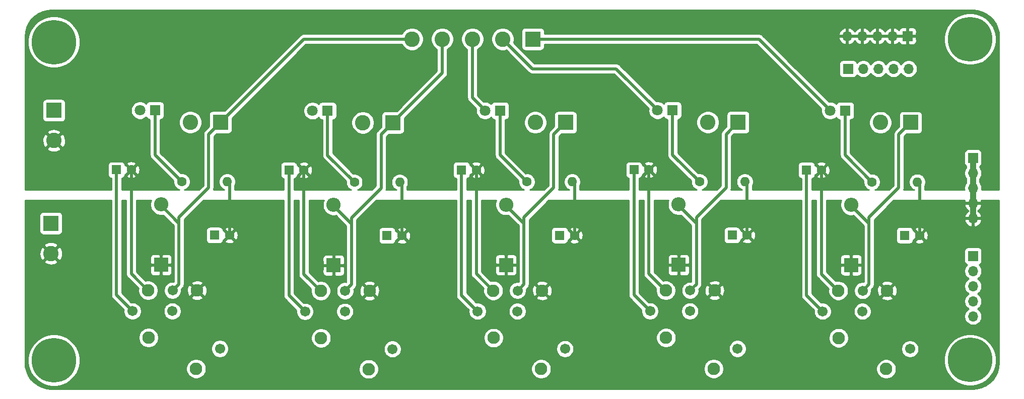
<source format=gbr>
%TF.GenerationSoftware,KiCad,Pcbnew,(5.1.9-0-10_14)*%
%TF.CreationDate,2021-06-30T23:08:07+02:00*%
%TF.ProjectId,generator,67656e65-7261-4746-9f72-2e6b69636164,rev?*%
%TF.SameCoordinates,Original*%
%TF.FileFunction,Copper,L1,Top*%
%TF.FilePolarity,Positive*%
%FSLAX46Y46*%
G04 Gerber Fmt 4.6, Leading zero omitted, Abs format (unit mm)*
G04 Created by KiCad (PCBNEW (5.1.9-0-10_14)) date 2021-06-30 23:08:07*
%MOMM*%
%LPD*%
G01*
G04 APERTURE LIST*
%TA.AperFunction,ComponentPad*%
%ADD10C,7.500000*%
%TD*%
%TA.AperFunction,ComponentPad*%
%ADD11O,1.700000X1.700000*%
%TD*%
%TA.AperFunction,ComponentPad*%
%ADD12R,1.700000X1.700000*%
%TD*%
%TA.AperFunction,ComponentPad*%
%ADD13C,2.108200*%
%TD*%
%TA.AperFunction,ComponentPad*%
%ADD14C,1.701800*%
%TD*%
%TA.AperFunction,WasherPad*%
%ADD15C,2.108200*%
%TD*%
%TA.AperFunction,ComponentPad*%
%ADD16C,2.600000*%
%TD*%
%TA.AperFunction,ComponentPad*%
%ADD17R,2.600000X2.600000*%
%TD*%
%TA.AperFunction,ComponentPad*%
%ADD18O,1.600000X1.600000*%
%TD*%
%TA.AperFunction,ComponentPad*%
%ADD19C,1.600000*%
%TD*%
%TA.AperFunction,ComponentPad*%
%ADD20C,1.800000*%
%TD*%
%TA.AperFunction,ComponentPad*%
%ADD21R,1.800000X1.800000*%
%TD*%
%TA.AperFunction,ComponentPad*%
%ADD22O,2.400000X2.400000*%
%TD*%
%TA.AperFunction,ComponentPad*%
%ADD23R,2.400000X2.400000*%
%TD*%
%TA.AperFunction,ComponentPad*%
%ADD24R,1.600000X1.600000*%
%TD*%
%TA.AperFunction,Conductor*%
%ADD25C,0.500000*%
%TD*%
%TA.AperFunction,Conductor*%
%ADD26C,1.000000*%
%TD*%
%TA.AperFunction,Conductor*%
%ADD27C,0.254000*%
%TD*%
%TA.AperFunction,Conductor*%
%ADD28C,0.100000*%
%TD*%
G04 APERTURE END LIST*
D10*
%TO.P,H104,1*%
%TO.N,N/C*%
X199500000Y-144500000D03*
%TD*%
%TO.P,H103,1*%
%TO.N,N/C*%
X199500000Y-90500000D03*
%TD*%
%TO.P,H102,1*%
%TO.N,N/C*%
X45500000Y-144550000D03*
%TD*%
%TO.P,H101,1*%
%TO.N,N/C*%
X45500000Y-91000000D03*
%TD*%
D11*
%TO.P,GND5101,5*%
%TO.N,GNDS*%
X200000000Y-120660000D03*
%TO.P,GND5101,4*%
X200000000Y-118120000D03*
%TO.P,GND5101,3*%
X200000000Y-115580000D03*
%TO.P,GND5101,2*%
X200000000Y-113040000D03*
D12*
%TO.P,GND5101,1*%
X200000000Y-110500000D03*
%TD*%
D11*
%TO.P,GND101,5*%
%TO.N,GND*%
X178840000Y-90000000D03*
%TO.P,GND101,4*%
X181380000Y-90000000D03*
%TO.P,GND101,3*%
X183920000Y-90000000D03*
%TO.P,GND101,2*%
X186460000Y-90000000D03*
D12*
%TO.P,GND101,1*%
X189000000Y-90000000D03*
%TD*%
D11*
%TO.P,5V101,5*%
%TO.N,+5V*%
X200000000Y-137160000D03*
%TO.P,5V101,4*%
X200000000Y-134620000D03*
%TO.P,5V101,3*%
X200000000Y-132080000D03*
%TO.P,5V101,2*%
X200000000Y-129540000D03*
D12*
%TO.P,5V101,1*%
X200000000Y-127000000D03*
%TD*%
D11*
%TO.P,24V101,5*%
%TO.N,+24V*%
X189160000Y-95500000D03*
%TO.P,24V101,4*%
X186620000Y-95500000D03*
%TO.P,24V101,3*%
X184080000Y-95500000D03*
%TO.P,24V101,2*%
X181540000Y-95500000D03*
D12*
%TO.P,24V101,1*%
X179000000Y-95500000D03*
%TD*%
D13*
%TO.P,XLR601,1*%
%TO.N,GNDS*%
X69550001Y-132800000D03*
D14*
%TO.P,XLR601,2*%
%TO.N,+5V*%
X65400001Y-136280000D03*
%TO.P,XLR601,3*%
%TO.N,S5*%
X65435001Y-132800000D03*
%TO.P,XLR601,4*%
%TO.N,+24V*%
X58700001Y-136280000D03*
D13*
%TO.P,XLR601,5*%
%TO.N,GND*%
X61350001Y-132800000D03*
D14*
%TO.P,XLR601,6*%
%TO.N,N/C*%
X73400001Y-142600000D03*
D15*
%TO.P,XLR601,*%
%TO.N,*%
X69400001Y-145970000D03*
X61400001Y-140750000D03*
%TD*%
D13*
%TO.P,XLR501,1*%
%TO.N,GNDS*%
X98550000Y-132862501D03*
D14*
%TO.P,XLR501,2*%
%TO.N,+5V*%
X94400000Y-136342501D03*
%TO.P,XLR501,3*%
%TO.N,S4*%
X94435000Y-132862501D03*
%TO.P,XLR501,4*%
%TO.N,+24V*%
X87700000Y-136342501D03*
D13*
%TO.P,XLR501,5*%
%TO.N,GND*%
X90350000Y-132862501D03*
D14*
%TO.P,XLR501,6*%
%TO.N,N/C*%
X102400000Y-142662501D03*
D15*
%TO.P,XLR501,*%
%TO.N,*%
X98400000Y-146032501D03*
X90400000Y-140812501D03*
%TD*%
D13*
%TO.P,XLR401,1*%
%TO.N,GNDS*%
X127550000Y-132825000D03*
D14*
%TO.P,XLR401,2*%
%TO.N,+5V*%
X123400000Y-136305000D03*
%TO.P,XLR401,3*%
%TO.N,S3*%
X123435000Y-132825000D03*
%TO.P,XLR401,4*%
%TO.N,+24V*%
X116700000Y-136305000D03*
D13*
%TO.P,XLR401,5*%
%TO.N,GND*%
X119350000Y-132825000D03*
D14*
%TO.P,XLR401,6*%
%TO.N,N/C*%
X131400000Y-142625000D03*
D15*
%TO.P,XLR401,*%
%TO.N,*%
X127400000Y-145995000D03*
X119400000Y-140775000D03*
%TD*%
D13*
%TO.P,XLR301,1*%
%TO.N,GNDS*%
X156550000Y-132800000D03*
D14*
%TO.P,XLR301,2*%
%TO.N,+5V*%
X152400000Y-136280000D03*
%TO.P,XLR301,3*%
%TO.N,S2*%
X152435000Y-132800000D03*
%TO.P,XLR301,4*%
%TO.N,+24V*%
X145700000Y-136280000D03*
D13*
%TO.P,XLR301,5*%
%TO.N,GND*%
X148350000Y-132800000D03*
D14*
%TO.P,XLR301,6*%
%TO.N,N/C*%
X160400000Y-142600000D03*
D15*
%TO.P,XLR301,*%
%TO.N,*%
X156400000Y-145970000D03*
X148400000Y-140750000D03*
%TD*%
D13*
%TO.P,XLR201,1*%
%TO.N,GNDS*%
X185549999Y-132837500D03*
D14*
%TO.P,XLR201,2*%
%TO.N,+5V*%
X181399999Y-136317500D03*
%TO.P,XLR201,3*%
%TO.N,S1*%
X181434999Y-132837500D03*
%TO.P,XLR201,4*%
%TO.N,+24V*%
X174699999Y-136317500D03*
D13*
%TO.P,XLR201,5*%
%TO.N,GND*%
X177349999Y-132837500D03*
D14*
%TO.P,XLR201,6*%
%TO.N,N/C*%
X189399999Y-142637500D03*
D15*
%TO.P,XLR201,*%
%TO.N,*%
X185399999Y-146007500D03*
X177399999Y-140787500D03*
%TD*%
D16*
%TO.P,TestButton601,2*%
%TO.N,+5V*%
X68420000Y-104500000D03*
D17*
%TO.P,TestButton601,1*%
%TO.N,S5*%
X73500000Y-104500000D03*
%TD*%
D16*
%TO.P,TestButton501,2*%
%TO.N,+5V*%
X97419999Y-104562501D03*
D17*
%TO.P,TestButton501,1*%
%TO.N,S4*%
X102499999Y-104562501D03*
%TD*%
D16*
%TO.P,TestButton401,2*%
%TO.N,+5V*%
X126419999Y-104525000D03*
D17*
%TO.P,TestButton401,1*%
%TO.N,S3*%
X131499999Y-104525000D03*
%TD*%
D16*
%TO.P,TestButton301,2*%
%TO.N,+5V*%
X155419999Y-104500000D03*
D17*
%TO.P,TestButton301,1*%
%TO.N,S2*%
X160499999Y-104500000D03*
%TD*%
D16*
%TO.P,TestButton201,2*%
%TO.N,+5V*%
X184419998Y-104537500D03*
D17*
%TO.P,TestButton201,1*%
%TO.N,S1*%
X189499998Y-104537500D03*
%TD*%
D16*
%TO.P,Signals101,5*%
%TO.N,S5*%
X105680000Y-90500000D03*
%TO.P,Signals101,4*%
%TO.N,S4*%
X110760000Y-90500000D03*
%TO.P,Signals101,3*%
%TO.N,S3*%
X115840000Y-90500000D03*
%TO.P,Signals101,2*%
%TO.N,S2*%
X120920000Y-90500000D03*
D17*
%TO.P,Signals101,1*%
%TO.N,S1*%
X126000000Y-90500000D03*
%TD*%
D18*
%TO.P,R601,2*%
%TO.N,GNDS*%
X74620000Y-114500000D03*
D19*
%TO.P,R601,1*%
%TO.N,Net-(D602-Pad1)*%
X67000000Y-114500000D03*
%TD*%
D18*
%TO.P,R501,2*%
%TO.N,GNDS*%
X103619999Y-114562501D03*
D19*
%TO.P,R501,1*%
%TO.N,Net-(D502-Pad1)*%
X95999999Y-114562501D03*
%TD*%
D18*
%TO.P,R401,2*%
%TO.N,GNDS*%
X132619999Y-114525000D03*
D19*
%TO.P,R401,1*%
%TO.N,Net-(D402-Pad1)*%
X124999999Y-114525000D03*
%TD*%
D18*
%TO.P,R301,2*%
%TO.N,GNDS*%
X161619999Y-114500000D03*
D19*
%TO.P,R301,1*%
%TO.N,Net-(D302-Pad1)*%
X153999999Y-114500000D03*
%TD*%
D18*
%TO.P,R201,2*%
%TO.N,GNDS*%
X190619998Y-114537500D03*
D19*
%TO.P,R201,1*%
%TO.N,Net-(D202-Pad1)*%
X182999998Y-114537500D03*
%TD*%
D20*
%TO.P,D602,2*%
%TO.N,S5*%
X59960000Y-102500000D03*
D21*
%TO.P,D602,1*%
%TO.N,Net-(D602-Pad1)*%
X62500000Y-102500000D03*
%TD*%
D22*
%TO.P,D601,2*%
%TO.N,S5*%
X63500000Y-118340000D03*
D23*
%TO.P,D601,1*%
%TO.N,GNDS*%
X63500000Y-128500000D03*
%TD*%
D20*
%TO.P,D502,2*%
%TO.N,S4*%
X88959999Y-102562501D03*
D21*
%TO.P,D502,1*%
%TO.N,Net-(D502-Pad1)*%
X91499999Y-102562501D03*
%TD*%
D22*
%TO.P,D501,2*%
%TO.N,S4*%
X92499999Y-118402501D03*
D23*
%TO.P,D501,1*%
%TO.N,GNDS*%
X92499999Y-128562501D03*
%TD*%
D20*
%TO.P,D402,2*%
%TO.N,S3*%
X117959999Y-102525000D03*
D21*
%TO.P,D402,1*%
%TO.N,Net-(D402-Pad1)*%
X120499999Y-102525000D03*
%TD*%
D22*
%TO.P,D401,2*%
%TO.N,S3*%
X121499999Y-118365000D03*
D23*
%TO.P,D401,1*%
%TO.N,GNDS*%
X121499999Y-128525000D03*
%TD*%
D20*
%TO.P,D302,2*%
%TO.N,S2*%
X146959999Y-102500000D03*
D21*
%TO.P,D302,1*%
%TO.N,Net-(D302-Pad1)*%
X149499999Y-102500000D03*
%TD*%
D22*
%TO.P,D301,2*%
%TO.N,S2*%
X150499999Y-118340000D03*
D23*
%TO.P,D301,1*%
%TO.N,GNDS*%
X150499999Y-128500000D03*
%TD*%
D20*
%TO.P,D202,2*%
%TO.N,S1*%
X175959998Y-102537500D03*
D21*
%TO.P,D202,1*%
%TO.N,Net-(D202-Pad1)*%
X178499998Y-102537500D03*
%TD*%
D22*
%TO.P,D201,2*%
%TO.N,S1*%
X179499998Y-118377500D03*
D23*
%TO.P,D201,1*%
%TO.N,GNDS*%
X179499998Y-128537500D03*
%TD*%
D19*
%TO.P,C602,2*%
%TO.N,GND*%
X58500000Y-112500000D03*
D24*
%TO.P,C602,1*%
%TO.N,+24V*%
X56000000Y-112500000D03*
%TD*%
D19*
%TO.P,C601,2*%
%TO.N,GNDS*%
X75000000Y-123500000D03*
D24*
%TO.P,C601,1*%
%TO.N,+5V*%
X72500000Y-123500000D03*
%TD*%
D19*
%TO.P,C502,2*%
%TO.N,GND*%
X87499999Y-112562501D03*
D24*
%TO.P,C502,1*%
%TO.N,+24V*%
X84999999Y-112562501D03*
%TD*%
D19*
%TO.P,C501,2*%
%TO.N,GNDS*%
X103999999Y-123562501D03*
D24*
%TO.P,C501,1*%
%TO.N,+5V*%
X101499999Y-123562501D03*
%TD*%
D19*
%TO.P,C402,2*%
%TO.N,GND*%
X116499999Y-112525000D03*
D24*
%TO.P,C402,1*%
%TO.N,+24V*%
X113999999Y-112525000D03*
%TD*%
D19*
%TO.P,C401,2*%
%TO.N,GNDS*%
X132999999Y-123525000D03*
D24*
%TO.P,C401,1*%
%TO.N,+5V*%
X130499999Y-123525000D03*
%TD*%
D19*
%TO.P,C302,2*%
%TO.N,GND*%
X145499999Y-112500000D03*
D24*
%TO.P,C302,1*%
%TO.N,+24V*%
X142999999Y-112500000D03*
%TD*%
D19*
%TO.P,C301,2*%
%TO.N,GNDS*%
X161999999Y-123500000D03*
D24*
%TO.P,C301,1*%
%TO.N,+5V*%
X159499999Y-123500000D03*
%TD*%
D19*
%TO.P,C202,2*%
%TO.N,GND*%
X174499998Y-112537500D03*
D24*
%TO.P,C202,1*%
%TO.N,+24V*%
X171999998Y-112537500D03*
%TD*%
D19*
%TO.P,C201,2*%
%TO.N,GNDS*%
X190999998Y-123537500D03*
D24*
%TO.P,C201,1*%
%TO.N,+5V*%
X188499998Y-123537500D03*
%TD*%
D16*
%TO.P,5VINPUT101,2*%
%TO.N,GNDS*%
X45000000Y-126580000D03*
D17*
%TO.P,5VINPUT101,1*%
%TO.N,+5V*%
X45000000Y-121500000D03*
%TD*%
D16*
%TO.P,24VINPUT101,2*%
%TO.N,GND*%
X45500000Y-107580000D03*
D17*
%TO.P,24VINPUT101,1*%
%TO.N,+24V*%
X45500000Y-102500000D03*
%TD*%
D25*
%TO.N,+24V*%
X58700001Y-136280000D02*
X56000000Y-133579999D01*
X56000000Y-133579999D02*
X56000000Y-112500000D01*
X174699999Y-136317500D02*
X171999998Y-133617499D01*
X171999998Y-133617499D02*
X171999998Y-112537500D01*
X145700000Y-136280000D02*
X142999999Y-133579999D01*
X142999999Y-133579999D02*
X142999999Y-112500000D01*
X116700000Y-136305000D02*
X113999999Y-133604999D01*
X113999999Y-133604999D02*
X113999999Y-112525000D01*
X87700000Y-136342501D02*
X84999999Y-133642500D01*
X84999999Y-133642500D02*
X84999999Y-112562501D01*
%TO.N,GND*%
X58500000Y-112500000D02*
X58500000Y-130000000D01*
X58500000Y-130000000D02*
X61500000Y-133000000D01*
X174499998Y-112537500D02*
X174499998Y-130037500D01*
X174499998Y-130037500D02*
X177499998Y-133037500D01*
X145499999Y-112500000D02*
X145499999Y-130000000D01*
X145499999Y-130000000D02*
X148499999Y-133000000D01*
X116499999Y-112525000D02*
X116499999Y-130025000D01*
X116499999Y-130025000D02*
X119499999Y-133025000D01*
X87499999Y-112562501D02*
X87499999Y-130062501D01*
X87499999Y-130062501D02*
X90499999Y-133062501D01*
%TO.N,GNDS*%
X75000000Y-123500000D02*
X75000000Y-115000000D01*
X75000000Y-115000000D02*
X74500000Y-114500000D01*
X190999998Y-123537500D02*
X190999998Y-115037500D01*
X190999998Y-115037500D02*
X190499998Y-114537500D01*
X161999999Y-123500000D02*
X161999999Y-115000000D01*
X161999999Y-115000000D02*
X161499999Y-114500000D01*
X132999999Y-123525000D02*
X132999999Y-115025000D01*
X132999999Y-115025000D02*
X132499999Y-114525000D01*
X103999999Y-123562501D02*
X103999999Y-115062501D01*
X103999999Y-115062501D02*
X103499999Y-114562501D01*
D26*
X200000000Y-120660000D02*
X200000000Y-110500000D01*
D25*
%TO.N,S1*%
X181434999Y-132837500D02*
X182499998Y-131772501D01*
X182499998Y-131772501D02*
X182499998Y-121537500D01*
X182499998Y-121537500D02*
X179499998Y-118537500D01*
X182499998Y-121537500D02*
X182499998Y-120537500D01*
X182499998Y-120537500D02*
X187499998Y-115537500D01*
X187499998Y-115537500D02*
X187499998Y-106537500D01*
X187499998Y-106537500D02*
X189499998Y-104537500D01*
X126000000Y-90500000D02*
X164000000Y-90500000D01*
X164000000Y-90500000D02*
X176000000Y-102500000D01*
%TO.N,Net-(D202-Pad1)*%
X178499998Y-102537500D02*
X178499998Y-110037500D01*
X178499998Y-110037500D02*
X182999998Y-114537500D01*
%TO.N,S2*%
X152435000Y-132800000D02*
X153499999Y-131735001D01*
X153499999Y-131735001D02*
X153499999Y-121500000D01*
X153499999Y-121500000D02*
X150499999Y-118500000D01*
X153499999Y-121500000D02*
X153499999Y-120500000D01*
X153499999Y-120500000D02*
X158499999Y-115500000D01*
X158499999Y-115500000D02*
X158499999Y-106500000D01*
X158499999Y-106500000D02*
X160499999Y-104500000D01*
X120920000Y-90500000D02*
X125920000Y-95500000D01*
X125920000Y-95500000D02*
X140000000Y-95500000D01*
X140000000Y-95500000D02*
X147000000Y-102500000D01*
%TO.N,Net-(D302-Pad1)*%
X149499999Y-102500000D02*
X149499999Y-110000000D01*
X149499999Y-110000000D02*
X153999999Y-114500000D01*
%TO.N,S3*%
X123435000Y-132825000D02*
X124499999Y-131760001D01*
X124499999Y-131760001D02*
X124499999Y-121525000D01*
X124499999Y-121525000D02*
X121499999Y-118525000D01*
X124499999Y-121525000D02*
X124499999Y-120525000D01*
X124499999Y-120525000D02*
X129499999Y-115525000D01*
X129499999Y-115525000D02*
X129499999Y-106525000D01*
X129499999Y-106525000D02*
X131499999Y-104525000D01*
X115840000Y-90500000D02*
X115840000Y-100340000D01*
X115840000Y-100340000D02*
X118000000Y-102500000D01*
%TO.N,Net-(D402-Pad1)*%
X120499999Y-102525000D02*
X120499999Y-110025000D01*
X120499999Y-110025000D02*
X124999999Y-114525000D01*
%TO.N,S4*%
X94435000Y-132862501D02*
X95499999Y-131797502D01*
X95499999Y-131797502D02*
X95499999Y-121562501D01*
X95499999Y-121562501D02*
X92499999Y-118562501D01*
X95499999Y-121562501D02*
X95499999Y-120562501D01*
X95499999Y-120562501D02*
X100499999Y-115562501D01*
X100499999Y-115562501D02*
X100499999Y-106562501D01*
X100499999Y-106562501D02*
X102499999Y-104562501D01*
X110760000Y-90500000D02*
X110760000Y-96240000D01*
X110760000Y-96240000D02*
X102500000Y-104500000D01*
%TO.N,Net-(D502-Pad1)*%
X91499999Y-102562501D02*
X91499999Y-110062501D01*
X91499999Y-110062501D02*
X95999999Y-114562501D01*
%TO.N,S5*%
X65435001Y-132800000D02*
X66500000Y-131735001D01*
X66500000Y-131735001D02*
X66500000Y-121500000D01*
X66500000Y-121500000D02*
X63500000Y-118500000D01*
X66500000Y-121500000D02*
X66500000Y-120500000D01*
X66500000Y-120500000D02*
X71500000Y-115500000D01*
X71500000Y-115500000D02*
X71500000Y-106500000D01*
X71500000Y-106500000D02*
X73500000Y-104500000D01*
X105680000Y-90500000D02*
X87500000Y-90500000D01*
X87500000Y-90500000D02*
X73500000Y-104500000D01*
%TO.N,Net-(D602-Pad1)*%
X62500000Y-102500000D02*
X62500000Y-110000000D01*
X62500000Y-110000000D02*
X67000000Y-114500000D01*
%TD*%
D27*
%TO.N,GND*%
X200768083Y-85731173D02*
X201511891Y-85934656D01*
X202207905Y-86266638D01*
X202834130Y-86716626D01*
X203370777Y-87270403D01*
X203800871Y-87910451D01*
X204110829Y-88616553D01*
X204292065Y-89371457D01*
X204340001Y-90024220D01*
X204340001Y-115873000D01*
X201455811Y-115873000D01*
X201485000Y-115726260D01*
X201485000Y-115433740D01*
X201427932Y-115146842D01*
X201315990Y-114876589D01*
X201153475Y-114633368D01*
X201135000Y-114614893D01*
X201135000Y-114005107D01*
X201153475Y-113986632D01*
X201315990Y-113743411D01*
X201427932Y-113473158D01*
X201485000Y-113186260D01*
X201485000Y-112893740D01*
X201427932Y-112606842D01*
X201315990Y-112336589D01*
X201153475Y-112093368D01*
X201135000Y-112074893D01*
X201135000Y-111917683D01*
X201204494Y-111880537D01*
X201301185Y-111801185D01*
X201380537Y-111704494D01*
X201439502Y-111594180D01*
X201475812Y-111474482D01*
X201488072Y-111350000D01*
X201488072Y-109650000D01*
X201475812Y-109525518D01*
X201439502Y-109405820D01*
X201380537Y-109295506D01*
X201301185Y-109198815D01*
X201204494Y-109119463D01*
X201094180Y-109060498D01*
X200974482Y-109024188D01*
X200850000Y-109011928D01*
X199150000Y-109011928D01*
X199025518Y-109024188D01*
X198905820Y-109060498D01*
X198795506Y-109119463D01*
X198698815Y-109198815D01*
X198619463Y-109295506D01*
X198560498Y-109405820D01*
X198524188Y-109525518D01*
X198511928Y-109650000D01*
X198511928Y-111350000D01*
X198524188Y-111474482D01*
X198560498Y-111594180D01*
X198619463Y-111704494D01*
X198698815Y-111801185D01*
X198795506Y-111880537D01*
X198865001Y-111917683D01*
X198865001Y-112074892D01*
X198846525Y-112093368D01*
X198684010Y-112336589D01*
X198572068Y-112606842D01*
X198515000Y-112893740D01*
X198515000Y-113186260D01*
X198572068Y-113473158D01*
X198684010Y-113743411D01*
X198846525Y-113986632D01*
X198865001Y-114005108D01*
X198865001Y-114614892D01*
X198846525Y-114633368D01*
X198684010Y-114876589D01*
X198572068Y-115146842D01*
X198515000Y-115433740D01*
X198515000Y-115726260D01*
X198544189Y-115873000D01*
X191884998Y-115873000D01*
X191884998Y-115227224D01*
X191891678Y-115217227D01*
X191999851Y-114956074D01*
X192054998Y-114678835D01*
X192054998Y-114396165D01*
X191999851Y-114118926D01*
X191891678Y-113857773D01*
X191734635Y-113622741D01*
X191534757Y-113422863D01*
X191299725Y-113265820D01*
X191038572Y-113157647D01*
X190761333Y-113102500D01*
X190478663Y-113102500D01*
X190201424Y-113157647D01*
X189940271Y-113265820D01*
X189705239Y-113422863D01*
X189505361Y-113622741D01*
X189348318Y-113857773D01*
X189240145Y-114118926D01*
X189184998Y-114396165D01*
X189184998Y-114678835D01*
X189240145Y-114956074D01*
X189348318Y-115217227D01*
X189505361Y-115452259D01*
X189705239Y-115652137D01*
X189940271Y-115809180D01*
X190094345Y-115873000D01*
X188323047Y-115873000D01*
X188372193Y-115710990D01*
X188384998Y-115580977D01*
X188384998Y-115580969D01*
X188389279Y-115537500D01*
X188384998Y-115494031D01*
X188384998Y-106904078D01*
X188813504Y-106475572D01*
X190799998Y-106475572D01*
X190924480Y-106463312D01*
X191044178Y-106427002D01*
X191154492Y-106368037D01*
X191251183Y-106288685D01*
X191330535Y-106191994D01*
X191389500Y-106081680D01*
X191425810Y-105961982D01*
X191438070Y-105837500D01*
X191438070Y-103237500D01*
X191425810Y-103113018D01*
X191389500Y-102993320D01*
X191330535Y-102883006D01*
X191251183Y-102786315D01*
X191154492Y-102706963D01*
X191044178Y-102647998D01*
X190924480Y-102611688D01*
X190799998Y-102599428D01*
X188199998Y-102599428D01*
X188075516Y-102611688D01*
X187955818Y-102647998D01*
X187845504Y-102706963D01*
X187748813Y-102786315D01*
X187669461Y-102883006D01*
X187610496Y-102993320D01*
X187574186Y-103113018D01*
X187561926Y-103237500D01*
X187561926Y-105223994D01*
X186904949Y-105880971D01*
X186871182Y-105908683D01*
X186843469Y-105942451D01*
X186843466Y-105942454D01*
X186760588Y-106043441D01*
X186678410Y-106197187D01*
X186627803Y-106364010D01*
X186610717Y-106537500D01*
X186614999Y-106580979D01*
X186614998Y-115170921D01*
X185912919Y-115873000D01*
X183525650Y-115873000D01*
X183679725Y-115809180D01*
X183914757Y-115652137D01*
X184114635Y-115452259D01*
X184271678Y-115217227D01*
X184379851Y-114956074D01*
X184434998Y-114678835D01*
X184434998Y-114396165D01*
X184379851Y-114118926D01*
X184271678Y-113857773D01*
X184114635Y-113622741D01*
X183914757Y-113422863D01*
X183679725Y-113265820D01*
X183418572Y-113157647D01*
X183141333Y-113102500D01*
X182858663Y-113102500D01*
X182823559Y-113109483D01*
X179384998Y-109670922D01*
X179384998Y-104346919D01*
X182484998Y-104346919D01*
X182484998Y-104728081D01*
X182559359Y-105101919D01*
X182705223Y-105454066D01*
X182916985Y-105770991D01*
X183186507Y-106040513D01*
X183503432Y-106252275D01*
X183855579Y-106398139D01*
X184229417Y-106472500D01*
X184610579Y-106472500D01*
X184984417Y-106398139D01*
X185336564Y-106252275D01*
X185653489Y-106040513D01*
X185923011Y-105770991D01*
X186134773Y-105454066D01*
X186280637Y-105101919D01*
X186354998Y-104728081D01*
X186354998Y-104346919D01*
X186280637Y-103973081D01*
X186134773Y-103620934D01*
X185923011Y-103304009D01*
X185653489Y-103034487D01*
X185336564Y-102822725D01*
X184984417Y-102676861D01*
X184610579Y-102602500D01*
X184229417Y-102602500D01*
X183855579Y-102676861D01*
X183503432Y-102822725D01*
X183186507Y-103034487D01*
X182916985Y-103304009D01*
X182705223Y-103620934D01*
X182559359Y-103973081D01*
X182484998Y-104346919D01*
X179384998Y-104346919D01*
X179384998Y-104075572D01*
X179399998Y-104075572D01*
X179524480Y-104063312D01*
X179644178Y-104027002D01*
X179754492Y-103968037D01*
X179851183Y-103888685D01*
X179930535Y-103791994D01*
X179989500Y-103681680D01*
X180025810Y-103561982D01*
X180038070Y-103437500D01*
X180038070Y-101637500D01*
X180025810Y-101513018D01*
X179989500Y-101393320D01*
X179930535Y-101283006D01*
X179851183Y-101186315D01*
X179754492Y-101106963D01*
X179644178Y-101047998D01*
X179524480Y-101011688D01*
X179399998Y-100999428D01*
X177599998Y-100999428D01*
X177475516Y-101011688D01*
X177355818Y-101047998D01*
X177245504Y-101106963D01*
X177148813Y-101186315D01*
X177069461Y-101283006D01*
X177010496Y-101393320D01*
X177004942Y-101411627D01*
X176938503Y-101345188D01*
X176687093Y-101177201D01*
X176407741Y-101061489D01*
X176111182Y-101002500D01*
X175808814Y-101002500D01*
X175763160Y-101011581D01*
X169401579Y-94650000D01*
X177511928Y-94650000D01*
X177511928Y-96350000D01*
X177524188Y-96474482D01*
X177560498Y-96594180D01*
X177619463Y-96704494D01*
X177698815Y-96801185D01*
X177795506Y-96880537D01*
X177905820Y-96939502D01*
X178025518Y-96975812D01*
X178150000Y-96988072D01*
X179850000Y-96988072D01*
X179974482Y-96975812D01*
X180094180Y-96939502D01*
X180204494Y-96880537D01*
X180301185Y-96801185D01*
X180380537Y-96704494D01*
X180439502Y-96594180D01*
X180461513Y-96521620D01*
X180593368Y-96653475D01*
X180836589Y-96815990D01*
X181106842Y-96927932D01*
X181393740Y-96985000D01*
X181686260Y-96985000D01*
X181973158Y-96927932D01*
X182243411Y-96815990D01*
X182486632Y-96653475D01*
X182693475Y-96446632D01*
X182810000Y-96272240D01*
X182926525Y-96446632D01*
X183133368Y-96653475D01*
X183376589Y-96815990D01*
X183646842Y-96927932D01*
X183933740Y-96985000D01*
X184226260Y-96985000D01*
X184513158Y-96927932D01*
X184783411Y-96815990D01*
X185026632Y-96653475D01*
X185233475Y-96446632D01*
X185350000Y-96272240D01*
X185466525Y-96446632D01*
X185673368Y-96653475D01*
X185916589Y-96815990D01*
X186186842Y-96927932D01*
X186473740Y-96985000D01*
X186766260Y-96985000D01*
X187053158Y-96927932D01*
X187323411Y-96815990D01*
X187566632Y-96653475D01*
X187773475Y-96446632D01*
X187890000Y-96272240D01*
X188006525Y-96446632D01*
X188213368Y-96653475D01*
X188456589Y-96815990D01*
X188726842Y-96927932D01*
X189013740Y-96985000D01*
X189306260Y-96985000D01*
X189593158Y-96927932D01*
X189863411Y-96815990D01*
X190106632Y-96653475D01*
X190313475Y-96446632D01*
X190475990Y-96203411D01*
X190587932Y-95933158D01*
X190645000Y-95646260D01*
X190645000Y-95353740D01*
X190587932Y-95066842D01*
X190475990Y-94796589D01*
X190313475Y-94553368D01*
X190106632Y-94346525D01*
X189863411Y-94184010D01*
X189593158Y-94072068D01*
X189306260Y-94015000D01*
X189013740Y-94015000D01*
X188726842Y-94072068D01*
X188456589Y-94184010D01*
X188213368Y-94346525D01*
X188006525Y-94553368D01*
X187890000Y-94727760D01*
X187773475Y-94553368D01*
X187566632Y-94346525D01*
X187323411Y-94184010D01*
X187053158Y-94072068D01*
X186766260Y-94015000D01*
X186473740Y-94015000D01*
X186186842Y-94072068D01*
X185916589Y-94184010D01*
X185673368Y-94346525D01*
X185466525Y-94553368D01*
X185350000Y-94727760D01*
X185233475Y-94553368D01*
X185026632Y-94346525D01*
X184783411Y-94184010D01*
X184513158Y-94072068D01*
X184226260Y-94015000D01*
X183933740Y-94015000D01*
X183646842Y-94072068D01*
X183376589Y-94184010D01*
X183133368Y-94346525D01*
X182926525Y-94553368D01*
X182810000Y-94727760D01*
X182693475Y-94553368D01*
X182486632Y-94346525D01*
X182243411Y-94184010D01*
X181973158Y-94072068D01*
X181686260Y-94015000D01*
X181393740Y-94015000D01*
X181106842Y-94072068D01*
X180836589Y-94184010D01*
X180593368Y-94346525D01*
X180461513Y-94478380D01*
X180439502Y-94405820D01*
X180380537Y-94295506D01*
X180301185Y-94198815D01*
X180204494Y-94119463D01*
X180094180Y-94060498D01*
X179974482Y-94024188D01*
X179850000Y-94011928D01*
X178150000Y-94011928D01*
X178025518Y-94024188D01*
X177905820Y-94060498D01*
X177795506Y-94119463D01*
X177698815Y-94198815D01*
X177619463Y-94295506D01*
X177560498Y-94405820D01*
X177524188Y-94525518D01*
X177511928Y-94650000D01*
X169401579Y-94650000D01*
X165108470Y-90356891D01*
X177398519Y-90356891D01*
X177495843Y-90631252D01*
X177644822Y-90881355D01*
X177839731Y-91097588D01*
X178073080Y-91271641D01*
X178335901Y-91396825D01*
X178483110Y-91441476D01*
X178713000Y-91320155D01*
X178713000Y-90127000D01*
X178967000Y-90127000D01*
X178967000Y-91320155D01*
X179196890Y-91441476D01*
X179344099Y-91396825D01*
X179606920Y-91271641D01*
X179840269Y-91097588D01*
X180035178Y-90881355D01*
X180110000Y-90755745D01*
X180184822Y-90881355D01*
X180379731Y-91097588D01*
X180613080Y-91271641D01*
X180875901Y-91396825D01*
X181023110Y-91441476D01*
X181253000Y-91320155D01*
X181253000Y-90127000D01*
X181507000Y-90127000D01*
X181507000Y-91320155D01*
X181736890Y-91441476D01*
X181884099Y-91396825D01*
X182146920Y-91271641D01*
X182380269Y-91097588D01*
X182575178Y-90881355D01*
X182650000Y-90755745D01*
X182724822Y-90881355D01*
X182919731Y-91097588D01*
X183153080Y-91271641D01*
X183415901Y-91396825D01*
X183563110Y-91441476D01*
X183793000Y-91320155D01*
X183793000Y-90127000D01*
X184047000Y-90127000D01*
X184047000Y-91320155D01*
X184276890Y-91441476D01*
X184424099Y-91396825D01*
X184686920Y-91271641D01*
X184920269Y-91097588D01*
X185115178Y-90881355D01*
X185190000Y-90755745D01*
X185264822Y-90881355D01*
X185459731Y-91097588D01*
X185693080Y-91271641D01*
X185955901Y-91396825D01*
X186103110Y-91441476D01*
X186333000Y-91320155D01*
X186333000Y-90127000D01*
X186587000Y-90127000D01*
X186587000Y-91320155D01*
X186816890Y-91441476D01*
X186964099Y-91396825D01*
X187226920Y-91271641D01*
X187460269Y-91097588D01*
X187536034Y-91013534D01*
X187560498Y-91094180D01*
X187619463Y-91204494D01*
X187698815Y-91301185D01*
X187795506Y-91380537D01*
X187905820Y-91439502D01*
X188025518Y-91475812D01*
X188150000Y-91488072D01*
X188714250Y-91485000D01*
X188873000Y-91326250D01*
X188873000Y-90127000D01*
X189127000Y-90127000D01*
X189127000Y-91326250D01*
X189285750Y-91485000D01*
X189850000Y-91488072D01*
X189974482Y-91475812D01*
X190094180Y-91439502D01*
X190204494Y-91380537D01*
X190301185Y-91301185D01*
X190380537Y-91204494D01*
X190439502Y-91094180D01*
X190475812Y-90974482D01*
X190488072Y-90850000D01*
X190485000Y-90285750D01*
X190326250Y-90127000D01*
X189127000Y-90127000D01*
X188873000Y-90127000D01*
X186587000Y-90127000D01*
X186333000Y-90127000D01*
X184047000Y-90127000D01*
X183793000Y-90127000D01*
X181507000Y-90127000D01*
X181253000Y-90127000D01*
X178967000Y-90127000D01*
X178713000Y-90127000D01*
X177519186Y-90127000D01*
X177398519Y-90356891D01*
X165108470Y-90356891D01*
X164819694Y-90068115D01*
X195115000Y-90068115D01*
X195115000Y-90931885D01*
X195283513Y-91779057D01*
X195614064Y-92577076D01*
X196093948Y-93295274D01*
X196704726Y-93906052D01*
X197422924Y-94385936D01*
X198220943Y-94716487D01*
X199068115Y-94885000D01*
X199931885Y-94885000D01*
X200779057Y-94716487D01*
X201577076Y-94385936D01*
X202295274Y-93906052D01*
X202906052Y-93295274D01*
X203385936Y-92577076D01*
X203716487Y-91779057D01*
X203885000Y-90931885D01*
X203885000Y-90068115D01*
X203716487Y-89220943D01*
X203385936Y-88422924D01*
X202906052Y-87704726D01*
X202295274Y-87093948D01*
X201577076Y-86614064D01*
X200779057Y-86283513D01*
X199931885Y-86115000D01*
X199068115Y-86115000D01*
X198220943Y-86283513D01*
X197422924Y-86614064D01*
X196704726Y-87093948D01*
X196093948Y-87704726D01*
X195614064Y-88422924D01*
X195283513Y-89220943D01*
X195115000Y-90068115D01*
X164819694Y-90068115D01*
X164656534Y-89904956D01*
X164628817Y-89871183D01*
X164494059Y-89760589D01*
X164340313Y-89678411D01*
X164223940Y-89643109D01*
X177398519Y-89643109D01*
X177519186Y-89873000D01*
X178713000Y-89873000D01*
X178713000Y-88679845D01*
X178967000Y-88679845D01*
X178967000Y-89873000D01*
X181253000Y-89873000D01*
X181253000Y-88679845D01*
X181507000Y-88679845D01*
X181507000Y-89873000D01*
X183793000Y-89873000D01*
X183793000Y-88679845D01*
X184047000Y-88679845D01*
X184047000Y-89873000D01*
X186333000Y-89873000D01*
X186333000Y-88679845D01*
X186587000Y-88679845D01*
X186587000Y-89873000D01*
X188873000Y-89873000D01*
X188873000Y-88673750D01*
X189127000Y-88673750D01*
X189127000Y-89873000D01*
X190326250Y-89873000D01*
X190485000Y-89714250D01*
X190488072Y-89150000D01*
X190475812Y-89025518D01*
X190439502Y-88905820D01*
X190380537Y-88795506D01*
X190301185Y-88698815D01*
X190204494Y-88619463D01*
X190094180Y-88560498D01*
X189974482Y-88524188D01*
X189850000Y-88511928D01*
X189285750Y-88515000D01*
X189127000Y-88673750D01*
X188873000Y-88673750D01*
X188714250Y-88515000D01*
X188150000Y-88511928D01*
X188025518Y-88524188D01*
X187905820Y-88560498D01*
X187795506Y-88619463D01*
X187698815Y-88698815D01*
X187619463Y-88795506D01*
X187560498Y-88905820D01*
X187536034Y-88986466D01*
X187460269Y-88902412D01*
X187226920Y-88728359D01*
X186964099Y-88603175D01*
X186816890Y-88558524D01*
X186587000Y-88679845D01*
X186333000Y-88679845D01*
X186103110Y-88558524D01*
X185955901Y-88603175D01*
X185693080Y-88728359D01*
X185459731Y-88902412D01*
X185264822Y-89118645D01*
X185190000Y-89244255D01*
X185115178Y-89118645D01*
X184920269Y-88902412D01*
X184686920Y-88728359D01*
X184424099Y-88603175D01*
X184276890Y-88558524D01*
X184047000Y-88679845D01*
X183793000Y-88679845D01*
X183563110Y-88558524D01*
X183415901Y-88603175D01*
X183153080Y-88728359D01*
X182919731Y-88902412D01*
X182724822Y-89118645D01*
X182650000Y-89244255D01*
X182575178Y-89118645D01*
X182380269Y-88902412D01*
X182146920Y-88728359D01*
X181884099Y-88603175D01*
X181736890Y-88558524D01*
X181507000Y-88679845D01*
X181253000Y-88679845D01*
X181023110Y-88558524D01*
X180875901Y-88603175D01*
X180613080Y-88728359D01*
X180379731Y-88902412D01*
X180184822Y-89118645D01*
X180110000Y-89244255D01*
X180035178Y-89118645D01*
X179840269Y-88902412D01*
X179606920Y-88728359D01*
X179344099Y-88603175D01*
X179196890Y-88558524D01*
X178967000Y-88679845D01*
X178713000Y-88679845D01*
X178483110Y-88558524D01*
X178335901Y-88603175D01*
X178073080Y-88728359D01*
X177839731Y-88902412D01*
X177644822Y-89118645D01*
X177495843Y-89368748D01*
X177398519Y-89643109D01*
X164223940Y-89643109D01*
X164173490Y-89627805D01*
X164043477Y-89615000D01*
X164043469Y-89615000D01*
X164000000Y-89610719D01*
X163956531Y-89615000D01*
X127938072Y-89615000D01*
X127938072Y-89200000D01*
X127925812Y-89075518D01*
X127889502Y-88955820D01*
X127830537Y-88845506D01*
X127751185Y-88748815D01*
X127654494Y-88669463D01*
X127544180Y-88610498D01*
X127424482Y-88574188D01*
X127300000Y-88561928D01*
X124700000Y-88561928D01*
X124575518Y-88574188D01*
X124455820Y-88610498D01*
X124345506Y-88669463D01*
X124248815Y-88748815D01*
X124169463Y-88845506D01*
X124110498Y-88955820D01*
X124074188Y-89075518D01*
X124061928Y-89200000D01*
X124061928Y-91800000D01*
X124074188Y-91924482D01*
X124110498Y-92044180D01*
X124169463Y-92154494D01*
X124248815Y-92251185D01*
X124345506Y-92330537D01*
X124455820Y-92389502D01*
X124575518Y-92425812D01*
X124700000Y-92438072D01*
X127300000Y-92438072D01*
X127424482Y-92425812D01*
X127544180Y-92389502D01*
X127654494Y-92330537D01*
X127751185Y-92251185D01*
X127830537Y-92154494D01*
X127889502Y-92044180D01*
X127925812Y-91924482D01*
X127938072Y-91800000D01*
X127938072Y-91385000D01*
X163633422Y-91385000D01*
X174459796Y-102211375D01*
X174424998Y-102386316D01*
X174424998Y-102688684D01*
X174483987Y-102985243D01*
X174599699Y-103264595D01*
X174767686Y-103516005D01*
X174981493Y-103729812D01*
X175232903Y-103897799D01*
X175512255Y-104013511D01*
X175808814Y-104072500D01*
X176111182Y-104072500D01*
X176407741Y-104013511D01*
X176687093Y-103897799D01*
X176938503Y-103729812D01*
X177004942Y-103663373D01*
X177010496Y-103681680D01*
X177069461Y-103791994D01*
X177148813Y-103888685D01*
X177245504Y-103968037D01*
X177355818Y-104027002D01*
X177475516Y-104063312D01*
X177599998Y-104075572D01*
X177614998Y-104075572D01*
X177614999Y-109994021D01*
X177610717Y-110037500D01*
X177627803Y-110210990D01*
X177678410Y-110377813D01*
X177760588Y-110531559D01*
X177843466Y-110632546D01*
X177843469Y-110632549D01*
X177871182Y-110666317D01*
X177904950Y-110694030D01*
X181571981Y-114361061D01*
X181564998Y-114396165D01*
X181564998Y-114678835D01*
X181620145Y-114956074D01*
X181728318Y-115217227D01*
X181885361Y-115452259D01*
X182085239Y-115652137D01*
X182320271Y-115809180D01*
X182474346Y-115873000D01*
X172884998Y-115873000D01*
X172884998Y-113967201D01*
X172924480Y-113963312D01*
X173044178Y-113927002D01*
X173154492Y-113868037D01*
X173251183Y-113788685D01*
X173330535Y-113691994D01*
X173389500Y-113581680D01*
X173405115Y-113530202D01*
X173686901Y-113530202D01*
X173758484Y-113774171D01*
X174013994Y-113895071D01*
X174288182Y-113963800D01*
X174570510Y-113977717D01*
X174850128Y-113936287D01*
X175116290Y-113841103D01*
X175241512Y-113774171D01*
X175313095Y-113530202D01*
X174499998Y-112717105D01*
X173686901Y-113530202D01*
X173405115Y-113530202D01*
X173425810Y-113461982D01*
X173438070Y-113337500D01*
X173438070Y-113330285D01*
X173507296Y-113350597D01*
X174320393Y-112537500D01*
X174679603Y-112537500D01*
X175492700Y-113350597D01*
X175736669Y-113279014D01*
X175857569Y-113023504D01*
X175926298Y-112749316D01*
X175940215Y-112466988D01*
X175898785Y-112187370D01*
X175803601Y-111921208D01*
X175736669Y-111795986D01*
X175492700Y-111724403D01*
X174679603Y-112537500D01*
X174320393Y-112537500D01*
X173507296Y-111724403D01*
X173438070Y-111744715D01*
X173438070Y-111737500D01*
X173425810Y-111613018D01*
X173405116Y-111544798D01*
X173686901Y-111544798D01*
X174499998Y-112357895D01*
X175313095Y-111544798D01*
X175241512Y-111300829D01*
X174986002Y-111179929D01*
X174711814Y-111111200D01*
X174429486Y-111097283D01*
X174149868Y-111138713D01*
X173883706Y-111233897D01*
X173758484Y-111300829D01*
X173686901Y-111544798D01*
X173405116Y-111544798D01*
X173389500Y-111493320D01*
X173330535Y-111383006D01*
X173251183Y-111286315D01*
X173154492Y-111206963D01*
X173044178Y-111147998D01*
X172924480Y-111111688D01*
X172799998Y-111099428D01*
X171199998Y-111099428D01*
X171075516Y-111111688D01*
X170955818Y-111147998D01*
X170845504Y-111206963D01*
X170748813Y-111286315D01*
X170669461Y-111383006D01*
X170610496Y-111493320D01*
X170574186Y-111613018D01*
X170561926Y-111737500D01*
X170561926Y-113337500D01*
X170574186Y-113461982D01*
X170610496Y-113581680D01*
X170669461Y-113691994D01*
X170748813Y-113788685D01*
X170845504Y-113868037D01*
X170955818Y-113927002D01*
X171075516Y-113963312D01*
X171114999Y-113967201D01*
X171114999Y-115873000D01*
X162884999Y-115873000D01*
X162884999Y-115189724D01*
X162891679Y-115179727D01*
X162999852Y-114918574D01*
X163054999Y-114641335D01*
X163054999Y-114358665D01*
X162999852Y-114081426D01*
X162891679Y-113820273D01*
X162734636Y-113585241D01*
X162534758Y-113385363D01*
X162299726Y-113228320D01*
X162038573Y-113120147D01*
X161761334Y-113065000D01*
X161478664Y-113065000D01*
X161201425Y-113120147D01*
X160940272Y-113228320D01*
X160705240Y-113385363D01*
X160505362Y-113585241D01*
X160348319Y-113820273D01*
X160240146Y-114081426D01*
X160184999Y-114358665D01*
X160184999Y-114641335D01*
X160240146Y-114918574D01*
X160348319Y-115179727D01*
X160505362Y-115414759D01*
X160705240Y-115614637D01*
X160940272Y-115771680D01*
X161115000Y-115844055D01*
X161115000Y-115873000D01*
X159304117Y-115873000D01*
X159321588Y-115840313D01*
X159372194Y-115673490D01*
X159384999Y-115543477D01*
X159384999Y-115543469D01*
X159389280Y-115500000D01*
X159384999Y-115456531D01*
X159384999Y-106866578D01*
X159813505Y-106438072D01*
X161799999Y-106438072D01*
X161924481Y-106425812D01*
X162044179Y-106389502D01*
X162154493Y-106330537D01*
X162251184Y-106251185D01*
X162330536Y-106154494D01*
X162389501Y-106044180D01*
X162425811Y-105924482D01*
X162438071Y-105800000D01*
X162438071Y-103200000D01*
X162425811Y-103075518D01*
X162389501Y-102955820D01*
X162330536Y-102845506D01*
X162251184Y-102748815D01*
X162154493Y-102669463D01*
X162044179Y-102610498D01*
X161924481Y-102574188D01*
X161799999Y-102561928D01*
X159199999Y-102561928D01*
X159075517Y-102574188D01*
X158955819Y-102610498D01*
X158845505Y-102669463D01*
X158748814Y-102748815D01*
X158669462Y-102845506D01*
X158610497Y-102955820D01*
X158574187Y-103075518D01*
X158561927Y-103200000D01*
X158561927Y-105186494D01*
X157904950Y-105843471D01*
X157871183Y-105871183D01*
X157843470Y-105904951D01*
X157843467Y-105904954D01*
X157760589Y-106005941D01*
X157678411Y-106159687D01*
X157627804Y-106326510D01*
X157610718Y-106500000D01*
X157615000Y-106543479D01*
X157614999Y-115133421D01*
X156875420Y-115873000D01*
X154435118Y-115873000D01*
X154679726Y-115771680D01*
X154914758Y-115614637D01*
X155114636Y-115414759D01*
X155271679Y-115179727D01*
X155379852Y-114918574D01*
X155434999Y-114641335D01*
X155434999Y-114358665D01*
X155379852Y-114081426D01*
X155271679Y-113820273D01*
X155114636Y-113585241D01*
X154914758Y-113385363D01*
X154679726Y-113228320D01*
X154418573Y-113120147D01*
X154141334Y-113065000D01*
X153858664Y-113065000D01*
X153823560Y-113071983D01*
X150384999Y-109633422D01*
X150384999Y-104309419D01*
X153484999Y-104309419D01*
X153484999Y-104690581D01*
X153559360Y-105064419D01*
X153705224Y-105416566D01*
X153916986Y-105733491D01*
X154186508Y-106003013D01*
X154503433Y-106214775D01*
X154855580Y-106360639D01*
X155229418Y-106435000D01*
X155610580Y-106435000D01*
X155984418Y-106360639D01*
X156336565Y-106214775D01*
X156653490Y-106003013D01*
X156923012Y-105733491D01*
X157134774Y-105416566D01*
X157280638Y-105064419D01*
X157354999Y-104690581D01*
X157354999Y-104309419D01*
X157280638Y-103935581D01*
X157134774Y-103583434D01*
X156923012Y-103266509D01*
X156653490Y-102996987D01*
X156336565Y-102785225D01*
X155984418Y-102639361D01*
X155610580Y-102565000D01*
X155229418Y-102565000D01*
X154855580Y-102639361D01*
X154503433Y-102785225D01*
X154186508Y-102996987D01*
X153916986Y-103266509D01*
X153705224Y-103583434D01*
X153559360Y-103935581D01*
X153484999Y-104309419D01*
X150384999Y-104309419D01*
X150384999Y-104038072D01*
X150399999Y-104038072D01*
X150524481Y-104025812D01*
X150644179Y-103989502D01*
X150754493Y-103930537D01*
X150851184Y-103851185D01*
X150930536Y-103754494D01*
X150989501Y-103644180D01*
X151025811Y-103524482D01*
X151038071Y-103400000D01*
X151038071Y-101600000D01*
X151025811Y-101475518D01*
X150989501Y-101355820D01*
X150930536Y-101245506D01*
X150851184Y-101148815D01*
X150754493Y-101069463D01*
X150644179Y-101010498D01*
X150524481Y-100974188D01*
X150399999Y-100961928D01*
X148599999Y-100961928D01*
X148475517Y-100974188D01*
X148355819Y-101010498D01*
X148245505Y-101069463D01*
X148148814Y-101148815D01*
X148069462Y-101245506D01*
X148010497Y-101355820D01*
X148004943Y-101374127D01*
X147938504Y-101307688D01*
X147687094Y-101139701D01*
X147407742Y-101023989D01*
X147111183Y-100965000D01*
X146808815Y-100965000D01*
X146731882Y-100980303D01*
X140656534Y-94904956D01*
X140628817Y-94871183D01*
X140494059Y-94760589D01*
X140340313Y-94678411D01*
X140173490Y-94627805D01*
X140043477Y-94615000D01*
X140043469Y-94615000D01*
X140000000Y-94610719D01*
X139956531Y-94615000D01*
X126286579Y-94615000D01*
X122767564Y-91095985D01*
X122780639Y-91064419D01*
X122855000Y-90690581D01*
X122855000Y-90309419D01*
X122780639Y-89935581D01*
X122634775Y-89583434D01*
X122423013Y-89266509D01*
X122153491Y-88996987D01*
X121836566Y-88785225D01*
X121484419Y-88639361D01*
X121110581Y-88565000D01*
X120729419Y-88565000D01*
X120355581Y-88639361D01*
X120003434Y-88785225D01*
X119686509Y-88996987D01*
X119416987Y-89266509D01*
X119205225Y-89583434D01*
X119059361Y-89935581D01*
X118985000Y-90309419D01*
X118985000Y-90690581D01*
X119059361Y-91064419D01*
X119205225Y-91416566D01*
X119416987Y-91733491D01*
X119686509Y-92003013D01*
X120003434Y-92214775D01*
X120355581Y-92360639D01*
X120729419Y-92435000D01*
X121110581Y-92435000D01*
X121484419Y-92360639D01*
X121515985Y-92347564D01*
X125263470Y-96095049D01*
X125291183Y-96128817D01*
X125324951Y-96156530D01*
X125324953Y-96156532D01*
X125382075Y-96203411D01*
X125425941Y-96239411D01*
X125579687Y-96321589D01*
X125746510Y-96372195D01*
X125876523Y-96385000D01*
X125876531Y-96385000D01*
X125920000Y-96389281D01*
X125963469Y-96385000D01*
X139633422Y-96385000D01*
X145453575Y-102205154D01*
X145424999Y-102348816D01*
X145424999Y-102651184D01*
X145483988Y-102947743D01*
X145599700Y-103227095D01*
X145767687Y-103478505D01*
X145981494Y-103692312D01*
X146232904Y-103860299D01*
X146512256Y-103976011D01*
X146808815Y-104035000D01*
X147111183Y-104035000D01*
X147407742Y-103976011D01*
X147687094Y-103860299D01*
X147938504Y-103692312D01*
X148004943Y-103625873D01*
X148010497Y-103644180D01*
X148069462Y-103754494D01*
X148148814Y-103851185D01*
X148245505Y-103930537D01*
X148355819Y-103989502D01*
X148475517Y-104025812D01*
X148599999Y-104038072D01*
X148614999Y-104038072D01*
X148615000Y-109956521D01*
X148610718Y-110000000D01*
X148627804Y-110173490D01*
X148678411Y-110340313D01*
X148760589Y-110494059D01*
X148843467Y-110595046D01*
X148843470Y-110595049D01*
X148871183Y-110628817D01*
X148904951Y-110656530D01*
X152571982Y-114323561D01*
X152564999Y-114358665D01*
X152564999Y-114641335D01*
X152620146Y-114918574D01*
X152728319Y-115179727D01*
X152885362Y-115414759D01*
X153085240Y-115614637D01*
X153320272Y-115771680D01*
X153564880Y-115873000D01*
X143884999Y-115873000D01*
X143884999Y-113929701D01*
X143924481Y-113925812D01*
X144044179Y-113889502D01*
X144154493Y-113830537D01*
X144251184Y-113751185D01*
X144330536Y-113654494D01*
X144389501Y-113544180D01*
X144405116Y-113492702D01*
X144686902Y-113492702D01*
X144758485Y-113736671D01*
X145013995Y-113857571D01*
X145288183Y-113926300D01*
X145570511Y-113940217D01*
X145850129Y-113898787D01*
X146116291Y-113803603D01*
X146241513Y-113736671D01*
X146313096Y-113492702D01*
X145499999Y-112679605D01*
X144686902Y-113492702D01*
X144405116Y-113492702D01*
X144425811Y-113424482D01*
X144438071Y-113300000D01*
X144438071Y-113292785D01*
X144507297Y-113313097D01*
X145320394Y-112500000D01*
X145679604Y-112500000D01*
X146492701Y-113313097D01*
X146736670Y-113241514D01*
X146857570Y-112986004D01*
X146926299Y-112711816D01*
X146940216Y-112429488D01*
X146898786Y-112149870D01*
X146803602Y-111883708D01*
X146736670Y-111758486D01*
X146492701Y-111686903D01*
X145679604Y-112500000D01*
X145320394Y-112500000D01*
X144507297Y-111686903D01*
X144438071Y-111707215D01*
X144438071Y-111700000D01*
X144425811Y-111575518D01*
X144405117Y-111507298D01*
X144686902Y-111507298D01*
X145499999Y-112320395D01*
X146313096Y-111507298D01*
X146241513Y-111263329D01*
X145986003Y-111142429D01*
X145711815Y-111073700D01*
X145429487Y-111059783D01*
X145149869Y-111101213D01*
X144883707Y-111196397D01*
X144758485Y-111263329D01*
X144686902Y-111507298D01*
X144405117Y-111507298D01*
X144389501Y-111455820D01*
X144330536Y-111345506D01*
X144251184Y-111248815D01*
X144154493Y-111169463D01*
X144044179Y-111110498D01*
X143924481Y-111074188D01*
X143799999Y-111061928D01*
X142199999Y-111061928D01*
X142075517Y-111074188D01*
X141955819Y-111110498D01*
X141845505Y-111169463D01*
X141748814Y-111248815D01*
X141669462Y-111345506D01*
X141610497Y-111455820D01*
X141574187Y-111575518D01*
X141561927Y-111700000D01*
X141561927Y-113300000D01*
X141574187Y-113424482D01*
X141610497Y-113544180D01*
X141669462Y-113654494D01*
X141748814Y-113751185D01*
X141845505Y-113830537D01*
X141955819Y-113889502D01*
X142075517Y-113925812D01*
X142115000Y-113929701D01*
X142115000Y-115873000D01*
X133884999Y-115873000D01*
X133884999Y-115214724D01*
X133891679Y-115204727D01*
X133999852Y-114943574D01*
X134054999Y-114666335D01*
X134054999Y-114383665D01*
X133999852Y-114106426D01*
X133891679Y-113845273D01*
X133734636Y-113610241D01*
X133534758Y-113410363D01*
X133299726Y-113253320D01*
X133038573Y-113145147D01*
X132761334Y-113090000D01*
X132478664Y-113090000D01*
X132201425Y-113145147D01*
X131940272Y-113253320D01*
X131705240Y-113410363D01*
X131505362Y-113610241D01*
X131348319Y-113845273D01*
X131240146Y-114106426D01*
X131184999Y-114383665D01*
X131184999Y-114666335D01*
X131240146Y-114943574D01*
X131348319Y-115204727D01*
X131505362Y-115439759D01*
X131705240Y-115639637D01*
X131940272Y-115796680D01*
X132115000Y-115869055D01*
X132115000Y-115873000D01*
X130317479Y-115873000D01*
X130321588Y-115865313D01*
X130372194Y-115698490D01*
X130384999Y-115568477D01*
X130384999Y-115568469D01*
X130389280Y-115525000D01*
X130384999Y-115481531D01*
X130384999Y-106891578D01*
X130813505Y-106463072D01*
X132799999Y-106463072D01*
X132924481Y-106450812D01*
X133044179Y-106414502D01*
X133154493Y-106355537D01*
X133251184Y-106276185D01*
X133330536Y-106179494D01*
X133389501Y-106069180D01*
X133425811Y-105949482D01*
X133438071Y-105825000D01*
X133438071Y-103225000D01*
X133425811Y-103100518D01*
X133389501Y-102980820D01*
X133330536Y-102870506D01*
X133251184Y-102773815D01*
X133154493Y-102694463D01*
X133044179Y-102635498D01*
X132924481Y-102599188D01*
X132799999Y-102586928D01*
X130199999Y-102586928D01*
X130075517Y-102599188D01*
X129955819Y-102635498D01*
X129845505Y-102694463D01*
X129748814Y-102773815D01*
X129669462Y-102870506D01*
X129610497Y-102980820D01*
X129574187Y-103100518D01*
X129561927Y-103225000D01*
X129561927Y-105211494D01*
X128904950Y-105868471D01*
X128871183Y-105896183D01*
X128843470Y-105929951D01*
X128843467Y-105929954D01*
X128760589Y-106030941D01*
X128678411Y-106184687D01*
X128627804Y-106351510D01*
X128610718Y-106525000D01*
X128615000Y-106568479D01*
X128614999Y-115158421D01*
X127900420Y-115873000D01*
X125495473Y-115873000D01*
X125679726Y-115796680D01*
X125914758Y-115639637D01*
X126114636Y-115439759D01*
X126271679Y-115204727D01*
X126379852Y-114943574D01*
X126434999Y-114666335D01*
X126434999Y-114383665D01*
X126379852Y-114106426D01*
X126271679Y-113845273D01*
X126114636Y-113610241D01*
X125914758Y-113410363D01*
X125679726Y-113253320D01*
X125418573Y-113145147D01*
X125141334Y-113090000D01*
X124858664Y-113090000D01*
X124823560Y-113096983D01*
X121384999Y-109658422D01*
X121384999Y-104334419D01*
X124484999Y-104334419D01*
X124484999Y-104715581D01*
X124559360Y-105089419D01*
X124705224Y-105441566D01*
X124916986Y-105758491D01*
X125186508Y-106028013D01*
X125503433Y-106239775D01*
X125855580Y-106385639D01*
X126229418Y-106460000D01*
X126610580Y-106460000D01*
X126984418Y-106385639D01*
X127336565Y-106239775D01*
X127653490Y-106028013D01*
X127923012Y-105758491D01*
X128134774Y-105441566D01*
X128280638Y-105089419D01*
X128354999Y-104715581D01*
X128354999Y-104334419D01*
X128280638Y-103960581D01*
X128134774Y-103608434D01*
X127923012Y-103291509D01*
X127653490Y-103021987D01*
X127336565Y-102810225D01*
X126984418Y-102664361D01*
X126610580Y-102590000D01*
X126229418Y-102590000D01*
X125855580Y-102664361D01*
X125503433Y-102810225D01*
X125186508Y-103021987D01*
X124916986Y-103291509D01*
X124705224Y-103608434D01*
X124559360Y-103960581D01*
X124484999Y-104334419D01*
X121384999Y-104334419D01*
X121384999Y-104063072D01*
X121399999Y-104063072D01*
X121524481Y-104050812D01*
X121644179Y-104014502D01*
X121754493Y-103955537D01*
X121851184Y-103876185D01*
X121930536Y-103779494D01*
X121989501Y-103669180D01*
X122025811Y-103549482D01*
X122038071Y-103425000D01*
X122038071Y-101625000D01*
X122025811Y-101500518D01*
X121989501Y-101380820D01*
X121930536Y-101270506D01*
X121851184Y-101173815D01*
X121754493Y-101094463D01*
X121644179Y-101035498D01*
X121524481Y-100999188D01*
X121399999Y-100986928D01*
X119599999Y-100986928D01*
X119475517Y-100999188D01*
X119355819Y-101035498D01*
X119245505Y-101094463D01*
X119148814Y-101173815D01*
X119069462Y-101270506D01*
X119010497Y-101380820D01*
X119004943Y-101399127D01*
X118938504Y-101332688D01*
X118687094Y-101164701D01*
X118407742Y-101048989D01*
X118111183Y-100990000D01*
X117808815Y-100990000D01*
X117752734Y-101001155D01*
X116725000Y-99973422D01*
X116725000Y-92227850D01*
X116756566Y-92214775D01*
X117073491Y-92003013D01*
X117343013Y-91733491D01*
X117554775Y-91416566D01*
X117700639Y-91064419D01*
X117775000Y-90690581D01*
X117775000Y-90309419D01*
X117700639Y-89935581D01*
X117554775Y-89583434D01*
X117343013Y-89266509D01*
X117073491Y-88996987D01*
X116756566Y-88785225D01*
X116404419Y-88639361D01*
X116030581Y-88565000D01*
X115649419Y-88565000D01*
X115275581Y-88639361D01*
X114923434Y-88785225D01*
X114606509Y-88996987D01*
X114336987Y-89266509D01*
X114125225Y-89583434D01*
X113979361Y-89935581D01*
X113905000Y-90309419D01*
X113905000Y-90690581D01*
X113979361Y-91064419D01*
X114125225Y-91416566D01*
X114336987Y-91733491D01*
X114606509Y-92003013D01*
X114923434Y-92214775D01*
X114955000Y-92227850D01*
X114955001Y-100296521D01*
X114950719Y-100340000D01*
X114967805Y-100513490D01*
X115018412Y-100680313D01*
X115100590Y-100834059D01*
X115183468Y-100935046D01*
X115183471Y-100935049D01*
X115211184Y-100968817D01*
X115244951Y-100996529D01*
X116457723Y-102209301D01*
X116424999Y-102373816D01*
X116424999Y-102676184D01*
X116483988Y-102972743D01*
X116599700Y-103252095D01*
X116767687Y-103503505D01*
X116981494Y-103717312D01*
X117232904Y-103885299D01*
X117512256Y-104001011D01*
X117808815Y-104060000D01*
X118111183Y-104060000D01*
X118407742Y-104001011D01*
X118687094Y-103885299D01*
X118938504Y-103717312D01*
X119004943Y-103650873D01*
X119010497Y-103669180D01*
X119069462Y-103779494D01*
X119148814Y-103876185D01*
X119245505Y-103955537D01*
X119355819Y-104014502D01*
X119475517Y-104050812D01*
X119599999Y-104063072D01*
X119614999Y-104063072D01*
X119615000Y-109981521D01*
X119610718Y-110025000D01*
X119627804Y-110198490D01*
X119678411Y-110365313D01*
X119760589Y-110519059D01*
X119843467Y-110620046D01*
X119843470Y-110620049D01*
X119871183Y-110653817D01*
X119904951Y-110681530D01*
X123571982Y-114348561D01*
X123564999Y-114383665D01*
X123564999Y-114666335D01*
X123620146Y-114943574D01*
X123728319Y-115204727D01*
X123885362Y-115439759D01*
X124085240Y-115639637D01*
X124320272Y-115796680D01*
X124504525Y-115873000D01*
X114884999Y-115873000D01*
X114884999Y-113954701D01*
X114924481Y-113950812D01*
X115044179Y-113914502D01*
X115154493Y-113855537D01*
X115251184Y-113776185D01*
X115330536Y-113679494D01*
X115389501Y-113569180D01*
X115405116Y-113517702D01*
X115686902Y-113517702D01*
X115758485Y-113761671D01*
X116013995Y-113882571D01*
X116288183Y-113951300D01*
X116570511Y-113965217D01*
X116850129Y-113923787D01*
X117116291Y-113828603D01*
X117241513Y-113761671D01*
X117313096Y-113517702D01*
X116499999Y-112704605D01*
X115686902Y-113517702D01*
X115405116Y-113517702D01*
X115425811Y-113449482D01*
X115438071Y-113325000D01*
X115438071Y-113317785D01*
X115507297Y-113338097D01*
X116320394Y-112525000D01*
X116679604Y-112525000D01*
X117492701Y-113338097D01*
X117736670Y-113266514D01*
X117857570Y-113011004D01*
X117926299Y-112736816D01*
X117940216Y-112454488D01*
X117898786Y-112174870D01*
X117803602Y-111908708D01*
X117736670Y-111783486D01*
X117492701Y-111711903D01*
X116679604Y-112525000D01*
X116320394Y-112525000D01*
X115507297Y-111711903D01*
X115438071Y-111732215D01*
X115438071Y-111725000D01*
X115425811Y-111600518D01*
X115405117Y-111532298D01*
X115686902Y-111532298D01*
X116499999Y-112345395D01*
X117313096Y-111532298D01*
X117241513Y-111288329D01*
X116986003Y-111167429D01*
X116711815Y-111098700D01*
X116429487Y-111084783D01*
X116149869Y-111126213D01*
X115883707Y-111221397D01*
X115758485Y-111288329D01*
X115686902Y-111532298D01*
X115405117Y-111532298D01*
X115389501Y-111480820D01*
X115330536Y-111370506D01*
X115251184Y-111273815D01*
X115154493Y-111194463D01*
X115044179Y-111135498D01*
X114924481Y-111099188D01*
X114799999Y-111086928D01*
X113199999Y-111086928D01*
X113075517Y-111099188D01*
X112955819Y-111135498D01*
X112845505Y-111194463D01*
X112748814Y-111273815D01*
X112669462Y-111370506D01*
X112610497Y-111480820D01*
X112574187Y-111600518D01*
X112561927Y-111725000D01*
X112561927Y-113325000D01*
X112574187Y-113449482D01*
X112610497Y-113569180D01*
X112669462Y-113679494D01*
X112748814Y-113776185D01*
X112845505Y-113855537D01*
X112955819Y-113914502D01*
X113075517Y-113950812D01*
X113115000Y-113954701D01*
X113115000Y-115873000D01*
X104884999Y-115873000D01*
X104884999Y-115252225D01*
X104891679Y-115242228D01*
X104999852Y-114981075D01*
X105054999Y-114703836D01*
X105054999Y-114421166D01*
X104999852Y-114143927D01*
X104891679Y-113882774D01*
X104734636Y-113647742D01*
X104534758Y-113447864D01*
X104299726Y-113290821D01*
X104038573Y-113182648D01*
X103761334Y-113127501D01*
X103478664Y-113127501D01*
X103201425Y-113182648D01*
X102940272Y-113290821D01*
X102705240Y-113447864D01*
X102505362Y-113647742D01*
X102348319Y-113882774D01*
X102240146Y-114143927D01*
X102184999Y-114421166D01*
X102184999Y-114703836D01*
X102240146Y-114981075D01*
X102348319Y-115242228D01*
X102505362Y-115477260D01*
X102705240Y-115677138D01*
X102940272Y-115834181D01*
X103033989Y-115873000D01*
X101330632Y-115873000D01*
X101372194Y-115735991D01*
X101384999Y-115605978D01*
X101384999Y-115605970D01*
X101389280Y-115562501D01*
X101384999Y-115519032D01*
X101384999Y-106929079D01*
X101813505Y-106500573D01*
X103799999Y-106500573D01*
X103924481Y-106488313D01*
X104044179Y-106452003D01*
X104154493Y-106393038D01*
X104251184Y-106313686D01*
X104330536Y-106216995D01*
X104389501Y-106106681D01*
X104425811Y-105986983D01*
X104438071Y-105862501D01*
X104438071Y-103813507D01*
X111355049Y-96896530D01*
X111388817Y-96868817D01*
X111432172Y-96815990D01*
X111499410Y-96734060D01*
X111499411Y-96734059D01*
X111581589Y-96580313D01*
X111632195Y-96413490D01*
X111645000Y-96283477D01*
X111645000Y-96283467D01*
X111649281Y-96240001D01*
X111645000Y-96196534D01*
X111645000Y-92227850D01*
X111676566Y-92214775D01*
X111993491Y-92003013D01*
X112263013Y-91733491D01*
X112474775Y-91416566D01*
X112620639Y-91064419D01*
X112695000Y-90690581D01*
X112695000Y-90309419D01*
X112620639Y-89935581D01*
X112474775Y-89583434D01*
X112263013Y-89266509D01*
X111993491Y-88996987D01*
X111676566Y-88785225D01*
X111324419Y-88639361D01*
X110950581Y-88565000D01*
X110569419Y-88565000D01*
X110195581Y-88639361D01*
X109843434Y-88785225D01*
X109526509Y-88996987D01*
X109256987Y-89266509D01*
X109045225Y-89583434D01*
X108899361Y-89935581D01*
X108825000Y-90309419D01*
X108825000Y-90690581D01*
X108899361Y-91064419D01*
X109045225Y-91416566D01*
X109256987Y-91733491D01*
X109526509Y-92003013D01*
X109843434Y-92214775D01*
X109875000Y-92227850D01*
X109875001Y-95873420D01*
X103123993Y-102624429D01*
X101199999Y-102624429D01*
X101075517Y-102636689D01*
X100955819Y-102672999D01*
X100845505Y-102731964D01*
X100748814Y-102811316D01*
X100669462Y-102908007D01*
X100610497Y-103018321D01*
X100574187Y-103138019D01*
X100561927Y-103262501D01*
X100561927Y-105248995D01*
X99904950Y-105905972D01*
X99871183Y-105933684D01*
X99843470Y-105967452D01*
X99843467Y-105967455D01*
X99760589Y-106068442D01*
X99678411Y-106222188D01*
X99627804Y-106389011D01*
X99610718Y-106562501D01*
X99615000Y-106605980D01*
X99614999Y-115195922D01*
X98937921Y-115873000D01*
X96586009Y-115873000D01*
X96679726Y-115834181D01*
X96914758Y-115677138D01*
X97114636Y-115477260D01*
X97271679Y-115242228D01*
X97379852Y-114981075D01*
X97434999Y-114703836D01*
X97434999Y-114421166D01*
X97379852Y-114143927D01*
X97271679Y-113882774D01*
X97114636Y-113647742D01*
X96914758Y-113447864D01*
X96679726Y-113290821D01*
X96418573Y-113182648D01*
X96141334Y-113127501D01*
X95858664Y-113127501D01*
X95823560Y-113134484D01*
X92384999Y-109695923D01*
X92384999Y-104371920D01*
X95484999Y-104371920D01*
X95484999Y-104753082D01*
X95559360Y-105126920D01*
X95705224Y-105479067D01*
X95916986Y-105795992D01*
X96186508Y-106065514D01*
X96503433Y-106277276D01*
X96855580Y-106423140D01*
X97229418Y-106497501D01*
X97610580Y-106497501D01*
X97984418Y-106423140D01*
X98336565Y-106277276D01*
X98653490Y-106065514D01*
X98923012Y-105795992D01*
X99134774Y-105479067D01*
X99280638Y-105126920D01*
X99354999Y-104753082D01*
X99354999Y-104371920D01*
X99280638Y-103998082D01*
X99134774Y-103645935D01*
X98923012Y-103329010D01*
X98653490Y-103059488D01*
X98336565Y-102847726D01*
X97984418Y-102701862D01*
X97610580Y-102627501D01*
X97229418Y-102627501D01*
X96855580Y-102701862D01*
X96503433Y-102847726D01*
X96186508Y-103059488D01*
X95916986Y-103329010D01*
X95705224Y-103645935D01*
X95559360Y-103998082D01*
X95484999Y-104371920D01*
X92384999Y-104371920D01*
X92384999Y-104100573D01*
X92399999Y-104100573D01*
X92524481Y-104088313D01*
X92644179Y-104052003D01*
X92754493Y-103993038D01*
X92851184Y-103913686D01*
X92930536Y-103816995D01*
X92989501Y-103706681D01*
X93025811Y-103586983D01*
X93038071Y-103462501D01*
X93038071Y-101662501D01*
X93025811Y-101538019D01*
X92989501Y-101418321D01*
X92930536Y-101308007D01*
X92851184Y-101211316D01*
X92754493Y-101131964D01*
X92644179Y-101072999D01*
X92524481Y-101036689D01*
X92399999Y-101024429D01*
X90599999Y-101024429D01*
X90475517Y-101036689D01*
X90355819Y-101072999D01*
X90245505Y-101131964D01*
X90148814Y-101211316D01*
X90069462Y-101308007D01*
X90010497Y-101418321D01*
X90004943Y-101436628D01*
X89938504Y-101370189D01*
X89687094Y-101202202D01*
X89407742Y-101086490D01*
X89111183Y-101027501D01*
X88808815Y-101027501D01*
X88512256Y-101086490D01*
X88232904Y-101202202D01*
X87981494Y-101370189D01*
X87767687Y-101583996D01*
X87599700Y-101835406D01*
X87483988Y-102114758D01*
X87424999Y-102411317D01*
X87424999Y-102713685D01*
X87483988Y-103010244D01*
X87599700Y-103289596D01*
X87767687Y-103541006D01*
X87981494Y-103754813D01*
X88232904Y-103922800D01*
X88512256Y-104038512D01*
X88808815Y-104097501D01*
X89111183Y-104097501D01*
X89407742Y-104038512D01*
X89687094Y-103922800D01*
X89938504Y-103754813D01*
X90004943Y-103688374D01*
X90010497Y-103706681D01*
X90069462Y-103816995D01*
X90148814Y-103913686D01*
X90245505Y-103993038D01*
X90355819Y-104052003D01*
X90475517Y-104088313D01*
X90599999Y-104100573D01*
X90614999Y-104100573D01*
X90615000Y-110019022D01*
X90610718Y-110062501D01*
X90627804Y-110235991D01*
X90678411Y-110402814D01*
X90760589Y-110556560D01*
X90843467Y-110657547D01*
X90843470Y-110657550D01*
X90871183Y-110691318D01*
X90904951Y-110719031D01*
X94571982Y-114386062D01*
X94564999Y-114421166D01*
X94564999Y-114703836D01*
X94620146Y-114981075D01*
X94728319Y-115242228D01*
X94885362Y-115477260D01*
X95085240Y-115677138D01*
X95320272Y-115834181D01*
X95413989Y-115873000D01*
X85884999Y-115873000D01*
X85884999Y-113992202D01*
X85924481Y-113988313D01*
X86044179Y-113952003D01*
X86154493Y-113893038D01*
X86251184Y-113813686D01*
X86330536Y-113716995D01*
X86389501Y-113606681D01*
X86405116Y-113555203D01*
X86686902Y-113555203D01*
X86758485Y-113799172D01*
X87013995Y-113920072D01*
X87288183Y-113988801D01*
X87570511Y-114002718D01*
X87850129Y-113961288D01*
X88116291Y-113866104D01*
X88241513Y-113799172D01*
X88313096Y-113555203D01*
X87499999Y-112742106D01*
X86686902Y-113555203D01*
X86405116Y-113555203D01*
X86425811Y-113486983D01*
X86438071Y-113362501D01*
X86438071Y-113355286D01*
X86507297Y-113375598D01*
X87320394Y-112562501D01*
X87679604Y-112562501D01*
X88492701Y-113375598D01*
X88736670Y-113304015D01*
X88857570Y-113048505D01*
X88926299Y-112774317D01*
X88940216Y-112491989D01*
X88898786Y-112212371D01*
X88803602Y-111946209D01*
X88736670Y-111820987D01*
X88492701Y-111749404D01*
X87679604Y-112562501D01*
X87320394Y-112562501D01*
X86507297Y-111749404D01*
X86438071Y-111769716D01*
X86438071Y-111762501D01*
X86425811Y-111638019D01*
X86405117Y-111569799D01*
X86686902Y-111569799D01*
X87499999Y-112382896D01*
X88313096Y-111569799D01*
X88241513Y-111325830D01*
X87986003Y-111204930D01*
X87711815Y-111136201D01*
X87429487Y-111122284D01*
X87149869Y-111163714D01*
X86883707Y-111258898D01*
X86758485Y-111325830D01*
X86686902Y-111569799D01*
X86405117Y-111569799D01*
X86389501Y-111518321D01*
X86330536Y-111408007D01*
X86251184Y-111311316D01*
X86154493Y-111231964D01*
X86044179Y-111172999D01*
X85924481Y-111136689D01*
X85799999Y-111124429D01*
X84199999Y-111124429D01*
X84075517Y-111136689D01*
X83955819Y-111172999D01*
X83845505Y-111231964D01*
X83748814Y-111311316D01*
X83669462Y-111408007D01*
X83610497Y-111518321D01*
X83574187Y-111638019D01*
X83561927Y-111762501D01*
X83561927Y-113362501D01*
X83574187Y-113486983D01*
X83610497Y-113606681D01*
X83669462Y-113716995D01*
X83748814Y-113813686D01*
X83845505Y-113893038D01*
X83955819Y-113952003D01*
X84075517Y-113988313D01*
X84115000Y-113992202D01*
X84115000Y-115873000D01*
X75885000Y-115873000D01*
X75885000Y-115189724D01*
X75891680Y-115179727D01*
X75999853Y-114918574D01*
X76055000Y-114641335D01*
X76055000Y-114358665D01*
X75999853Y-114081426D01*
X75891680Y-113820273D01*
X75734637Y-113585241D01*
X75534759Y-113385363D01*
X75299727Y-113228320D01*
X75038574Y-113120147D01*
X74761335Y-113065000D01*
X74478665Y-113065000D01*
X74201426Y-113120147D01*
X73940273Y-113228320D01*
X73705241Y-113385363D01*
X73505363Y-113585241D01*
X73348320Y-113820273D01*
X73240147Y-114081426D01*
X73185000Y-114358665D01*
X73185000Y-114641335D01*
X73240147Y-114918574D01*
X73348320Y-115179727D01*
X73505363Y-115414759D01*
X73705241Y-115614637D01*
X73940273Y-115771680D01*
X74115001Y-115844055D01*
X74115001Y-115873000D01*
X72304118Y-115873000D01*
X72321589Y-115840313D01*
X72372195Y-115673490D01*
X72385000Y-115543477D01*
X72385000Y-115543469D01*
X72389281Y-115500000D01*
X72385000Y-115456531D01*
X72385000Y-106866578D01*
X72813506Y-106438072D01*
X74800000Y-106438072D01*
X74924482Y-106425812D01*
X75044180Y-106389502D01*
X75154494Y-106330537D01*
X75251185Y-106251185D01*
X75330537Y-106154494D01*
X75389502Y-106044180D01*
X75425812Y-105924482D01*
X75438072Y-105800000D01*
X75438072Y-103813506D01*
X87866579Y-91385000D01*
X103952150Y-91385000D01*
X103965225Y-91416566D01*
X104176987Y-91733491D01*
X104446509Y-92003013D01*
X104763434Y-92214775D01*
X105115581Y-92360639D01*
X105489419Y-92435000D01*
X105870581Y-92435000D01*
X106244419Y-92360639D01*
X106596566Y-92214775D01*
X106913491Y-92003013D01*
X107183013Y-91733491D01*
X107394775Y-91416566D01*
X107540639Y-91064419D01*
X107615000Y-90690581D01*
X107615000Y-90309419D01*
X107540639Y-89935581D01*
X107394775Y-89583434D01*
X107183013Y-89266509D01*
X106913491Y-88996987D01*
X106596566Y-88785225D01*
X106244419Y-88639361D01*
X105870581Y-88565000D01*
X105489419Y-88565000D01*
X105115581Y-88639361D01*
X104763434Y-88785225D01*
X104446509Y-88996987D01*
X104176987Y-89266509D01*
X103965225Y-89583434D01*
X103952150Y-89615000D01*
X87543469Y-89615000D01*
X87500000Y-89610719D01*
X87456531Y-89615000D01*
X87456523Y-89615000D01*
X87326510Y-89627805D01*
X87159687Y-89678411D01*
X87065252Y-89728887D01*
X87005941Y-89760589D01*
X86904953Y-89843468D01*
X86904951Y-89843470D01*
X86871183Y-89871183D01*
X86843470Y-89904951D01*
X74186494Y-102561928D01*
X72200000Y-102561928D01*
X72075518Y-102574188D01*
X71955820Y-102610498D01*
X71845506Y-102669463D01*
X71748815Y-102748815D01*
X71669463Y-102845506D01*
X71610498Y-102955820D01*
X71574188Y-103075518D01*
X71561928Y-103200000D01*
X71561928Y-105186494D01*
X70904951Y-105843471D01*
X70871184Y-105871183D01*
X70843471Y-105904951D01*
X70843468Y-105904954D01*
X70760590Y-106005941D01*
X70678412Y-106159687D01*
X70627805Y-106326510D01*
X70610719Y-106500000D01*
X70615001Y-106543479D01*
X70615000Y-115133421D01*
X69875421Y-115873000D01*
X67435119Y-115873000D01*
X67679727Y-115771680D01*
X67914759Y-115614637D01*
X68114637Y-115414759D01*
X68271680Y-115179727D01*
X68379853Y-114918574D01*
X68435000Y-114641335D01*
X68435000Y-114358665D01*
X68379853Y-114081426D01*
X68271680Y-113820273D01*
X68114637Y-113585241D01*
X67914759Y-113385363D01*
X67679727Y-113228320D01*
X67418574Y-113120147D01*
X67141335Y-113065000D01*
X66858665Y-113065000D01*
X66823561Y-113071983D01*
X63385000Y-109633422D01*
X63385000Y-104309419D01*
X66485000Y-104309419D01*
X66485000Y-104690581D01*
X66559361Y-105064419D01*
X66705225Y-105416566D01*
X66916987Y-105733491D01*
X67186509Y-106003013D01*
X67503434Y-106214775D01*
X67855581Y-106360639D01*
X68229419Y-106435000D01*
X68610581Y-106435000D01*
X68984419Y-106360639D01*
X69336566Y-106214775D01*
X69653491Y-106003013D01*
X69923013Y-105733491D01*
X70134775Y-105416566D01*
X70280639Y-105064419D01*
X70355000Y-104690581D01*
X70355000Y-104309419D01*
X70280639Y-103935581D01*
X70134775Y-103583434D01*
X69923013Y-103266509D01*
X69653491Y-102996987D01*
X69336566Y-102785225D01*
X68984419Y-102639361D01*
X68610581Y-102565000D01*
X68229419Y-102565000D01*
X67855581Y-102639361D01*
X67503434Y-102785225D01*
X67186509Y-102996987D01*
X66916987Y-103266509D01*
X66705225Y-103583434D01*
X66559361Y-103935581D01*
X66485000Y-104309419D01*
X63385000Y-104309419D01*
X63385000Y-104038072D01*
X63400000Y-104038072D01*
X63524482Y-104025812D01*
X63644180Y-103989502D01*
X63754494Y-103930537D01*
X63851185Y-103851185D01*
X63930537Y-103754494D01*
X63989502Y-103644180D01*
X64025812Y-103524482D01*
X64038072Y-103400000D01*
X64038072Y-101600000D01*
X64025812Y-101475518D01*
X63989502Y-101355820D01*
X63930537Y-101245506D01*
X63851185Y-101148815D01*
X63754494Y-101069463D01*
X63644180Y-101010498D01*
X63524482Y-100974188D01*
X63400000Y-100961928D01*
X61600000Y-100961928D01*
X61475518Y-100974188D01*
X61355820Y-101010498D01*
X61245506Y-101069463D01*
X61148815Y-101148815D01*
X61069463Y-101245506D01*
X61010498Y-101355820D01*
X61004944Y-101374127D01*
X60938505Y-101307688D01*
X60687095Y-101139701D01*
X60407743Y-101023989D01*
X60111184Y-100965000D01*
X59808816Y-100965000D01*
X59512257Y-101023989D01*
X59232905Y-101139701D01*
X58981495Y-101307688D01*
X58767688Y-101521495D01*
X58599701Y-101772905D01*
X58483989Y-102052257D01*
X58425000Y-102348816D01*
X58425000Y-102651184D01*
X58483989Y-102947743D01*
X58599701Y-103227095D01*
X58767688Y-103478505D01*
X58981495Y-103692312D01*
X59232905Y-103860299D01*
X59512257Y-103976011D01*
X59808816Y-104035000D01*
X60111184Y-104035000D01*
X60407743Y-103976011D01*
X60687095Y-103860299D01*
X60938505Y-103692312D01*
X61004944Y-103625873D01*
X61010498Y-103644180D01*
X61069463Y-103754494D01*
X61148815Y-103851185D01*
X61245506Y-103930537D01*
X61355820Y-103989502D01*
X61475518Y-104025812D01*
X61600000Y-104038072D01*
X61615000Y-104038072D01*
X61615001Y-109956521D01*
X61610719Y-110000000D01*
X61627805Y-110173490D01*
X61678412Y-110340313D01*
X61760590Y-110494059D01*
X61843468Y-110595046D01*
X61843471Y-110595049D01*
X61871184Y-110628817D01*
X61904952Y-110656530D01*
X65571983Y-114323561D01*
X65565000Y-114358665D01*
X65565000Y-114641335D01*
X65620147Y-114918574D01*
X65728320Y-115179727D01*
X65885363Y-115414759D01*
X66085241Y-115614637D01*
X66320273Y-115771680D01*
X66564881Y-115873000D01*
X56885000Y-115873000D01*
X56885000Y-113929701D01*
X56924482Y-113925812D01*
X57044180Y-113889502D01*
X57154494Y-113830537D01*
X57251185Y-113751185D01*
X57330537Y-113654494D01*
X57389502Y-113544180D01*
X57405117Y-113492702D01*
X57686903Y-113492702D01*
X57758486Y-113736671D01*
X58013996Y-113857571D01*
X58288184Y-113926300D01*
X58570512Y-113940217D01*
X58850130Y-113898787D01*
X59116292Y-113803603D01*
X59241514Y-113736671D01*
X59313097Y-113492702D01*
X58500000Y-112679605D01*
X57686903Y-113492702D01*
X57405117Y-113492702D01*
X57425812Y-113424482D01*
X57438072Y-113300000D01*
X57438072Y-113292785D01*
X57507298Y-113313097D01*
X58320395Y-112500000D01*
X58679605Y-112500000D01*
X59492702Y-113313097D01*
X59736671Y-113241514D01*
X59857571Y-112986004D01*
X59926300Y-112711816D01*
X59940217Y-112429488D01*
X59898787Y-112149870D01*
X59803603Y-111883708D01*
X59736671Y-111758486D01*
X59492702Y-111686903D01*
X58679605Y-112500000D01*
X58320395Y-112500000D01*
X57507298Y-111686903D01*
X57438072Y-111707215D01*
X57438072Y-111700000D01*
X57425812Y-111575518D01*
X57405118Y-111507298D01*
X57686903Y-111507298D01*
X58500000Y-112320395D01*
X59313097Y-111507298D01*
X59241514Y-111263329D01*
X58986004Y-111142429D01*
X58711816Y-111073700D01*
X58429488Y-111059783D01*
X58149870Y-111101213D01*
X57883708Y-111196397D01*
X57758486Y-111263329D01*
X57686903Y-111507298D01*
X57405118Y-111507298D01*
X57389502Y-111455820D01*
X57330537Y-111345506D01*
X57251185Y-111248815D01*
X57154494Y-111169463D01*
X57044180Y-111110498D01*
X56924482Y-111074188D01*
X56800000Y-111061928D01*
X55200000Y-111061928D01*
X55075518Y-111074188D01*
X54955820Y-111110498D01*
X54845506Y-111169463D01*
X54748815Y-111248815D01*
X54669463Y-111345506D01*
X54610498Y-111455820D01*
X54574188Y-111575518D01*
X54561928Y-111700000D01*
X54561928Y-113300000D01*
X54574188Y-113424482D01*
X54610498Y-113544180D01*
X54669463Y-113654494D01*
X54748815Y-113751185D01*
X54845506Y-113830537D01*
X54955820Y-113889502D01*
X55075518Y-113925812D01*
X55115001Y-113929701D01*
X55115001Y-115873000D01*
X40660000Y-115873000D01*
X40660000Y-108929224D01*
X44330381Y-108929224D01*
X44462317Y-109224312D01*
X44803045Y-109395159D01*
X45170557Y-109496250D01*
X45550729Y-109523701D01*
X45928951Y-109476457D01*
X46290690Y-109356333D01*
X46537683Y-109224312D01*
X46669619Y-108929224D01*
X45500000Y-107759605D01*
X44330381Y-108929224D01*
X40660000Y-108929224D01*
X40660000Y-107630729D01*
X43556299Y-107630729D01*
X43603543Y-108008951D01*
X43723667Y-108370690D01*
X43855688Y-108617683D01*
X44150776Y-108749619D01*
X45320395Y-107580000D01*
X45679605Y-107580000D01*
X46849224Y-108749619D01*
X47144312Y-108617683D01*
X47315159Y-108276955D01*
X47416250Y-107909443D01*
X47443701Y-107529271D01*
X47396457Y-107151049D01*
X47276333Y-106789310D01*
X47144312Y-106542317D01*
X46849224Y-106410381D01*
X45679605Y-107580000D01*
X45320395Y-107580000D01*
X44150776Y-106410381D01*
X43855688Y-106542317D01*
X43684841Y-106883045D01*
X43583750Y-107250557D01*
X43556299Y-107630729D01*
X40660000Y-107630729D01*
X40660000Y-106230776D01*
X44330381Y-106230776D01*
X45500000Y-107400395D01*
X46669619Y-106230776D01*
X46537683Y-105935688D01*
X46196955Y-105764841D01*
X45829443Y-105663750D01*
X45449271Y-105636299D01*
X45071049Y-105683543D01*
X44709310Y-105803667D01*
X44462317Y-105935688D01*
X44330381Y-106230776D01*
X40660000Y-106230776D01*
X40660000Y-101200000D01*
X43561928Y-101200000D01*
X43561928Y-103800000D01*
X43574188Y-103924482D01*
X43610498Y-104044180D01*
X43669463Y-104154494D01*
X43748815Y-104251185D01*
X43845506Y-104330537D01*
X43955820Y-104389502D01*
X44075518Y-104425812D01*
X44200000Y-104438072D01*
X46800000Y-104438072D01*
X46924482Y-104425812D01*
X47044180Y-104389502D01*
X47154494Y-104330537D01*
X47251185Y-104251185D01*
X47330537Y-104154494D01*
X47389502Y-104044180D01*
X47425812Y-103924482D01*
X47438072Y-103800000D01*
X47438072Y-101200000D01*
X47425812Y-101075518D01*
X47389502Y-100955820D01*
X47330537Y-100845506D01*
X47251185Y-100748815D01*
X47154494Y-100669463D01*
X47044180Y-100610498D01*
X46924482Y-100574188D01*
X46800000Y-100561928D01*
X44200000Y-100561928D01*
X44075518Y-100574188D01*
X43955820Y-100610498D01*
X43845506Y-100669463D01*
X43748815Y-100748815D01*
X43669463Y-100845506D01*
X43610498Y-100955820D01*
X43574188Y-101075518D01*
X43561928Y-101200000D01*
X40660000Y-101200000D01*
X40660000Y-90568115D01*
X41115000Y-90568115D01*
X41115000Y-91431885D01*
X41283513Y-92279057D01*
X41614064Y-93077076D01*
X42093948Y-93795274D01*
X42704726Y-94406052D01*
X43422924Y-94885936D01*
X44220943Y-95216487D01*
X45068115Y-95385000D01*
X45931885Y-95385000D01*
X46779057Y-95216487D01*
X47577076Y-94885936D01*
X48295274Y-94406052D01*
X48906052Y-93795274D01*
X49385936Y-93077076D01*
X49716487Y-92279057D01*
X49885000Y-91431885D01*
X49885000Y-90568115D01*
X49716487Y-89720943D01*
X49385936Y-88922924D01*
X48906052Y-88204726D01*
X48295274Y-87593948D01*
X47577076Y-87114064D01*
X46779057Y-86783513D01*
X45931885Y-86615000D01*
X45068115Y-86615000D01*
X44220943Y-86783513D01*
X43422924Y-87114064D01*
X42704726Y-87593948D01*
X42093948Y-88204726D01*
X41614064Y-88922924D01*
X41283513Y-89720943D01*
X41115000Y-90568115D01*
X40660000Y-90568115D01*
X40660000Y-90029392D01*
X40731173Y-89231917D01*
X40934656Y-88488109D01*
X41266638Y-87792095D01*
X41716626Y-87165870D01*
X42270403Y-86629223D01*
X42910451Y-86199129D01*
X43616553Y-85889171D01*
X44371457Y-85707935D01*
X45024207Y-85660000D01*
X199970608Y-85660000D01*
X200768083Y-85731173D01*
%TA.AperFunction,Conductor*%
D28*
G36*
X200768083Y-85731173D02*
G01*
X201511891Y-85934656D01*
X202207905Y-86266638D01*
X202834130Y-86716626D01*
X203370777Y-87270403D01*
X203800871Y-87910451D01*
X204110829Y-88616553D01*
X204292065Y-89371457D01*
X204340001Y-90024220D01*
X204340001Y-115873000D01*
X201455811Y-115873000D01*
X201485000Y-115726260D01*
X201485000Y-115433740D01*
X201427932Y-115146842D01*
X201315990Y-114876589D01*
X201153475Y-114633368D01*
X201135000Y-114614893D01*
X201135000Y-114005107D01*
X201153475Y-113986632D01*
X201315990Y-113743411D01*
X201427932Y-113473158D01*
X201485000Y-113186260D01*
X201485000Y-112893740D01*
X201427932Y-112606842D01*
X201315990Y-112336589D01*
X201153475Y-112093368D01*
X201135000Y-112074893D01*
X201135000Y-111917683D01*
X201204494Y-111880537D01*
X201301185Y-111801185D01*
X201380537Y-111704494D01*
X201439502Y-111594180D01*
X201475812Y-111474482D01*
X201488072Y-111350000D01*
X201488072Y-109650000D01*
X201475812Y-109525518D01*
X201439502Y-109405820D01*
X201380537Y-109295506D01*
X201301185Y-109198815D01*
X201204494Y-109119463D01*
X201094180Y-109060498D01*
X200974482Y-109024188D01*
X200850000Y-109011928D01*
X199150000Y-109011928D01*
X199025518Y-109024188D01*
X198905820Y-109060498D01*
X198795506Y-109119463D01*
X198698815Y-109198815D01*
X198619463Y-109295506D01*
X198560498Y-109405820D01*
X198524188Y-109525518D01*
X198511928Y-109650000D01*
X198511928Y-111350000D01*
X198524188Y-111474482D01*
X198560498Y-111594180D01*
X198619463Y-111704494D01*
X198698815Y-111801185D01*
X198795506Y-111880537D01*
X198865001Y-111917683D01*
X198865001Y-112074892D01*
X198846525Y-112093368D01*
X198684010Y-112336589D01*
X198572068Y-112606842D01*
X198515000Y-112893740D01*
X198515000Y-113186260D01*
X198572068Y-113473158D01*
X198684010Y-113743411D01*
X198846525Y-113986632D01*
X198865001Y-114005108D01*
X198865001Y-114614892D01*
X198846525Y-114633368D01*
X198684010Y-114876589D01*
X198572068Y-115146842D01*
X198515000Y-115433740D01*
X198515000Y-115726260D01*
X198544189Y-115873000D01*
X191884998Y-115873000D01*
X191884998Y-115227224D01*
X191891678Y-115217227D01*
X191999851Y-114956074D01*
X192054998Y-114678835D01*
X192054998Y-114396165D01*
X191999851Y-114118926D01*
X191891678Y-113857773D01*
X191734635Y-113622741D01*
X191534757Y-113422863D01*
X191299725Y-113265820D01*
X191038572Y-113157647D01*
X190761333Y-113102500D01*
X190478663Y-113102500D01*
X190201424Y-113157647D01*
X189940271Y-113265820D01*
X189705239Y-113422863D01*
X189505361Y-113622741D01*
X189348318Y-113857773D01*
X189240145Y-114118926D01*
X189184998Y-114396165D01*
X189184998Y-114678835D01*
X189240145Y-114956074D01*
X189348318Y-115217227D01*
X189505361Y-115452259D01*
X189705239Y-115652137D01*
X189940271Y-115809180D01*
X190094345Y-115873000D01*
X188323047Y-115873000D01*
X188372193Y-115710990D01*
X188384998Y-115580977D01*
X188384998Y-115580969D01*
X188389279Y-115537500D01*
X188384998Y-115494031D01*
X188384998Y-106904078D01*
X188813504Y-106475572D01*
X190799998Y-106475572D01*
X190924480Y-106463312D01*
X191044178Y-106427002D01*
X191154492Y-106368037D01*
X191251183Y-106288685D01*
X191330535Y-106191994D01*
X191389500Y-106081680D01*
X191425810Y-105961982D01*
X191438070Y-105837500D01*
X191438070Y-103237500D01*
X191425810Y-103113018D01*
X191389500Y-102993320D01*
X191330535Y-102883006D01*
X191251183Y-102786315D01*
X191154492Y-102706963D01*
X191044178Y-102647998D01*
X190924480Y-102611688D01*
X190799998Y-102599428D01*
X188199998Y-102599428D01*
X188075516Y-102611688D01*
X187955818Y-102647998D01*
X187845504Y-102706963D01*
X187748813Y-102786315D01*
X187669461Y-102883006D01*
X187610496Y-102993320D01*
X187574186Y-103113018D01*
X187561926Y-103237500D01*
X187561926Y-105223994D01*
X186904949Y-105880971D01*
X186871182Y-105908683D01*
X186843469Y-105942451D01*
X186843466Y-105942454D01*
X186760588Y-106043441D01*
X186678410Y-106197187D01*
X186627803Y-106364010D01*
X186610717Y-106537500D01*
X186614999Y-106580979D01*
X186614998Y-115170921D01*
X185912919Y-115873000D01*
X183525650Y-115873000D01*
X183679725Y-115809180D01*
X183914757Y-115652137D01*
X184114635Y-115452259D01*
X184271678Y-115217227D01*
X184379851Y-114956074D01*
X184434998Y-114678835D01*
X184434998Y-114396165D01*
X184379851Y-114118926D01*
X184271678Y-113857773D01*
X184114635Y-113622741D01*
X183914757Y-113422863D01*
X183679725Y-113265820D01*
X183418572Y-113157647D01*
X183141333Y-113102500D01*
X182858663Y-113102500D01*
X182823559Y-113109483D01*
X179384998Y-109670922D01*
X179384998Y-104346919D01*
X182484998Y-104346919D01*
X182484998Y-104728081D01*
X182559359Y-105101919D01*
X182705223Y-105454066D01*
X182916985Y-105770991D01*
X183186507Y-106040513D01*
X183503432Y-106252275D01*
X183855579Y-106398139D01*
X184229417Y-106472500D01*
X184610579Y-106472500D01*
X184984417Y-106398139D01*
X185336564Y-106252275D01*
X185653489Y-106040513D01*
X185923011Y-105770991D01*
X186134773Y-105454066D01*
X186280637Y-105101919D01*
X186354998Y-104728081D01*
X186354998Y-104346919D01*
X186280637Y-103973081D01*
X186134773Y-103620934D01*
X185923011Y-103304009D01*
X185653489Y-103034487D01*
X185336564Y-102822725D01*
X184984417Y-102676861D01*
X184610579Y-102602500D01*
X184229417Y-102602500D01*
X183855579Y-102676861D01*
X183503432Y-102822725D01*
X183186507Y-103034487D01*
X182916985Y-103304009D01*
X182705223Y-103620934D01*
X182559359Y-103973081D01*
X182484998Y-104346919D01*
X179384998Y-104346919D01*
X179384998Y-104075572D01*
X179399998Y-104075572D01*
X179524480Y-104063312D01*
X179644178Y-104027002D01*
X179754492Y-103968037D01*
X179851183Y-103888685D01*
X179930535Y-103791994D01*
X179989500Y-103681680D01*
X180025810Y-103561982D01*
X180038070Y-103437500D01*
X180038070Y-101637500D01*
X180025810Y-101513018D01*
X179989500Y-101393320D01*
X179930535Y-101283006D01*
X179851183Y-101186315D01*
X179754492Y-101106963D01*
X179644178Y-101047998D01*
X179524480Y-101011688D01*
X179399998Y-100999428D01*
X177599998Y-100999428D01*
X177475516Y-101011688D01*
X177355818Y-101047998D01*
X177245504Y-101106963D01*
X177148813Y-101186315D01*
X177069461Y-101283006D01*
X177010496Y-101393320D01*
X177004942Y-101411627D01*
X176938503Y-101345188D01*
X176687093Y-101177201D01*
X176407741Y-101061489D01*
X176111182Y-101002500D01*
X175808814Y-101002500D01*
X175763160Y-101011581D01*
X169401579Y-94650000D01*
X177511928Y-94650000D01*
X177511928Y-96350000D01*
X177524188Y-96474482D01*
X177560498Y-96594180D01*
X177619463Y-96704494D01*
X177698815Y-96801185D01*
X177795506Y-96880537D01*
X177905820Y-96939502D01*
X178025518Y-96975812D01*
X178150000Y-96988072D01*
X179850000Y-96988072D01*
X179974482Y-96975812D01*
X180094180Y-96939502D01*
X180204494Y-96880537D01*
X180301185Y-96801185D01*
X180380537Y-96704494D01*
X180439502Y-96594180D01*
X180461513Y-96521620D01*
X180593368Y-96653475D01*
X180836589Y-96815990D01*
X181106842Y-96927932D01*
X181393740Y-96985000D01*
X181686260Y-96985000D01*
X181973158Y-96927932D01*
X182243411Y-96815990D01*
X182486632Y-96653475D01*
X182693475Y-96446632D01*
X182810000Y-96272240D01*
X182926525Y-96446632D01*
X183133368Y-96653475D01*
X183376589Y-96815990D01*
X183646842Y-96927932D01*
X183933740Y-96985000D01*
X184226260Y-96985000D01*
X184513158Y-96927932D01*
X184783411Y-96815990D01*
X185026632Y-96653475D01*
X185233475Y-96446632D01*
X185350000Y-96272240D01*
X185466525Y-96446632D01*
X185673368Y-96653475D01*
X185916589Y-96815990D01*
X186186842Y-96927932D01*
X186473740Y-96985000D01*
X186766260Y-96985000D01*
X187053158Y-96927932D01*
X187323411Y-96815990D01*
X187566632Y-96653475D01*
X187773475Y-96446632D01*
X187890000Y-96272240D01*
X188006525Y-96446632D01*
X188213368Y-96653475D01*
X188456589Y-96815990D01*
X188726842Y-96927932D01*
X189013740Y-96985000D01*
X189306260Y-96985000D01*
X189593158Y-96927932D01*
X189863411Y-96815990D01*
X190106632Y-96653475D01*
X190313475Y-96446632D01*
X190475990Y-96203411D01*
X190587932Y-95933158D01*
X190645000Y-95646260D01*
X190645000Y-95353740D01*
X190587932Y-95066842D01*
X190475990Y-94796589D01*
X190313475Y-94553368D01*
X190106632Y-94346525D01*
X189863411Y-94184010D01*
X189593158Y-94072068D01*
X189306260Y-94015000D01*
X189013740Y-94015000D01*
X188726842Y-94072068D01*
X188456589Y-94184010D01*
X188213368Y-94346525D01*
X188006525Y-94553368D01*
X187890000Y-94727760D01*
X187773475Y-94553368D01*
X187566632Y-94346525D01*
X187323411Y-94184010D01*
X187053158Y-94072068D01*
X186766260Y-94015000D01*
X186473740Y-94015000D01*
X186186842Y-94072068D01*
X185916589Y-94184010D01*
X185673368Y-94346525D01*
X185466525Y-94553368D01*
X185350000Y-94727760D01*
X185233475Y-94553368D01*
X185026632Y-94346525D01*
X184783411Y-94184010D01*
X184513158Y-94072068D01*
X184226260Y-94015000D01*
X183933740Y-94015000D01*
X183646842Y-94072068D01*
X183376589Y-94184010D01*
X183133368Y-94346525D01*
X182926525Y-94553368D01*
X182810000Y-94727760D01*
X182693475Y-94553368D01*
X182486632Y-94346525D01*
X182243411Y-94184010D01*
X181973158Y-94072068D01*
X181686260Y-94015000D01*
X181393740Y-94015000D01*
X181106842Y-94072068D01*
X180836589Y-94184010D01*
X180593368Y-94346525D01*
X180461513Y-94478380D01*
X180439502Y-94405820D01*
X180380537Y-94295506D01*
X180301185Y-94198815D01*
X180204494Y-94119463D01*
X180094180Y-94060498D01*
X179974482Y-94024188D01*
X179850000Y-94011928D01*
X178150000Y-94011928D01*
X178025518Y-94024188D01*
X177905820Y-94060498D01*
X177795506Y-94119463D01*
X177698815Y-94198815D01*
X177619463Y-94295506D01*
X177560498Y-94405820D01*
X177524188Y-94525518D01*
X177511928Y-94650000D01*
X169401579Y-94650000D01*
X165108470Y-90356891D01*
X177398519Y-90356891D01*
X177495843Y-90631252D01*
X177644822Y-90881355D01*
X177839731Y-91097588D01*
X178073080Y-91271641D01*
X178335901Y-91396825D01*
X178483110Y-91441476D01*
X178713000Y-91320155D01*
X178713000Y-90127000D01*
X178967000Y-90127000D01*
X178967000Y-91320155D01*
X179196890Y-91441476D01*
X179344099Y-91396825D01*
X179606920Y-91271641D01*
X179840269Y-91097588D01*
X180035178Y-90881355D01*
X180110000Y-90755745D01*
X180184822Y-90881355D01*
X180379731Y-91097588D01*
X180613080Y-91271641D01*
X180875901Y-91396825D01*
X181023110Y-91441476D01*
X181253000Y-91320155D01*
X181253000Y-90127000D01*
X181507000Y-90127000D01*
X181507000Y-91320155D01*
X181736890Y-91441476D01*
X181884099Y-91396825D01*
X182146920Y-91271641D01*
X182380269Y-91097588D01*
X182575178Y-90881355D01*
X182650000Y-90755745D01*
X182724822Y-90881355D01*
X182919731Y-91097588D01*
X183153080Y-91271641D01*
X183415901Y-91396825D01*
X183563110Y-91441476D01*
X183793000Y-91320155D01*
X183793000Y-90127000D01*
X184047000Y-90127000D01*
X184047000Y-91320155D01*
X184276890Y-91441476D01*
X184424099Y-91396825D01*
X184686920Y-91271641D01*
X184920269Y-91097588D01*
X185115178Y-90881355D01*
X185190000Y-90755745D01*
X185264822Y-90881355D01*
X185459731Y-91097588D01*
X185693080Y-91271641D01*
X185955901Y-91396825D01*
X186103110Y-91441476D01*
X186333000Y-91320155D01*
X186333000Y-90127000D01*
X186587000Y-90127000D01*
X186587000Y-91320155D01*
X186816890Y-91441476D01*
X186964099Y-91396825D01*
X187226920Y-91271641D01*
X187460269Y-91097588D01*
X187536034Y-91013534D01*
X187560498Y-91094180D01*
X187619463Y-91204494D01*
X187698815Y-91301185D01*
X187795506Y-91380537D01*
X187905820Y-91439502D01*
X188025518Y-91475812D01*
X188150000Y-91488072D01*
X188714250Y-91485000D01*
X188873000Y-91326250D01*
X188873000Y-90127000D01*
X189127000Y-90127000D01*
X189127000Y-91326250D01*
X189285750Y-91485000D01*
X189850000Y-91488072D01*
X189974482Y-91475812D01*
X190094180Y-91439502D01*
X190204494Y-91380537D01*
X190301185Y-91301185D01*
X190380537Y-91204494D01*
X190439502Y-91094180D01*
X190475812Y-90974482D01*
X190488072Y-90850000D01*
X190485000Y-90285750D01*
X190326250Y-90127000D01*
X189127000Y-90127000D01*
X188873000Y-90127000D01*
X186587000Y-90127000D01*
X186333000Y-90127000D01*
X184047000Y-90127000D01*
X183793000Y-90127000D01*
X181507000Y-90127000D01*
X181253000Y-90127000D01*
X178967000Y-90127000D01*
X178713000Y-90127000D01*
X177519186Y-90127000D01*
X177398519Y-90356891D01*
X165108470Y-90356891D01*
X164819694Y-90068115D01*
X195115000Y-90068115D01*
X195115000Y-90931885D01*
X195283513Y-91779057D01*
X195614064Y-92577076D01*
X196093948Y-93295274D01*
X196704726Y-93906052D01*
X197422924Y-94385936D01*
X198220943Y-94716487D01*
X199068115Y-94885000D01*
X199931885Y-94885000D01*
X200779057Y-94716487D01*
X201577076Y-94385936D01*
X202295274Y-93906052D01*
X202906052Y-93295274D01*
X203385936Y-92577076D01*
X203716487Y-91779057D01*
X203885000Y-90931885D01*
X203885000Y-90068115D01*
X203716487Y-89220943D01*
X203385936Y-88422924D01*
X202906052Y-87704726D01*
X202295274Y-87093948D01*
X201577076Y-86614064D01*
X200779057Y-86283513D01*
X199931885Y-86115000D01*
X199068115Y-86115000D01*
X198220943Y-86283513D01*
X197422924Y-86614064D01*
X196704726Y-87093948D01*
X196093948Y-87704726D01*
X195614064Y-88422924D01*
X195283513Y-89220943D01*
X195115000Y-90068115D01*
X164819694Y-90068115D01*
X164656534Y-89904956D01*
X164628817Y-89871183D01*
X164494059Y-89760589D01*
X164340313Y-89678411D01*
X164223940Y-89643109D01*
X177398519Y-89643109D01*
X177519186Y-89873000D01*
X178713000Y-89873000D01*
X178713000Y-88679845D01*
X178967000Y-88679845D01*
X178967000Y-89873000D01*
X181253000Y-89873000D01*
X181253000Y-88679845D01*
X181507000Y-88679845D01*
X181507000Y-89873000D01*
X183793000Y-89873000D01*
X183793000Y-88679845D01*
X184047000Y-88679845D01*
X184047000Y-89873000D01*
X186333000Y-89873000D01*
X186333000Y-88679845D01*
X186587000Y-88679845D01*
X186587000Y-89873000D01*
X188873000Y-89873000D01*
X188873000Y-88673750D01*
X189127000Y-88673750D01*
X189127000Y-89873000D01*
X190326250Y-89873000D01*
X190485000Y-89714250D01*
X190488072Y-89150000D01*
X190475812Y-89025518D01*
X190439502Y-88905820D01*
X190380537Y-88795506D01*
X190301185Y-88698815D01*
X190204494Y-88619463D01*
X190094180Y-88560498D01*
X189974482Y-88524188D01*
X189850000Y-88511928D01*
X189285750Y-88515000D01*
X189127000Y-88673750D01*
X188873000Y-88673750D01*
X188714250Y-88515000D01*
X188150000Y-88511928D01*
X188025518Y-88524188D01*
X187905820Y-88560498D01*
X187795506Y-88619463D01*
X187698815Y-88698815D01*
X187619463Y-88795506D01*
X187560498Y-88905820D01*
X187536034Y-88986466D01*
X187460269Y-88902412D01*
X187226920Y-88728359D01*
X186964099Y-88603175D01*
X186816890Y-88558524D01*
X186587000Y-88679845D01*
X186333000Y-88679845D01*
X186103110Y-88558524D01*
X185955901Y-88603175D01*
X185693080Y-88728359D01*
X185459731Y-88902412D01*
X185264822Y-89118645D01*
X185190000Y-89244255D01*
X185115178Y-89118645D01*
X184920269Y-88902412D01*
X184686920Y-88728359D01*
X184424099Y-88603175D01*
X184276890Y-88558524D01*
X184047000Y-88679845D01*
X183793000Y-88679845D01*
X183563110Y-88558524D01*
X183415901Y-88603175D01*
X183153080Y-88728359D01*
X182919731Y-88902412D01*
X182724822Y-89118645D01*
X182650000Y-89244255D01*
X182575178Y-89118645D01*
X182380269Y-88902412D01*
X182146920Y-88728359D01*
X181884099Y-88603175D01*
X181736890Y-88558524D01*
X181507000Y-88679845D01*
X181253000Y-88679845D01*
X181023110Y-88558524D01*
X180875901Y-88603175D01*
X180613080Y-88728359D01*
X180379731Y-88902412D01*
X180184822Y-89118645D01*
X180110000Y-89244255D01*
X180035178Y-89118645D01*
X179840269Y-88902412D01*
X179606920Y-88728359D01*
X179344099Y-88603175D01*
X179196890Y-88558524D01*
X178967000Y-88679845D01*
X178713000Y-88679845D01*
X178483110Y-88558524D01*
X178335901Y-88603175D01*
X178073080Y-88728359D01*
X177839731Y-88902412D01*
X177644822Y-89118645D01*
X177495843Y-89368748D01*
X177398519Y-89643109D01*
X164223940Y-89643109D01*
X164173490Y-89627805D01*
X164043477Y-89615000D01*
X164043469Y-89615000D01*
X164000000Y-89610719D01*
X163956531Y-89615000D01*
X127938072Y-89615000D01*
X127938072Y-89200000D01*
X127925812Y-89075518D01*
X127889502Y-88955820D01*
X127830537Y-88845506D01*
X127751185Y-88748815D01*
X127654494Y-88669463D01*
X127544180Y-88610498D01*
X127424482Y-88574188D01*
X127300000Y-88561928D01*
X124700000Y-88561928D01*
X124575518Y-88574188D01*
X124455820Y-88610498D01*
X124345506Y-88669463D01*
X124248815Y-88748815D01*
X124169463Y-88845506D01*
X124110498Y-88955820D01*
X124074188Y-89075518D01*
X124061928Y-89200000D01*
X124061928Y-91800000D01*
X124074188Y-91924482D01*
X124110498Y-92044180D01*
X124169463Y-92154494D01*
X124248815Y-92251185D01*
X124345506Y-92330537D01*
X124455820Y-92389502D01*
X124575518Y-92425812D01*
X124700000Y-92438072D01*
X127300000Y-92438072D01*
X127424482Y-92425812D01*
X127544180Y-92389502D01*
X127654494Y-92330537D01*
X127751185Y-92251185D01*
X127830537Y-92154494D01*
X127889502Y-92044180D01*
X127925812Y-91924482D01*
X127938072Y-91800000D01*
X127938072Y-91385000D01*
X163633422Y-91385000D01*
X174459796Y-102211375D01*
X174424998Y-102386316D01*
X174424998Y-102688684D01*
X174483987Y-102985243D01*
X174599699Y-103264595D01*
X174767686Y-103516005D01*
X174981493Y-103729812D01*
X175232903Y-103897799D01*
X175512255Y-104013511D01*
X175808814Y-104072500D01*
X176111182Y-104072500D01*
X176407741Y-104013511D01*
X176687093Y-103897799D01*
X176938503Y-103729812D01*
X177004942Y-103663373D01*
X177010496Y-103681680D01*
X177069461Y-103791994D01*
X177148813Y-103888685D01*
X177245504Y-103968037D01*
X177355818Y-104027002D01*
X177475516Y-104063312D01*
X177599998Y-104075572D01*
X177614998Y-104075572D01*
X177614999Y-109994021D01*
X177610717Y-110037500D01*
X177627803Y-110210990D01*
X177678410Y-110377813D01*
X177760588Y-110531559D01*
X177843466Y-110632546D01*
X177843469Y-110632549D01*
X177871182Y-110666317D01*
X177904950Y-110694030D01*
X181571981Y-114361061D01*
X181564998Y-114396165D01*
X181564998Y-114678835D01*
X181620145Y-114956074D01*
X181728318Y-115217227D01*
X181885361Y-115452259D01*
X182085239Y-115652137D01*
X182320271Y-115809180D01*
X182474346Y-115873000D01*
X172884998Y-115873000D01*
X172884998Y-113967201D01*
X172924480Y-113963312D01*
X173044178Y-113927002D01*
X173154492Y-113868037D01*
X173251183Y-113788685D01*
X173330535Y-113691994D01*
X173389500Y-113581680D01*
X173405115Y-113530202D01*
X173686901Y-113530202D01*
X173758484Y-113774171D01*
X174013994Y-113895071D01*
X174288182Y-113963800D01*
X174570510Y-113977717D01*
X174850128Y-113936287D01*
X175116290Y-113841103D01*
X175241512Y-113774171D01*
X175313095Y-113530202D01*
X174499998Y-112717105D01*
X173686901Y-113530202D01*
X173405115Y-113530202D01*
X173425810Y-113461982D01*
X173438070Y-113337500D01*
X173438070Y-113330285D01*
X173507296Y-113350597D01*
X174320393Y-112537500D01*
X174679603Y-112537500D01*
X175492700Y-113350597D01*
X175736669Y-113279014D01*
X175857569Y-113023504D01*
X175926298Y-112749316D01*
X175940215Y-112466988D01*
X175898785Y-112187370D01*
X175803601Y-111921208D01*
X175736669Y-111795986D01*
X175492700Y-111724403D01*
X174679603Y-112537500D01*
X174320393Y-112537500D01*
X173507296Y-111724403D01*
X173438070Y-111744715D01*
X173438070Y-111737500D01*
X173425810Y-111613018D01*
X173405116Y-111544798D01*
X173686901Y-111544798D01*
X174499998Y-112357895D01*
X175313095Y-111544798D01*
X175241512Y-111300829D01*
X174986002Y-111179929D01*
X174711814Y-111111200D01*
X174429486Y-111097283D01*
X174149868Y-111138713D01*
X173883706Y-111233897D01*
X173758484Y-111300829D01*
X173686901Y-111544798D01*
X173405116Y-111544798D01*
X173389500Y-111493320D01*
X173330535Y-111383006D01*
X173251183Y-111286315D01*
X173154492Y-111206963D01*
X173044178Y-111147998D01*
X172924480Y-111111688D01*
X172799998Y-111099428D01*
X171199998Y-111099428D01*
X171075516Y-111111688D01*
X170955818Y-111147998D01*
X170845504Y-111206963D01*
X170748813Y-111286315D01*
X170669461Y-111383006D01*
X170610496Y-111493320D01*
X170574186Y-111613018D01*
X170561926Y-111737500D01*
X170561926Y-113337500D01*
X170574186Y-113461982D01*
X170610496Y-113581680D01*
X170669461Y-113691994D01*
X170748813Y-113788685D01*
X170845504Y-113868037D01*
X170955818Y-113927002D01*
X171075516Y-113963312D01*
X171114999Y-113967201D01*
X171114999Y-115873000D01*
X162884999Y-115873000D01*
X162884999Y-115189724D01*
X162891679Y-115179727D01*
X162999852Y-114918574D01*
X163054999Y-114641335D01*
X163054999Y-114358665D01*
X162999852Y-114081426D01*
X162891679Y-113820273D01*
X162734636Y-113585241D01*
X162534758Y-113385363D01*
X162299726Y-113228320D01*
X162038573Y-113120147D01*
X161761334Y-113065000D01*
X161478664Y-113065000D01*
X161201425Y-113120147D01*
X160940272Y-113228320D01*
X160705240Y-113385363D01*
X160505362Y-113585241D01*
X160348319Y-113820273D01*
X160240146Y-114081426D01*
X160184999Y-114358665D01*
X160184999Y-114641335D01*
X160240146Y-114918574D01*
X160348319Y-115179727D01*
X160505362Y-115414759D01*
X160705240Y-115614637D01*
X160940272Y-115771680D01*
X161115000Y-115844055D01*
X161115000Y-115873000D01*
X159304117Y-115873000D01*
X159321588Y-115840313D01*
X159372194Y-115673490D01*
X159384999Y-115543477D01*
X159384999Y-115543469D01*
X159389280Y-115500000D01*
X159384999Y-115456531D01*
X159384999Y-106866578D01*
X159813505Y-106438072D01*
X161799999Y-106438072D01*
X161924481Y-106425812D01*
X162044179Y-106389502D01*
X162154493Y-106330537D01*
X162251184Y-106251185D01*
X162330536Y-106154494D01*
X162389501Y-106044180D01*
X162425811Y-105924482D01*
X162438071Y-105800000D01*
X162438071Y-103200000D01*
X162425811Y-103075518D01*
X162389501Y-102955820D01*
X162330536Y-102845506D01*
X162251184Y-102748815D01*
X162154493Y-102669463D01*
X162044179Y-102610498D01*
X161924481Y-102574188D01*
X161799999Y-102561928D01*
X159199999Y-102561928D01*
X159075517Y-102574188D01*
X158955819Y-102610498D01*
X158845505Y-102669463D01*
X158748814Y-102748815D01*
X158669462Y-102845506D01*
X158610497Y-102955820D01*
X158574187Y-103075518D01*
X158561927Y-103200000D01*
X158561927Y-105186494D01*
X157904950Y-105843471D01*
X157871183Y-105871183D01*
X157843470Y-105904951D01*
X157843467Y-105904954D01*
X157760589Y-106005941D01*
X157678411Y-106159687D01*
X157627804Y-106326510D01*
X157610718Y-106500000D01*
X157615000Y-106543479D01*
X157614999Y-115133421D01*
X156875420Y-115873000D01*
X154435118Y-115873000D01*
X154679726Y-115771680D01*
X154914758Y-115614637D01*
X155114636Y-115414759D01*
X155271679Y-115179727D01*
X155379852Y-114918574D01*
X155434999Y-114641335D01*
X155434999Y-114358665D01*
X155379852Y-114081426D01*
X155271679Y-113820273D01*
X155114636Y-113585241D01*
X154914758Y-113385363D01*
X154679726Y-113228320D01*
X154418573Y-113120147D01*
X154141334Y-113065000D01*
X153858664Y-113065000D01*
X153823560Y-113071983D01*
X150384999Y-109633422D01*
X150384999Y-104309419D01*
X153484999Y-104309419D01*
X153484999Y-104690581D01*
X153559360Y-105064419D01*
X153705224Y-105416566D01*
X153916986Y-105733491D01*
X154186508Y-106003013D01*
X154503433Y-106214775D01*
X154855580Y-106360639D01*
X155229418Y-106435000D01*
X155610580Y-106435000D01*
X155984418Y-106360639D01*
X156336565Y-106214775D01*
X156653490Y-106003013D01*
X156923012Y-105733491D01*
X157134774Y-105416566D01*
X157280638Y-105064419D01*
X157354999Y-104690581D01*
X157354999Y-104309419D01*
X157280638Y-103935581D01*
X157134774Y-103583434D01*
X156923012Y-103266509D01*
X156653490Y-102996987D01*
X156336565Y-102785225D01*
X155984418Y-102639361D01*
X155610580Y-102565000D01*
X155229418Y-102565000D01*
X154855580Y-102639361D01*
X154503433Y-102785225D01*
X154186508Y-102996987D01*
X153916986Y-103266509D01*
X153705224Y-103583434D01*
X153559360Y-103935581D01*
X153484999Y-104309419D01*
X150384999Y-104309419D01*
X150384999Y-104038072D01*
X150399999Y-104038072D01*
X150524481Y-104025812D01*
X150644179Y-103989502D01*
X150754493Y-103930537D01*
X150851184Y-103851185D01*
X150930536Y-103754494D01*
X150989501Y-103644180D01*
X151025811Y-103524482D01*
X151038071Y-103400000D01*
X151038071Y-101600000D01*
X151025811Y-101475518D01*
X150989501Y-101355820D01*
X150930536Y-101245506D01*
X150851184Y-101148815D01*
X150754493Y-101069463D01*
X150644179Y-101010498D01*
X150524481Y-100974188D01*
X150399999Y-100961928D01*
X148599999Y-100961928D01*
X148475517Y-100974188D01*
X148355819Y-101010498D01*
X148245505Y-101069463D01*
X148148814Y-101148815D01*
X148069462Y-101245506D01*
X148010497Y-101355820D01*
X148004943Y-101374127D01*
X147938504Y-101307688D01*
X147687094Y-101139701D01*
X147407742Y-101023989D01*
X147111183Y-100965000D01*
X146808815Y-100965000D01*
X146731882Y-100980303D01*
X140656534Y-94904956D01*
X140628817Y-94871183D01*
X140494059Y-94760589D01*
X140340313Y-94678411D01*
X140173490Y-94627805D01*
X140043477Y-94615000D01*
X140043469Y-94615000D01*
X140000000Y-94610719D01*
X139956531Y-94615000D01*
X126286579Y-94615000D01*
X122767564Y-91095985D01*
X122780639Y-91064419D01*
X122855000Y-90690581D01*
X122855000Y-90309419D01*
X122780639Y-89935581D01*
X122634775Y-89583434D01*
X122423013Y-89266509D01*
X122153491Y-88996987D01*
X121836566Y-88785225D01*
X121484419Y-88639361D01*
X121110581Y-88565000D01*
X120729419Y-88565000D01*
X120355581Y-88639361D01*
X120003434Y-88785225D01*
X119686509Y-88996987D01*
X119416987Y-89266509D01*
X119205225Y-89583434D01*
X119059361Y-89935581D01*
X118985000Y-90309419D01*
X118985000Y-90690581D01*
X119059361Y-91064419D01*
X119205225Y-91416566D01*
X119416987Y-91733491D01*
X119686509Y-92003013D01*
X120003434Y-92214775D01*
X120355581Y-92360639D01*
X120729419Y-92435000D01*
X121110581Y-92435000D01*
X121484419Y-92360639D01*
X121515985Y-92347564D01*
X125263470Y-96095049D01*
X125291183Y-96128817D01*
X125324951Y-96156530D01*
X125324953Y-96156532D01*
X125382075Y-96203411D01*
X125425941Y-96239411D01*
X125579687Y-96321589D01*
X125746510Y-96372195D01*
X125876523Y-96385000D01*
X125876531Y-96385000D01*
X125920000Y-96389281D01*
X125963469Y-96385000D01*
X139633422Y-96385000D01*
X145453575Y-102205154D01*
X145424999Y-102348816D01*
X145424999Y-102651184D01*
X145483988Y-102947743D01*
X145599700Y-103227095D01*
X145767687Y-103478505D01*
X145981494Y-103692312D01*
X146232904Y-103860299D01*
X146512256Y-103976011D01*
X146808815Y-104035000D01*
X147111183Y-104035000D01*
X147407742Y-103976011D01*
X147687094Y-103860299D01*
X147938504Y-103692312D01*
X148004943Y-103625873D01*
X148010497Y-103644180D01*
X148069462Y-103754494D01*
X148148814Y-103851185D01*
X148245505Y-103930537D01*
X148355819Y-103989502D01*
X148475517Y-104025812D01*
X148599999Y-104038072D01*
X148614999Y-104038072D01*
X148615000Y-109956521D01*
X148610718Y-110000000D01*
X148627804Y-110173490D01*
X148678411Y-110340313D01*
X148760589Y-110494059D01*
X148843467Y-110595046D01*
X148843470Y-110595049D01*
X148871183Y-110628817D01*
X148904951Y-110656530D01*
X152571982Y-114323561D01*
X152564999Y-114358665D01*
X152564999Y-114641335D01*
X152620146Y-114918574D01*
X152728319Y-115179727D01*
X152885362Y-115414759D01*
X153085240Y-115614637D01*
X153320272Y-115771680D01*
X153564880Y-115873000D01*
X143884999Y-115873000D01*
X143884999Y-113929701D01*
X143924481Y-113925812D01*
X144044179Y-113889502D01*
X144154493Y-113830537D01*
X144251184Y-113751185D01*
X144330536Y-113654494D01*
X144389501Y-113544180D01*
X144405116Y-113492702D01*
X144686902Y-113492702D01*
X144758485Y-113736671D01*
X145013995Y-113857571D01*
X145288183Y-113926300D01*
X145570511Y-113940217D01*
X145850129Y-113898787D01*
X146116291Y-113803603D01*
X146241513Y-113736671D01*
X146313096Y-113492702D01*
X145499999Y-112679605D01*
X144686902Y-113492702D01*
X144405116Y-113492702D01*
X144425811Y-113424482D01*
X144438071Y-113300000D01*
X144438071Y-113292785D01*
X144507297Y-113313097D01*
X145320394Y-112500000D01*
X145679604Y-112500000D01*
X146492701Y-113313097D01*
X146736670Y-113241514D01*
X146857570Y-112986004D01*
X146926299Y-112711816D01*
X146940216Y-112429488D01*
X146898786Y-112149870D01*
X146803602Y-111883708D01*
X146736670Y-111758486D01*
X146492701Y-111686903D01*
X145679604Y-112500000D01*
X145320394Y-112500000D01*
X144507297Y-111686903D01*
X144438071Y-111707215D01*
X144438071Y-111700000D01*
X144425811Y-111575518D01*
X144405117Y-111507298D01*
X144686902Y-111507298D01*
X145499999Y-112320395D01*
X146313096Y-111507298D01*
X146241513Y-111263329D01*
X145986003Y-111142429D01*
X145711815Y-111073700D01*
X145429487Y-111059783D01*
X145149869Y-111101213D01*
X144883707Y-111196397D01*
X144758485Y-111263329D01*
X144686902Y-111507298D01*
X144405117Y-111507298D01*
X144389501Y-111455820D01*
X144330536Y-111345506D01*
X144251184Y-111248815D01*
X144154493Y-111169463D01*
X144044179Y-111110498D01*
X143924481Y-111074188D01*
X143799999Y-111061928D01*
X142199999Y-111061928D01*
X142075517Y-111074188D01*
X141955819Y-111110498D01*
X141845505Y-111169463D01*
X141748814Y-111248815D01*
X141669462Y-111345506D01*
X141610497Y-111455820D01*
X141574187Y-111575518D01*
X141561927Y-111700000D01*
X141561927Y-113300000D01*
X141574187Y-113424482D01*
X141610497Y-113544180D01*
X141669462Y-113654494D01*
X141748814Y-113751185D01*
X141845505Y-113830537D01*
X141955819Y-113889502D01*
X142075517Y-113925812D01*
X142115000Y-113929701D01*
X142115000Y-115873000D01*
X133884999Y-115873000D01*
X133884999Y-115214724D01*
X133891679Y-115204727D01*
X133999852Y-114943574D01*
X134054999Y-114666335D01*
X134054999Y-114383665D01*
X133999852Y-114106426D01*
X133891679Y-113845273D01*
X133734636Y-113610241D01*
X133534758Y-113410363D01*
X133299726Y-113253320D01*
X133038573Y-113145147D01*
X132761334Y-113090000D01*
X132478664Y-113090000D01*
X132201425Y-113145147D01*
X131940272Y-113253320D01*
X131705240Y-113410363D01*
X131505362Y-113610241D01*
X131348319Y-113845273D01*
X131240146Y-114106426D01*
X131184999Y-114383665D01*
X131184999Y-114666335D01*
X131240146Y-114943574D01*
X131348319Y-115204727D01*
X131505362Y-115439759D01*
X131705240Y-115639637D01*
X131940272Y-115796680D01*
X132115000Y-115869055D01*
X132115000Y-115873000D01*
X130317479Y-115873000D01*
X130321588Y-115865313D01*
X130372194Y-115698490D01*
X130384999Y-115568477D01*
X130384999Y-115568469D01*
X130389280Y-115525000D01*
X130384999Y-115481531D01*
X130384999Y-106891578D01*
X130813505Y-106463072D01*
X132799999Y-106463072D01*
X132924481Y-106450812D01*
X133044179Y-106414502D01*
X133154493Y-106355537D01*
X133251184Y-106276185D01*
X133330536Y-106179494D01*
X133389501Y-106069180D01*
X133425811Y-105949482D01*
X133438071Y-105825000D01*
X133438071Y-103225000D01*
X133425811Y-103100518D01*
X133389501Y-102980820D01*
X133330536Y-102870506D01*
X133251184Y-102773815D01*
X133154493Y-102694463D01*
X133044179Y-102635498D01*
X132924481Y-102599188D01*
X132799999Y-102586928D01*
X130199999Y-102586928D01*
X130075517Y-102599188D01*
X129955819Y-102635498D01*
X129845505Y-102694463D01*
X129748814Y-102773815D01*
X129669462Y-102870506D01*
X129610497Y-102980820D01*
X129574187Y-103100518D01*
X129561927Y-103225000D01*
X129561927Y-105211494D01*
X128904950Y-105868471D01*
X128871183Y-105896183D01*
X128843470Y-105929951D01*
X128843467Y-105929954D01*
X128760589Y-106030941D01*
X128678411Y-106184687D01*
X128627804Y-106351510D01*
X128610718Y-106525000D01*
X128615000Y-106568479D01*
X128614999Y-115158421D01*
X127900420Y-115873000D01*
X125495473Y-115873000D01*
X125679726Y-115796680D01*
X125914758Y-115639637D01*
X126114636Y-115439759D01*
X126271679Y-115204727D01*
X126379852Y-114943574D01*
X126434999Y-114666335D01*
X126434999Y-114383665D01*
X126379852Y-114106426D01*
X126271679Y-113845273D01*
X126114636Y-113610241D01*
X125914758Y-113410363D01*
X125679726Y-113253320D01*
X125418573Y-113145147D01*
X125141334Y-113090000D01*
X124858664Y-113090000D01*
X124823560Y-113096983D01*
X121384999Y-109658422D01*
X121384999Y-104334419D01*
X124484999Y-104334419D01*
X124484999Y-104715581D01*
X124559360Y-105089419D01*
X124705224Y-105441566D01*
X124916986Y-105758491D01*
X125186508Y-106028013D01*
X125503433Y-106239775D01*
X125855580Y-106385639D01*
X126229418Y-106460000D01*
X126610580Y-106460000D01*
X126984418Y-106385639D01*
X127336565Y-106239775D01*
X127653490Y-106028013D01*
X127923012Y-105758491D01*
X128134774Y-105441566D01*
X128280638Y-105089419D01*
X128354999Y-104715581D01*
X128354999Y-104334419D01*
X128280638Y-103960581D01*
X128134774Y-103608434D01*
X127923012Y-103291509D01*
X127653490Y-103021987D01*
X127336565Y-102810225D01*
X126984418Y-102664361D01*
X126610580Y-102590000D01*
X126229418Y-102590000D01*
X125855580Y-102664361D01*
X125503433Y-102810225D01*
X125186508Y-103021987D01*
X124916986Y-103291509D01*
X124705224Y-103608434D01*
X124559360Y-103960581D01*
X124484999Y-104334419D01*
X121384999Y-104334419D01*
X121384999Y-104063072D01*
X121399999Y-104063072D01*
X121524481Y-104050812D01*
X121644179Y-104014502D01*
X121754493Y-103955537D01*
X121851184Y-103876185D01*
X121930536Y-103779494D01*
X121989501Y-103669180D01*
X122025811Y-103549482D01*
X122038071Y-103425000D01*
X122038071Y-101625000D01*
X122025811Y-101500518D01*
X121989501Y-101380820D01*
X121930536Y-101270506D01*
X121851184Y-101173815D01*
X121754493Y-101094463D01*
X121644179Y-101035498D01*
X121524481Y-100999188D01*
X121399999Y-100986928D01*
X119599999Y-100986928D01*
X119475517Y-100999188D01*
X119355819Y-101035498D01*
X119245505Y-101094463D01*
X119148814Y-101173815D01*
X119069462Y-101270506D01*
X119010497Y-101380820D01*
X119004943Y-101399127D01*
X118938504Y-101332688D01*
X118687094Y-101164701D01*
X118407742Y-101048989D01*
X118111183Y-100990000D01*
X117808815Y-100990000D01*
X117752734Y-101001155D01*
X116725000Y-99973422D01*
X116725000Y-92227850D01*
X116756566Y-92214775D01*
X117073491Y-92003013D01*
X117343013Y-91733491D01*
X117554775Y-91416566D01*
X117700639Y-91064419D01*
X117775000Y-90690581D01*
X117775000Y-90309419D01*
X117700639Y-89935581D01*
X117554775Y-89583434D01*
X117343013Y-89266509D01*
X117073491Y-88996987D01*
X116756566Y-88785225D01*
X116404419Y-88639361D01*
X116030581Y-88565000D01*
X115649419Y-88565000D01*
X115275581Y-88639361D01*
X114923434Y-88785225D01*
X114606509Y-88996987D01*
X114336987Y-89266509D01*
X114125225Y-89583434D01*
X113979361Y-89935581D01*
X113905000Y-90309419D01*
X113905000Y-90690581D01*
X113979361Y-91064419D01*
X114125225Y-91416566D01*
X114336987Y-91733491D01*
X114606509Y-92003013D01*
X114923434Y-92214775D01*
X114955000Y-92227850D01*
X114955001Y-100296521D01*
X114950719Y-100340000D01*
X114967805Y-100513490D01*
X115018412Y-100680313D01*
X115100590Y-100834059D01*
X115183468Y-100935046D01*
X115183471Y-100935049D01*
X115211184Y-100968817D01*
X115244951Y-100996529D01*
X116457723Y-102209301D01*
X116424999Y-102373816D01*
X116424999Y-102676184D01*
X116483988Y-102972743D01*
X116599700Y-103252095D01*
X116767687Y-103503505D01*
X116981494Y-103717312D01*
X117232904Y-103885299D01*
X117512256Y-104001011D01*
X117808815Y-104060000D01*
X118111183Y-104060000D01*
X118407742Y-104001011D01*
X118687094Y-103885299D01*
X118938504Y-103717312D01*
X119004943Y-103650873D01*
X119010497Y-103669180D01*
X119069462Y-103779494D01*
X119148814Y-103876185D01*
X119245505Y-103955537D01*
X119355819Y-104014502D01*
X119475517Y-104050812D01*
X119599999Y-104063072D01*
X119614999Y-104063072D01*
X119615000Y-109981521D01*
X119610718Y-110025000D01*
X119627804Y-110198490D01*
X119678411Y-110365313D01*
X119760589Y-110519059D01*
X119843467Y-110620046D01*
X119843470Y-110620049D01*
X119871183Y-110653817D01*
X119904951Y-110681530D01*
X123571982Y-114348561D01*
X123564999Y-114383665D01*
X123564999Y-114666335D01*
X123620146Y-114943574D01*
X123728319Y-115204727D01*
X123885362Y-115439759D01*
X124085240Y-115639637D01*
X124320272Y-115796680D01*
X124504525Y-115873000D01*
X114884999Y-115873000D01*
X114884999Y-113954701D01*
X114924481Y-113950812D01*
X115044179Y-113914502D01*
X115154493Y-113855537D01*
X115251184Y-113776185D01*
X115330536Y-113679494D01*
X115389501Y-113569180D01*
X115405116Y-113517702D01*
X115686902Y-113517702D01*
X115758485Y-113761671D01*
X116013995Y-113882571D01*
X116288183Y-113951300D01*
X116570511Y-113965217D01*
X116850129Y-113923787D01*
X117116291Y-113828603D01*
X117241513Y-113761671D01*
X117313096Y-113517702D01*
X116499999Y-112704605D01*
X115686902Y-113517702D01*
X115405116Y-113517702D01*
X115425811Y-113449482D01*
X115438071Y-113325000D01*
X115438071Y-113317785D01*
X115507297Y-113338097D01*
X116320394Y-112525000D01*
X116679604Y-112525000D01*
X117492701Y-113338097D01*
X117736670Y-113266514D01*
X117857570Y-113011004D01*
X117926299Y-112736816D01*
X117940216Y-112454488D01*
X117898786Y-112174870D01*
X117803602Y-111908708D01*
X117736670Y-111783486D01*
X117492701Y-111711903D01*
X116679604Y-112525000D01*
X116320394Y-112525000D01*
X115507297Y-111711903D01*
X115438071Y-111732215D01*
X115438071Y-111725000D01*
X115425811Y-111600518D01*
X115405117Y-111532298D01*
X115686902Y-111532298D01*
X116499999Y-112345395D01*
X117313096Y-111532298D01*
X117241513Y-111288329D01*
X116986003Y-111167429D01*
X116711815Y-111098700D01*
X116429487Y-111084783D01*
X116149869Y-111126213D01*
X115883707Y-111221397D01*
X115758485Y-111288329D01*
X115686902Y-111532298D01*
X115405117Y-111532298D01*
X115389501Y-111480820D01*
X115330536Y-111370506D01*
X115251184Y-111273815D01*
X115154493Y-111194463D01*
X115044179Y-111135498D01*
X114924481Y-111099188D01*
X114799999Y-111086928D01*
X113199999Y-111086928D01*
X113075517Y-111099188D01*
X112955819Y-111135498D01*
X112845505Y-111194463D01*
X112748814Y-111273815D01*
X112669462Y-111370506D01*
X112610497Y-111480820D01*
X112574187Y-111600518D01*
X112561927Y-111725000D01*
X112561927Y-113325000D01*
X112574187Y-113449482D01*
X112610497Y-113569180D01*
X112669462Y-113679494D01*
X112748814Y-113776185D01*
X112845505Y-113855537D01*
X112955819Y-113914502D01*
X113075517Y-113950812D01*
X113115000Y-113954701D01*
X113115000Y-115873000D01*
X104884999Y-115873000D01*
X104884999Y-115252225D01*
X104891679Y-115242228D01*
X104999852Y-114981075D01*
X105054999Y-114703836D01*
X105054999Y-114421166D01*
X104999852Y-114143927D01*
X104891679Y-113882774D01*
X104734636Y-113647742D01*
X104534758Y-113447864D01*
X104299726Y-113290821D01*
X104038573Y-113182648D01*
X103761334Y-113127501D01*
X103478664Y-113127501D01*
X103201425Y-113182648D01*
X102940272Y-113290821D01*
X102705240Y-113447864D01*
X102505362Y-113647742D01*
X102348319Y-113882774D01*
X102240146Y-114143927D01*
X102184999Y-114421166D01*
X102184999Y-114703836D01*
X102240146Y-114981075D01*
X102348319Y-115242228D01*
X102505362Y-115477260D01*
X102705240Y-115677138D01*
X102940272Y-115834181D01*
X103033989Y-115873000D01*
X101330632Y-115873000D01*
X101372194Y-115735991D01*
X101384999Y-115605978D01*
X101384999Y-115605970D01*
X101389280Y-115562501D01*
X101384999Y-115519032D01*
X101384999Y-106929079D01*
X101813505Y-106500573D01*
X103799999Y-106500573D01*
X103924481Y-106488313D01*
X104044179Y-106452003D01*
X104154493Y-106393038D01*
X104251184Y-106313686D01*
X104330536Y-106216995D01*
X104389501Y-106106681D01*
X104425811Y-105986983D01*
X104438071Y-105862501D01*
X104438071Y-103813507D01*
X111355049Y-96896530D01*
X111388817Y-96868817D01*
X111432172Y-96815990D01*
X111499410Y-96734060D01*
X111499411Y-96734059D01*
X111581589Y-96580313D01*
X111632195Y-96413490D01*
X111645000Y-96283477D01*
X111645000Y-96283467D01*
X111649281Y-96240001D01*
X111645000Y-96196534D01*
X111645000Y-92227850D01*
X111676566Y-92214775D01*
X111993491Y-92003013D01*
X112263013Y-91733491D01*
X112474775Y-91416566D01*
X112620639Y-91064419D01*
X112695000Y-90690581D01*
X112695000Y-90309419D01*
X112620639Y-89935581D01*
X112474775Y-89583434D01*
X112263013Y-89266509D01*
X111993491Y-88996987D01*
X111676566Y-88785225D01*
X111324419Y-88639361D01*
X110950581Y-88565000D01*
X110569419Y-88565000D01*
X110195581Y-88639361D01*
X109843434Y-88785225D01*
X109526509Y-88996987D01*
X109256987Y-89266509D01*
X109045225Y-89583434D01*
X108899361Y-89935581D01*
X108825000Y-90309419D01*
X108825000Y-90690581D01*
X108899361Y-91064419D01*
X109045225Y-91416566D01*
X109256987Y-91733491D01*
X109526509Y-92003013D01*
X109843434Y-92214775D01*
X109875000Y-92227850D01*
X109875001Y-95873420D01*
X103123993Y-102624429D01*
X101199999Y-102624429D01*
X101075517Y-102636689D01*
X100955819Y-102672999D01*
X100845505Y-102731964D01*
X100748814Y-102811316D01*
X100669462Y-102908007D01*
X100610497Y-103018321D01*
X100574187Y-103138019D01*
X100561927Y-103262501D01*
X100561927Y-105248995D01*
X99904950Y-105905972D01*
X99871183Y-105933684D01*
X99843470Y-105967452D01*
X99843467Y-105967455D01*
X99760589Y-106068442D01*
X99678411Y-106222188D01*
X99627804Y-106389011D01*
X99610718Y-106562501D01*
X99615000Y-106605980D01*
X99614999Y-115195922D01*
X98937921Y-115873000D01*
X96586009Y-115873000D01*
X96679726Y-115834181D01*
X96914758Y-115677138D01*
X97114636Y-115477260D01*
X97271679Y-115242228D01*
X97379852Y-114981075D01*
X97434999Y-114703836D01*
X97434999Y-114421166D01*
X97379852Y-114143927D01*
X97271679Y-113882774D01*
X97114636Y-113647742D01*
X96914758Y-113447864D01*
X96679726Y-113290821D01*
X96418573Y-113182648D01*
X96141334Y-113127501D01*
X95858664Y-113127501D01*
X95823560Y-113134484D01*
X92384999Y-109695923D01*
X92384999Y-104371920D01*
X95484999Y-104371920D01*
X95484999Y-104753082D01*
X95559360Y-105126920D01*
X95705224Y-105479067D01*
X95916986Y-105795992D01*
X96186508Y-106065514D01*
X96503433Y-106277276D01*
X96855580Y-106423140D01*
X97229418Y-106497501D01*
X97610580Y-106497501D01*
X97984418Y-106423140D01*
X98336565Y-106277276D01*
X98653490Y-106065514D01*
X98923012Y-105795992D01*
X99134774Y-105479067D01*
X99280638Y-105126920D01*
X99354999Y-104753082D01*
X99354999Y-104371920D01*
X99280638Y-103998082D01*
X99134774Y-103645935D01*
X98923012Y-103329010D01*
X98653490Y-103059488D01*
X98336565Y-102847726D01*
X97984418Y-102701862D01*
X97610580Y-102627501D01*
X97229418Y-102627501D01*
X96855580Y-102701862D01*
X96503433Y-102847726D01*
X96186508Y-103059488D01*
X95916986Y-103329010D01*
X95705224Y-103645935D01*
X95559360Y-103998082D01*
X95484999Y-104371920D01*
X92384999Y-104371920D01*
X92384999Y-104100573D01*
X92399999Y-104100573D01*
X92524481Y-104088313D01*
X92644179Y-104052003D01*
X92754493Y-103993038D01*
X92851184Y-103913686D01*
X92930536Y-103816995D01*
X92989501Y-103706681D01*
X93025811Y-103586983D01*
X93038071Y-103462501D01*
X93038071Y-101662501D01*
X93025811Y-101538019D01*
X92989501Y-101418321D01*
X92930536Y-101308007D01*
X92851184Y-101211316D01*
X92754493Y-101131964D01*
X92644179Y-101072999D01*
X92524481Y-101036689D01*
X92399999Y-101024429D01*
X90599999Y-101024429D01*
X90475517Y-101036689D01*
X90355819Y-101072999D01*
X90245505Y-101131964D01*
X90148814Y-101211316D01*
X90069462Y-101308007D01*
X90010497Y-101418321D01*
X90004943Y-101436628D01*
X89938504Y-101370189D01*
X89687094Y-101202202D01*
X89407742Y-101086490D01*
X89111183Y-101027501D01*
X88808815Y-101027501D01*
X88512256Y-101086490D01*
X88232904Y-101202202D01*
X87981494Y-101370189D01*
X87767687Y-101583996D01*
X87599700Y-101835406D01*
X87483988Y-102114758D01*
X87424999Y-102411317D01*
X87424999Y-102713685D01*
X87483988Y-103010244D01*
X87599700Y-103289596D01*
X87767687Y-103541006D01*
X87981494Y-103754813D01*
X88232904Y-103922800D01*
X88512256Y-104038512D01*
X88808815Y-104097501D01*
X89111183Y-104097501D01*
X89407742Y-104038512D01*
X89687094Y-103922800D01*
X89938504Y-103754813D01*
X90004943Y-103688374D01*
X90010497Y-103706681D01*
X90069462Y-103816995D01*
X90148814Y-103913686D01*
X90245505Y-103993038D01*
X90355819Y-104052003D01*
X90475517Y-104088313D01*
X90599999Y-104100573D01*
X90614999Y-104100573D01*
X90615000Y-110019022D01*
X90610718Y-110062501D01*
X90627804Y-110235991D01*
X90678411Y-110402814D01*
X90760589Y-110556560D01*
X90843467Y-110657547D01*
X90843470Y-110657550D01*
X90871183Y-110691318D01*
X90904951Y-110719031D01*
X94571982Y-114386062D01*
X94564999Y-114421166D01*
X94564999Y-114703836D01*
X94620146Y-114981075D01*
X94728319Y-115242228D01*
X94885362Y-115477260D01*
X95085240Y-115677138D01*
X95320272Y-115834181D01*
X95413989Y-115873000D01*
X85884999Y-115873000D01*
X85884999Y-113992202D01*
X85924481Y-113988313D01*
X86044179Y-113952003D01*
X86154493Y-113893038D01*
X86251184Y-113813686D01*
X86330536Y-113716995D01*
X86389501Y-113606681D01*
X86405116Y-113555203D01*
X86686902Y-113555203D01*
X86758485Y-113799172D01*
X87013995Y-113920072D01*
X87288183Y-113988801D01*
X87570511Y-114002718D01*
X87850129Y-113961288D01*
X88116291Y-113866104D01*
X88241513Y-113799172D01*
X88313096Y-113555203D01*
X87499999Y-112742106D01*
X86686902Y-113555203D01*
X86405116Y-113555203D01*
X86425811Y-113486983D01*
X86438071Y-113362501D01*
X86438071Y-113355286D01*
X86507297Y-113375598D01*
X87320394Y-112562501D01*
X87679604Y-112562501D01*
X88492701Y-113375598D01*
X88736670Y-113304015D01*
X88857570Y-113048505D01*
X88926299Y-112774317D01*
X88940216Y-112491989D01*
X88898786Y-112212371D01*
X88803602Y-111946209D01*
X88736670Y-111820987D01*
X88492701Y-111749404D01*
X87679604Y-112562501D01*
X87320394Y-112562501D01*
X86507297Y-111749404D01*
X86438071Y-111769716D01*
X86438071Y-111762501D01*
X86425811Y-111638019D01*
X86405117Y-111569799D01*
X86686902Y-111569799D01*
X87499999Y-112382896D01*
X88313096Y-111569799D01*
X88241513Y-111325830D01*
X87986003Y-111204930D01*
X87711815Y-111136201D01*
X87429487Y-111122284D01*
X87149869Y-111163714D01*
X86883707Y-111258898D01*
X86758485Y-111325830D01*
X86686902Y-111569799D01*
X86405117Y-111569799D01*
X86389501Y-111518321D01*
X86330536Y-111408007D01*
X86251184Y-111311316D01*
X86154493Y-111231964D01*
X86044179Y-111172999D01*
X85924481Y-111136689D01*
X85799999Y-111124429D01*
X84199999Y-111124429D01*
X84075517Y-111136689D01*
X83955819Y-111172999D01*
X83845505Y-111231964D01*
X83748814Y-111311316D01*
X83669462Y-111408007D01*
X83610497Y-111518321D01*
X83574187Y-111638019D01*
X83561927Y-111762501D01*
X83561927Y-113362501D01*
X83574187Y-113486983D01*
X83610497Y-113606681D01*
X83669462Y-113716995D01*
X83748814Y-113813686D01*
X83845505Y-113893038D01*
X83955819Y-113952003D01*
X84075517Y-113988313D01*
X84115000Y-113992202D01*
X84115000Y-115873000D01*
X75885000Y-115873000D01*
X75885000Y-115189724D01*
X75891680Y-115179727D01*
X75999853Y-114918574D01*
X76055000Y-114641335D01*
X76055000Y-114358665D01*
X75999853Y-114081426D01*
X75891680Y-113820273D01*
X75734637Y-113585241D01*
X75534759Y-113385363D01*
X75299727Y-113228320D01*
X75038574Y-113120147D01*
X74761335Y-113065000D01*
X74478665Y-113065000D01*
X74201426Y-113120147D01*
X73940273Y-113228320D01*
X73705241Y-113385363D01*
X73505363Y-113585241D01*
X73348320Y-113820273D01*
X73240147Y-114081426D01*
X73185000Y-114358665D01*
X73185000Y-114641335D01*
X73240147Y-114918574D01*
X73348320Y-115179727D01*
X73505363Y-115414759D01*
X73705241Y-115614637D01*
X73940273Y-115771680D01*
X74115001Y-115844055D01*
X74115001Y-115873000D01*
X72304118Y-115873000D01*
X72321589Y-115840313D01*
X72372195Y-115673490D01*
X72385000Y-115543477D01*
X72385000Y-115543469D01*
X72389281Y-115500000D01*
X72385000Y-115456531D01*
X72385000Y-106866578D01*
X72813506Y-106438072D01*
X74800000Y-106438072D01*
X74924482Y-106425812D01*
X75044180Y-106389502D01*
X75154494Y-106330537D01*
X75251185Y-106251185D01*
X75330537Y-106154494D01*
X75389502Y-106044180D01*
X75425812Y-105924482D01*
X75438072Y-105800000D01*
X75438072Y-103813506D01*
X87866579Y-91385000D01*
X103952150Y-91385000D01*
X103965225Y-91416566D01*
X104176987Y-91733491D01*
X104446509Y-92003013D01*
X104763434Y-92214775D01*
X105115581Y-92360639D01*
X105489419Y-92435000D01*
X105870581Y-92435000D01*
X106244419Y-92360639D01*
X106596566Y-92214775D01*
X106913491Y-92003013D01*
X107183013Y-91733491D01*
X107394775Y-91416566D01*
X107540639Y-91064419D01*
X107615000Y-90690581D01*
X107615000Y-90309419D01*
X107540639Y-89935581D01*
X107394775Y-89583434D01*
X107183013Y-89266509D01*
X106913491Y-88996987D01*
X106596566Y-88785225D01*
X106244419Y-88639361D01*
X105870581Y-88565000D01*
X105489419Y-88565000D01*
X105115581Y-88639361D01*
X104763434Y-88785225D01*
X104446509Y-88996987D01*
X104176987Y-89266509D01*
X103965225Y-89583434D01*
X103952150Y-89615000D01*
X87543469Y-89615000D01*
X87500000Y-89610719D01*
X87456531Y-89615000D01*
X87456523Y-89615000D01*
X87326510Y-89627805D01*
X87159687Y-89678411D01*
X87065252Y-89728887D01*
X87005941Y-89760589D01*
X86904953Y-89843468D01*
X86904951Y-89843470D01*
X86871183Y-89871183D01*
X86843470Y-89904951D01*
X74186494Y-102561928D01*
X72200000Y-102561928D01*
X72075518Y-102574188D01*
X71955820Y-102610498D01*
X71845506Y-102669463D01*
X71748815Y-102748815D01*
X71669463Y-102845506D01*
X71610498Y-102955820D01*
X71574188Y-103075518D01*
X71561928Y-103200000D01*
X71561928Y-105186494D01*
X70904951Y-105843471D01*
X70871184Y-105871183D01*
X70843471Y-105904951D01*
X70843468Y-105904954D01*
X70760590Y-106005941D01*
X70678412Y-106159687D01*
X70627805Y-106326510D01*
X70610719Y-106500000D01*
X70615001Y-106543479D01*
X70615000Y-115133421D01*
X69875421Y-115873000D01*
X67435119Y-115873000D01*
X67679727Y-115771680D01*
X67914759Y-115614637D01*
X68114637Y-115414759D01*
X68271680Y-115179727D01*
X68379853Y-114918574D01*
X68435000Y-114641335D01*
X68435000Y-114358665D01*
X68379853Y-114081426D01*
X68271680Y-113820273D01*
X68114637Y-113585241D01*
X67914759Y-113385363D01*
X67679727Y-113228320D01*
X67418574Y-113120147D01*
X67141335Y-113065000D01*
X66858665Y-113065000D01*
X66823561Y-113071983D01*
X63385000Y-109633422D01*
X63385000Y-104309419D01*
X66485000Y-104309419D01*
X66485000Y-104690581D01*
X66559361Y-105064419D01*
X66705225Y-105416566D01*
X66916987Y-105733491D01*
X67186509Y-106003013D01*
X67503434Y-106214775D01*
X67855581Y-106360639D01*
X68229419Y-106435000D01*
X68610581Y-106435000D01*
X68984419Y-106360639D01*
X69336566Y-106214775D01*
X69653491Y-106003013D01*
X69923013Y-105733491D01*
X70134775Y-105416566D01*
X70280639Y-105064419D01*
X70355000Y-104690581D01*
X70355000Y-104309419D01*
X70280639Y-103935581D01*
X70134775Y-103583434D01*
X69923013Y-103266509D01*
X69653491Y-102996987D01*
X69336566Y-102785225D01*
X68984419Y-102639361D01*
X68610581Y-102565000D01*
X68229419Y-102565000D01*
X67855581Y-102639361D01*
X67503434Y-102785225D01*
X67186509Y-102996987D01*
X66916987Y-103266509D01*
X66705225Y-103583434D01*
X66559361Y-103935581D01*
X66485000Y-104309419D01*
X63385000Y-104309419D01*
X63385000Y-104038072D01*
X63400000Y-104038072D01*
X63524482Y-104025812D01*
X63644180Y-103989502D01*
X63754494Y-103930537D01*
X63851185Y-103851185D01*
X63930537Y-103754494D01*
X63989502Y-103644180D01*
X64025812Y-103524482D01*
X64038072Y-103400000D01*
X64038072Y-101600000D01*
X64025812Y-101475518D01*
X63989502Y-101355820D01*
X63930537Y-101245506D01*
X63851185Y-101148815D01*
X63754494Y-101069463D01*
X63644180Y-101010498D01*
X63524482Y-100974188D01*
X63400000Y-100961928D01*
X61600000Y-100961928D01*
X61475518Y-100974188D01*
X61355820Y-101010498D01*
X61245506Y-101069463D01*
X61148815Y-101148815D01*
X61069463Y-101245506D01*
X61010498Y-101355820D01*
X61004944Y-101374127D01*
X60938505Y-101307688D01*
X60687095Y-101139701D01*
X60407743Y-101023989D01*
X60111184Y-100965000D01*
X59808816Y-100965000D01*
X59512257Y-101023989D01*
X59232905Y-101139701D01*
X58981495Y-101307688D01*
X58767688Y-101521495D01*
X58599701Y-101772905D01*
X58483989Y-102052257D01*
X58425000Y-102348816D01*
X58425000Y-102651184D01*
X58483989Y-102947743D01*
X58599701Y-103227095D01*
X58767688Y-103478505D01*
X58981495Y-103692312D01*
X59232905Y-103860299D01*
X59512257Y-103976011D01*
X59808816Y-104035000D01*
X60111184Y-104035000D01*
X60407743Y-103976011D01*
X60687095Y-103860299D01*
X60938505Y-103692312D01*
X61004944Y-103625873D01*
X61010498Y-103644180D01*
X61069463Y-103754494D01*
X61148815Y-103851185D01*
X61245506Y-103930537D01*
X61355820Y-103989502D01*
X61475518Y-104025812D01*
X61600000Y-104038072D01*
X61615000Y-104038072D01*
X61615001Y-109956521D01*
X61610719Y-110000000D01*
X61627805Y-110173490D01*
X61678412Y-110340313D01*
X61760590Y-110494059D01*
X61843468Y-110595046D01*
X61843471Y-110595049D01*
X61871184Y-110628817D01*
X61904952Y-110656530D01*
X65571983Y-114323561D01*
X65565000Y-114358665D01*
X65565000Y-114641335D01*
X65620147Y-114918574D01*
X65728320Y-115179727D01*
X65885363Y-115414759D01*
X66085241Y-115614637D01*
X66320273Y-115771680D01*
X66564881Y-115873000D01*
X56885000Y-115873000D01*
X56885000Y-113929701D01*
X56924482Y-113925812D01*
X57044180Y-113889502D01*
X57154494Y-113830537D01*
X57251185Y-113751185D01*
X57330537Y-113654494D01*
X57389502Y-113544180D01*
X57405117Y-113492702D01*
X57686903Y-113492702D01*
X57758486Y-113736671D01*
X58013996Y-113857571D01*
X58288184Y-113926300D01*
X58570512Y-113940217D01*
X58850130Y-113898787D01*
X59116292Y-113803603D01*
X59241514Y-113736671D01*
X59313097Y-113492702D01*
X58500000Y-112679605D01*
X57686903Y-113492702D01*
X57405117Y-113492702D01*
X57425812Y-113424482D01*
X57438072Y-113300000D01*
X57438072Y-113292785D01*
X57507298Y-113313097D01*
X58320395Y-112500000D01*
X58679605Y-112500000D01*
X59492702Y-113313097D01*
X59736671Y-113241514D01*
X59857571Y-112986004D01*
X59926300Y-112711816D01*
X59940217Y-112429488D01*
X59898787Y-112149870D01*
X59803603Y-111883708D01*
X59736671Y-111758486D01*
X59492702Y-111686903D01*
X58679605Y-112500000D01*
X58320395Y-112500000D01*
X57507298Y-111686903D01*
X57438072Y-111707215D01*
X57438072Y-111700000D01*
X57425812Y-111575518D01*
X57405118Y-111507298D01*
X57686903Y-111507298D01*
X58500000Y-112320395D01*
X59313097Y-111507298D01*
X59241514Y-111263329D01*
X58986004Y-111142429D01*
X58711816Y-111073700D01*
X58429488Y-111059783D01*
X58149870Y-111101213D01*
X57883708Y-111196397D01*
X57758486Y-111263329D01*
X57686903Y-111507298D01*
X57405118Y-111507298D01*
X57389502Y-111455820D01*
X57330537Y-111345506D01*
X57251185Y-111248815D01*
X57154494Y-111169463D01*
X57044180Y-111110498D01*
X56924482Y-111074188D01*
X56800000Y-111061928D01*
X55200000Y-111061928D01*
X55075518Y-111074188D01*
X54955820Y-111110498D01*
X54845506Y-111169463D01*
X54748815Y-111248815D01*
X54669463Y-111345506D01*
X54610498Y-111455820D01*
X54574188Y-111575518D01*
X54561928Y-111700000D01*
X54561928Y-113300000D01*
X54574188Y-113424482D01*
X54610498Y-113544180D01*
X54669463Y-113654494D01*
X54748815Y-113751185D01*
X54845506Y-113830537D01*
X54955820Y-113889502D01*
X55075518Y-113925812D01*
X55115001Y-113929701D01*
X55115001Y-115873000D01*
X40660000Y-115873000D01*
X40660000Y-108929224D01*
X44330381Y-108929224D01*
X44462317Y-109224312D01*
X44803045Y-109395159D01*
X45170557Y-109496250D01*
X45550729Y-109523701D01*
X45928951Y-109476457D01*
X46290690Y-109356333D01*
X46537683Y-109224312D01*
X46669619Y-108929224D01*
X45500000Y-107759605D01*
X44330381Y-108929224D01*
X40660000Y-108929224D01*
X40660000Y-107630729D01*
X43556299Y-107630729D01*
X43603543Y-108008951D01*
X43723667Y-108370690D01*
X43855688Y-108617683D01*
X44150776Y-108749619D01*
X45320395Y-107580000D01*
X45679605Y-107580000D01*
X46849224Y-108749619D01*
X47144312Y-108617683D01*
X47315159Y-108276955D01*
X47416250Y-107909443D01*
X47443701Y-107529271D01*
X47396457Y-107151049D01*
X47276333Y-106789310D01*
X47144312Y-106542317D01*
X46849224Y-106410381D01*
X45679605Y-107580000D01*
X45320395Y-107580000D01*
X44150776Y-106410381D01*
X43855688Y-106542317D01*
X43684841Y-106883045D01*
X43583750Y-107250557D01*
X43556299Y-107630729D01*
X40660000Y-107630729D01*
X40660000Y-106230776D01*
X44330381Y-106230776D01*
X45500000Y-107400395D01*
X46669619Y-106230776D01*
X46537683Y-105935688D01*
X46196955Y-105764841D01*
X45829443Y-105663750D01*
X45449271Y-105636299D01*
X45071049Y-105683543D01*
X44709310Y-105803667D01*
X44462317Y-105935688D01*
X44330381Y-106230776D01*
X40660000Y-106230776D01*
X40660000Y-101200000D01*
X43561928Y-101200000D01*
X43561928Y-103800000D01*
X43574188Y-103924482D01*
X43610498Y-104044180D01*
X43669463Y-104154494D01*
X43748815Y-104251185D01*
X43845506Y-104330537D01*
X43955820Y-104389502D01*
X44075518Y-104425812D01*
X44200000Y-104438072D01*
X46800000Y-104438072D01*
X46924482Y-104425812D01*
X47044180Y-104389502D01*
X47154494Y-104330537D01*
X47251185Y-104251185D01*
X47330537Y-104154494D01*
X47389502Y-104044180D01*
X47425812Y-103924482D01*
X47438072Y-103800000D01*
X47438072Y-101200000D01*
X47425812Y-101075518D01*
X47389502Y-100955820D01*
X47330537Y-100845506D01*
X47251185Y-100748815D01*
X47154494Y-100669463D01*
X47044180Y-100610498D01*
X46924482Y-100574188D01*
X46800000Y-100561928D01*
X44200000Y-100561928D01*
X44075518Y-100574188D01*
X43955820Y-100610498D01*
X43845506Y-100669463D01*
X43748815Y-100748815D01*
X43669463Y-100845506D01*
X43610498Y-100955820D01*
X43574188Y-101075518D01*
X43561928Y-101200000D01*
X40660000Y-101200000D01*
X40660000Y-90568115D01*
X41115000Y-90568115D01*
X41115000Y-91431885D01*
X41283513Y-92279057D01*
X41614064Y-93077076D01*
X42093948Y-93795274D01*
X42704726Y-94406052D01*
X43422924Y-94885936D01*
X44220943Y-95216487D01*
X45068115Y-95385000D01*
X45931885Y-95385000D01*
X46779057Y-95216487D01*
X47577076Y-94885936D01*
X48295274Y-94406052D01*
X48906052Y-93795274D01*
X49385936Y-93077076D01*
X49716487Y-92279057D01*
X49885000Y-91431885D01*
X49885000Y-90568115D01*
X49716487Y-89720943D01*
X49385936Y-88922924D01*
X48906052Y-88204726D01*
X48295274Y-87593948D01*
X47577076Y-87114064D01*
X46779057Y-86783513D01*
X45931885Y-86615000D01*
X45068115Y-86615000D01*
X44220943Y-86783513D01*
X43422924Y-87114064D01*
X42704726Y-87593948D01*
X42093948Y-88204726D01*
X41614064Y-88922924D01*
X41283513Y-89720943D01*
X41115000Y-90568115D01*
X40660000Y-90568115D01*
X40660000Y-90029392D01*
X40731173Y-89231917D01*
X40934656Y-88488109D01*
X41266638Y-87792095D01*
X41716626Y-87165870D01*
X42270403Y-86629223D01*
X42910451Y-86199129D01*
X43616553Y-85889171D01*
X44371457Y-85707935D01*
X45024207Y-85660000D01*
X199970608Y-85660000D01*
X200768083Y-85731173D01*
G37*
%TD.AperFunction*%
%TD*%
D27*
%TO.N,GNDS*%
X55115000Y-133536530D02*
X55110719Y-133579999D01*
X55115000Y-133623468D01*
X55115000Y-133623475D01*
X55124220Y-133717090D01*
X55127805Y-133753489D01*
X55133483Y-133772206D01*
X55178411Y-133920311D01*
X55260589Y-134074057D01*
X55371183Y-134208816D01*
X55404956Y-134236533D01*
X57228697Y-136060274D01*
X57214101Y-136133652D01*
X57214101Y-136426348D01*
X57271203Y-136713421D01*
X57383213Y-136983838D01*
X57545827Y-137227206D01*
X57752795Y-137434174D01*
X57996163Y-137596788D01*
X58266580Y-137708798D01*
X58553653Y-137765900D01*
X58846349Y-137765900D01*
X59133422Y-137708798D01*
X59403839Y-137596788D01*
X59647207Y-137434174D01*
X59854175Y-137227206D01*
X60016789Y-136983838D01*
X60128799Y-136713421D01*
X60185901Y-136426348D01*
X60185901Y-136133652D01*
X63914101Y-136133652D01*
X63914101Y-136426348D01*
X63971203Y-136713421D01*
X64083213Y-136983838D01*
X64245827Y-137227206D01*
X64452795Y-137434174D01*
X64696163Y-137596788D01*
X64966580Y-137708798D01*
X65253653Y-137765900D01*
X65546349Y-137765900D01*
X65833422Y-137708798D01*
X66103839Y-137596788D01*
X66347207Y-137434174D01*
X66554175Y-137227206D01*
X66716789Y-136983838D01*
X66828799Y-136713421D01*
X66885901Y-136426348D01*
X66885901Y-136133652D01*
X66828799Y-135846579D01*
X66716789Y-135576162D01*
X66554175Y-135332794D01*
X66347207Y-135125826D01*
X66103839Y-134963212D01*
X65833422Y-134851202D01*
X65546349Y-134794100D01*
X65253653Y-134794100D01*
X64966580Y-134851202D01*
X64696163Y-134963212D01*
X64452795Y-135125826D01*
X64245827Y-135332794D01*
X64083213Y-135576162D01*
X63971203Y-135846579D01*
X63914101Y-136133652D01*
X60185901Y-136133652D01*
X60128799Y-135846579D01*
X60016789Y-135576162D01*
X59854175Y-135332794D01*
X59647207Y-135125826D01*
X59403839Y-134963212D01*
X59133422Y-134851202D01*
X58846349Y-134794100D01*
X58553653Y-134794100D01*
X58480275Y-134808696D01*
X56885000Y-133213421D01*
X56885000Y-117627000D01*
X57615000Y-117627000D01*
X57615001Y-129956521D01*
X57610719Y-130000000D01*
X57627805Y-130173490D01*
X57678412Y-130340313D01*
X57760590Y-130494059D01*
X57843468Y-130595046D01*
X57843471Y-130595049D01*
X57871184Y-130628817D01*
X57904951Y-130656529D01*
X59697594Y-132449172D01*
X59660901Y-132633638D01*
X59660901Y-132966362D01*
X59725812Y-133292692D01*
X59853140Y-133600089D01*
X60037991Y-133876739D01*
X60273262Y-134112010D01*
X60549912Y-134296861D01*
X60857309Y-134424189D01*
X61183639Y-134489100D01*
X61516363Y-134489100D01*
X61842693Y-134424189D01*
X62150090Y-134296861D01*
X62426740Y-134112010D01*
X62662011Y-133876739D01*
X62846862Y-133600089D01*
X62974190Y-133292692D01*
X63039101Y-132966362D01*
X63039101Y-132633638D01*
X62974190Y-132307308D01*
X62846862Y-131999911D01*
X62662011Y-131723261D01*
X62426740Y-131487990D01*
X62150090Y-131303139D01*
X61842693Y-131175811D01*
X61516363Y-131110900D01*
X61183639Y-131110900D01*
X60915762Y-131164184D01*
X59451578Y-129700000D01*
X61661928Y-129700000D01*
X61674188Y-129824482D01*
X61710498Y-129944180D01*
X61769463Y-130054494D01*
X61848815Y-130151185D01*
X61945506Y-130230537D01*
X62055820Y-130289502D01*
X62175518Y-130325812D01*
X62300000Y-130338072D01*
X63214250Y-130335000D01*
X63373000Y-130176250D01*
X63373000Y-128627000D01*
X63627000Y-128627000D01*
X63627000Y-130176250D01*
X63785750Y-130335000D01*
X64700000Y-130338072D01*
X64824482Y-130325812D01*
X64944180Y-130289502D01*
X65054494Y-130230537D01*
X65151185Y-130151185D01*
X65230537Y-130054494D01*
X65289502Y-129944180D01*
X65325812Y-129824482D01*
X65338072Y-129700000D01*
X65335000Y-128785750D01*
X65176250Y-128627000D01*
X63627000Y-128627000D01*
X63373000Y-128627000D01*
X61823750Y-128627000D01*
X61665000Y-128785750D01*
X61661928Y-129700000D01*
X59451578Y-129700000D01*
X59385000Y-129633422D01*
X59385000Y-127300000D01*
X61661928Y-127300000D01*
X61665000Y-128214250D01*
X61823750Y-128373000D01*
X63373000Y-128373000D01*
X63373000Y-126823750D01*
X63627000Y-126823750D01*
X63627000Y-128373000D01*
X65176250Y-128373000D01*
X65335000Y-128214250D01*
X65338072Y-127300000D01*
X65325812Y-127175518D01*
X65289502Y-127055820D01*
X65230537Y-126945506D01*
X65151185Y-126848815D01*
X65054494Y-126769463D01*
X64944180Y-126710498D01*
X64824482Y-126674188D01*
X64700000Y-126661928D01*
X63785750Y-126665000D01*
X63627000Y-126823750D01*
X63373000Y-126823750D01*
X63214250Y-126665000D01*
X62300000Y-126661928D01*
X62175518Y-126674188D01*
X62055820Y-126710498D01*
X61945506Y-126769463D01*
X61848815Y-126848815D01*
X61769463Y-126945506D01*
X61710498Y-127055820D01*
X61674188Y-127175518D01*
X61661928Y-127300000D01*
X59385000Y-127300000D01*
X59385000Y-117627000D01*
X61809144Y-117627000D01*
X61735518Y-117804750D01*
X61665000Y-118159268D01*
X61665000Y-118520732D01*
X61735518Y-118875250D01*
X61873844Y-119209199D01*
X62074662Y-119509744D01*
X62330256Y-119765338D01*
X62630801Y-119966156D01*
X62964750Y-120104482D01*
X63319268Y-120175000D01*
X63680732Y-120175000D01*
X63883157Y-120134735D01*
X65615001Y-121866580D01*
X65615000Y-131320794D01*
X65581349Y-131314100D01*
X65288653Y-131314100D01*
X65001580Y-131371202D01*
X64731163Y-131483212D01*
X64487795Y-131645826D01*
X64280827Y-131852794D01*
X64118213Y-132096162D01*
X64006203Y-132366579D01*
X63949101Y-132653652D01*
X63949101Y-132946348D01*
X64006203Y-133233421D01*
X64118213Y-133503838D01*
X64280827Y-133747206D01*
X64487795Y-133954174D01*
X64731163Y-134116788D01*
X65001580Y-134228798D01*
X65288653Y-134285900D01*
X65581349Y-134285900D01*
X65868422Y-134228798D01*
X66138839Y-134116788D01*
X66352550Y-133973990D01*
X68555617Y-133973990D01*
X68657911Y-134243922D01*
X68956747Y-134390215D01*
X69278381Y-134475398D01*
X69610454Y-134496195D01*
X69940204Y-134451809D01*
X70254959Y-134343946D01*
X70442091Y-134243922D01*
X70544385Y-133973990D01*
X69550001Y-132979605D01*
X68555617Y-133973990D01*
X66352550Y-133973990D01*
X66382207Y-133954174D01*
X66589175Y-133747206D01*
X66751789Y-133503838D01*
X66863799Y-133233421D01*
X66920901Y-132946348D01*
X66920901Y-132860453D01*
X67853806Y-132860453D01*
X67898192Y-133190203D01*
X68006055Y-133504958D01*
X68106079Y-133692090D01*
X68376011Y-133794384D01*
X69370396Y-132800000D01*
X69729606Y-132800000D01*
X70723991Y-133794384D01*
X70993923Y-133692090D01*
X71140216Y-133393254D01*
X71225399Y-133071620D01*
X71246196Y-132739547D01*
X71201810Y-132409797D01*
X71093947Y-132095042D01*
X70993923Y-131907910D01*
X70723991Y-131805616D01*
X69729606Y-132800000D01*
X69370396Y-132800000D01*
X68376011Y-131805616D01*
X68106079Y-131907910D01*
X67959786Y-132206746D01*
X67874603Y-132528380D01*
X67853806Y-132860453D01*
X66920901Y-132860453D01*
X66920901Y-132653652D01*
X66906305Y-132580274D01*
X67095050Y-132391530D01*
X67128817Y-132363818D01*
X67188117Y-132291562D01*
X67228419Y-132242454D01*
X67239411Y-132229060D01*
X67321589Y-132075314D01*
X67372195Y-131908491D01*
X67385000Y-131778478D01*
X67385000Y-131778468D01*
X67389281Y-131735002D01*
X67385000Y-131691535D01*
X67385000Y-131626010D01*
X68555617Y-131626010D01*
X69550001Y-132620395D01*
X70544385Y-131626010D01*
X70442091Y-131356078D01*
X70143255Y-131209785D01*
X69821621Y-131124602D01*
X69489548Y-131103805D01*
X69159798Y-131148191D01*
X68845043Y-131256054D01*
X68657911Y-131356078D01*
X68555617Y-131626010D01*
X67385000Y-131626010D01*
X67385000Y-122700000D01*
X71061928Y-122700000D01*
X71061928Y-124300000D01*
X71074188Y-124424482D01*
X71110498Y-124544180D01*
X71169463Y-124654494D01*
X71248815Y-124751185D01*
X71345506Y-124830537D01*
X71455820Y-124889502D01*
X71575518Y-124925812D01*
X71700000Y-124938072D01*
X73300000Y-124938072D01*
X73424482Y-124925812D01*
X73544180Y-124889502D01*
X73654494Y-124830537D01*
X73751185Y-124751185D01*
X73830537Y-124654494D01*
X73889502Y-124544180D01*
X73905117Y-124492702D01*
X74186903Y-124492702D01*
X74258486Y-124736671D01*
X74513996Y-124857571D01*
X74788184Y-124926300D01*
X75070512Y-124940217D01*
X75350130Y-124898787D01*
X75616292Y-124803603D01*
X75741514Y-124736671D01*
X75813097Y-124492702D01*
X75000000Y-123679605D01*
X74186903Y-124492702D01*
X73905117Y-124492702D01*
X73925812Y-124424482D01*
X73938072Y-124300000D01*
X73938072Y-124292785D01*
X74007298Y-124313097D01*
X74820395Y-123500000D01*
X75179605Y-123500000D01*
X75992702Y-124313097D01*
X76236671Y-124241514D01*
X76357571Y-123986004D01*
X76426300Y-123711816D01*
X76440217Y-123429488D01*
X76398787Y-123149870D01*
X76303603Y-122883708D01*
X76236671Y-122758486D01*
X75992702Y-122686903D01*
X75179605Y-123500000D01*
X74820395Y-123500000D01*
X74007298Y-122686903D01*
X73938072Y-122707215D01*
X73938072Y-122700000D01*
X73925812Y-122575518D01*
X73905118Y-122507298D01*
X74186903Y-122507298D01*
X75000000Y-123320395D01*
X75813097Y-122507298D01*
X75741514Y-122263329D01*
X75486004Y-122142429D01*
X75211816Y-122073700D01*
X74929488Y-122059783D01*
X74649870Y-122101213D01*
X74383708Y-122196397D01*
X74258486Y-122263329D01*
X74186903Y-122507298D01*
X73905118Y-122507298D01*
X73889502Y-122455820D01*
X73830537Y-122345506D01*
X73751185Y-122248815D01*
X73654494Y-122169463D01*
X73544180Y-122110498D01*
X73424482Y-122074188D01*
X73300000Y-122061928D01*
X71700000Y-122061928D01*
X71575518Y-122074188D01*
X71455820Y-122110498D01*
X71345506Y-122169463D01*
X71248815Y-122248815D01*
X71169463Y-122345506D01*
X71110498Y-122455820D01*
X71074188Y-122575518D01*
X71061928Y-122700000D01*
X67385000Y-122700000D01*
X67385000Y-121543469D01*
X67389281Y-121500000D01*
X67385000Y-121456531D01*
X67385000Y-120866578D01*
X70624579Y-117627000D01*
X84115000Y-117627000D01*
X84114999Y-133599031D01*
X84110718Y-133642500D01*
X84114999Y-133685969D01*
X84114999Y-133685976D01*
X84121757Y-133754591D01*
X84127804Y-133815990D01*
X84140210Y-133856885D01*
X84178410Y-133982812D01*
X84260588Y-134136558D01*
X84371182Y-134271317D01*
X84404955Y-134299034D01*
X86228696Y-136122775D01*
X86214100Y-136196153D01*
X86214100Y-136488849D01*
X86271202Y-136775922D01*
X86383212Y-137046339D01*
X86545826Y-137289707D01*
X86752794Y-137496675D01*
X86996162Y-137659289D01*
X87266579Y-137771299D01*
X87553652Y-137828401D01*
X87846348Y-137828401D01*
X88133421Y-137771299D01*
X88403838Y-137659289D01*
X88647206Y-137496675D01*
X88854174Y-137289707D01*
X89016788Y-137046339D01*
X89128798Y-136775922D01*
X89185900Y-136488849D01*
X89185900Y-136196153D01*
X92914100Y-136196153D01*
X92914100Y-136488849D01*
X92971202Y-136775922D01*
X93083212Y-137046339D01*
X93245826Y-137289707D01*
X93452794Y-137496675D01*
X93696162Y-137659289D01*
X93966579Y-137771299D01*
X94253652Y-137828401D01*
X94546348Y-137828401D01*
X94833421Y-137771299D01*
X95103838Y-137659289D01*
X95347206Y-137496675D01*
X95554174Y-137289707D01*
X95716788Y-137046339D01*
X95828798Y-136775922D01*
X95885900Y-136488849D01*
X95885900Y-136196153D01*
X95828798Y-135909080D01*
X95716788Y-135638663D01*
X95554174Y-135395295D01*
X95347206Y-135188327D01*
X95103838Y-135025713D01*
X94833421Y-134913703D01*
X94546348Y-134856601D01*
X94253652Y-134856601D01*
X93966579Y-134913703D01*
X93696162Y-135025713D01*
X93452794Y-135188327D01*
X93245826Y-135395295D01*
X93083212Y-135638663D01*
X92971202Y-135909080D01*
X92914100Y-136196153D01*
X89185900Y-136196153D01*
X89128798Y-135909080D01*
X89016788Y-135638663D01*
X88854174Y-135395295D01*
X88647206Y-135188327D01*
X88403838Y-135025713D01*
X88133421Y-134913703D01*
X87846348Y-134856601D01*
X87553652Y-134856601D01*
X87480274Y-134871197D01*
X85884999Y-133275922D01*
X85884999Y-117627000D01*
X86614999Y-117627000D01*
X86615000Y-130019022D01*
X86610718Y-130062501D01*
X86627804Y-130235991D01*
X86678411Y-130402814D01*
X86760589Y-130556560D01*
X86843467Y-130657547D01*
X86843470Y-130657550D01*
X86871183Y-130691318D01*
X86904950Y-130719030D01*
X88697593Y-132511673D01*
X88660900Y-132696139D01*
X88660900Y-133028863D01*
X88725811Y-133355193D01*
X88853139Y-133662590D01*
X89037990Y-133939240D01*
X89273261Y-134174511D01*
X89549911Y-134359362D01*
X89857308Y-134486690D01*
X90183638Y-134551601D01*
X90516362Y-134551601D01*
X90842692Y-134486690D01*
X91150089Y-134359362D01*
X91426739Y-134174511D01*
X91662010Y-133939240D01*
X91846861Y-133662590D01*
X91974189Y-133355193D01*
X92039100Y-133028863D01*
X92039100Y-132696139D01*
X91974189Y-132369809D01*
X91846861Y-132062412D01*
X91662010Y-131785762D01*
X91426739Y-131550491D01*
X91150089Y-131365640D01*
X90842692Y-131238312D01*
X90516362Y-131173401D01*
X90183638Y-131173401D01*
X89915761Y-131226685D01*
X88451577Y-129762501D01*
X90661927Y-129762501D01*
X90674187Y-129886983D01*
X90710497Y-130006681D01*
X90769462Y-130116995D01*
X90848814Y-130213686D01*
X90945505Y-130293038D01*
X91055819Y-130352003D01*
X91175517Y-130388313D01*
X91299999Y-130400573D01*
X92214249Y-130397501D01*
X92372999Y-130238751D01*
X92372999Y-128689501D01*
X92626999Y-128689501D01*
X92626999Y-130238751D01*
X92785749Y-130397501D01*
X93699999Y-130400573D01*
X93824481Y-130388313D01*
X93944179Y-130352003D01*
X94054493Y-130293038D01*
X94151184Y-130213686D01*
X94230536Y-130116995D01*
X94289501Y-130006681D01*
X94325811Y-129886983D01*
X94338071Y-129762501D01*
X94334999Y-128848251D01*
X94176249Y-128689501D01*
X92626999Y-128689501D01*
X92372999Y-128689501D01*
X90823749Y-128689501D01*
X90664999Y-128848251D01*
X90661927Y-129762501D01*
X88451577Y-129762501D01*
X88384999Y-129695923D01*
X88384999Y-127362501D01*
X90661927Y-127362501D01*
X90664999Y-128276751D01*
X90823749Y-128435501D01*
X92372999Y-128435501D01*
X92372999Y-126886251D01*
X92626999Y-126886251D01*
X92626999Y-128435501D01*
X94176249Y-128435501D01*
X94334999Y-128276751D01*
X94338071Y-127362501D01*
X94325811Y-127238019D01*
X94289501Y-127118321D01*
X94230536Y-127008007D01*
X94151184Y-126911316D01*
X94054493Y-126831964D01*
X93944179Y-126772999D01*
X93824481Y-126736689D01*
X93699999Y-126724429D01*
X92785749Y-126727501D01*
X92626999Y-126886251D01*
X92372999Y-126886251D01*
X92214249Y-126727501D01*
X91299999Y-126724429D01*
X91175517Y-126736689D01*
X91055819Y-126772999D01*
X90945505Y-126831964D01*
X90848814Y-126911316D01*
X90769462Y-127008007D01*
X90710497Y-127118321D01*
X90674187Y-127238019D01*
X90661927Y-127362501D01*
X88384999Y-127362501D01*
X88384999Y-117627000D01*
X90835032Y-117627000D01*
X90735517Y-117867251D01*
X90664999Y-118221769D01*
X90664999Y-118583233D01*
X90735517Y-118937751D01*
X90873843Y-119271700D01*
X91074661Y-119572245D01*
X91330255Y-119827839D01*
X91630800Y-120028657D01*
X91964749Y-120166983D01*
X92319267Y-120237501D01*
X92680731Y-120237501D01*
X92883156Y-120197236D01*
X94615000Y-121929081D01*
X94614999Y-131383295D01*
X94581348Y-131376601D01*
X94288652Y-131376601D01*
X94001579Y-131433703D01*
X93731162Y-131545713D01*
X93487794Y-131708327D01*
X93280826Y-131915295D01*
X93118212Y-132158663D01*
X93006202Y-132429080D01*
X92949100Y-132716153D01*
X92949100Y-133008849D01*
X93006202Y-133295922D01*
X93118212Y-133566339D01*
X93280826Y-133809707D01*
X93487794Y-134016675D01*
X93731162Y-134179289D01*
X94001579Y-134291299D01*
X94288652Y-134348401D01*
X94581348Y-134348401D01*
X94868421Y-134291299D01*
X95138838Y-134179289D01*
X95352549Y-134036491D01*
X97555616Y-134036491D01*
X97657910Y-134306423D01*
X97956746Y-134452716D01*
X98278380Y-134537899D01*
X98610453Y-134558696D01*
X98940203Y-134514310D01*
X99254958Y-134406447D01*
X99442090Y-134306423D01*
X99544384Y-134036491D01*
X98550000Y-133042106D01*
X97555616Y-134036491D01*
X95352549Y-134036491D01*
X95382206Y-134016675D01*
X95589174Y-133809707D01*
X95751788Y-133566339D01*
X95863798Y-133295922D01*
X95920900Y-133008849D01*
X95920900Y-132922954D01*
X96853805Y-132922954D01*
X96898191Y-133252704D01*
X97006054Y-133567459D01*
X97106078Y-133754591D01*
X97376010Y-133856885D01*
X98370395Y-132862501D01*
X98729605Y-132862501D01*
X99723990Y-133856885D01*
X99993922Y-133754591D01*
X100140215Y-133455755D01*
X100225398Y-133134121D01*
X100246195Y-132802048D01*
X100201809Y-132472298D01*
X100093946Y-132157543D01*
X99993922Y-131970411D01*
X99723990Y-131868117D01*
X98729605Y-132862501D01*
X98370395Y-132862501D01*
X97376010Y-131868117D01*
X97106078Y-131970411D01*
X96959785Y-132269247D01*
X96874602Y-132590881D01*
X96853805Y-132922954D01*
X95920900Y-132922954D01*
X95920900Y-132716153D01*
X95906304Y-132642775D01*
X96095049Y-132454031D01*
X96128816Y-132426319D01*
X96239410Y-132291561D01*
X96321588Y-132137815D01*
X96372194Y-131970992D01*
X96384999Y-131840979D01*
X96384999Y-131840969D01*
X96389280Y-131797503D01*
X96384999Y-131754036D01*
X96384999Y-131688511D01*
X97555616Y-131688511D01*
X98550000Y-132682896D01*
X99544384Y-131688511D01*
X99442090Y-131418579D01*
X99143254Y-131272286D01*
X98821620Y-131187103D01*
X98489547Y-131166306D01*
X98159797Y-131210692D01*
X97845042Y-131318555D01*
X97657910Y-131418579D01*
X97555616Y-131688511D01*
X96384999Y-131688511D01*
X96384999Y-122762501D01*
X100061927Y-122762501D01*
X100061927Y-124362501D01*
X100074187Y-124486983D01*
X100110497Y-124606681D01*
X100169462Y-124716995D01*
X100248814Y-124813686D01*
X100345505Y-124893038D01*
X100455819Y-124952003D01*
X100575517Y-124988313D01*
X100699999Y-125000573D01*
X102299999Y-125000573D01*
X102424481Y-124988313D01*
X102544179Y-124952003D01*
X102654493Y-124893038D01*
X102751184Y-124813686D01*
X102830536Y-124716995D01*
X102889501Y-124606681D01*
X102905116Y-124555203D01*
X103186902Y-124555203D01*
X103258485Y-124799172D01*
X103513995Y-124920072D01*
X103788183Y-124988801D01*
X104070511Y-125002718D01*
X104350129Y-124961288D01*
X104616291Y-124866104D01*
X104741513Y-124799172D01*
X104813096Y-124555203D01*
X103999999Y-123742106D01*
X103186902Y-124555203D01*
X102905116Y-124555203D01*
X102925811Y-124486983D01*
X102938071Y-124362501D01*
X102938071Y-124355286D01*
X103007297Y-124375598D01*
X103820394Y-123562501D01*
X104179604Y-123562501D01*
X104992701Y-124375598D01*
X105236670Y-124304015D01*
X105357570Y-124048505D01*
X105426299Y-123774317D01*
X105440216Y-123491989D01*
X105398786Y-123212371D01*
X105303602Y-122946209D01*
X105236670Y-122820987D01*
X104992701Y-122749404D01*
X104179604Y-123562501D01*
X103820394Y-123562501D01*
X103007297Y-122749404D01*
X102938071Y-122769716D01*
X102938071Y-122762501D01*
X102925811Y-122638019D01*
X102905117Y-122569799D01*
X103186902Y-122569799D01*
X103999999Y-123382896D01*
X104813096Y-122569799D01*
X104741513Y-122325830D01*
X104486003Y-122204930D01*
X104211815Y-122136201D01*
X103929487Y-122122284D01*
X103649869Y-122163714D01*
X103383707Y-122258898D01*
X103258485Y-122325830D01*
X103186902Y-122569799D01*
X102905117Y-122569799D01*
X102889501Y-122518321D01*
X102830536Y-122408007D01*
X102751184Y-122311316D01*
X102654493Y-122231964D01*
X102544179Y-122172999D01*
X102424481Y-122136689D01*
X102299999Y-122124429D01*
X100699999Y-122124429D01*
X100575517Y-122136689D01*
X100455819Y-122172999D01*
X100345505Y-122231964D01*
X100248814Y-122311316D01*
X100169462Y-122408007D01*
X100110497Y-122518321D01*
X100074187Y-122638019D01*
X100061927Y-122762501D01*
X96384999Y-122762501D01*
X96384999Y-121605970D01*
X96389280Y-121562501D01*
X96384999Y-121519032D01*
X96384999Y-120929079D01*
X99687079Y-117627000D01*
X113115000Y-117627000D01*
X113114999Y-133561530D01*
X113110718Y-133604999D01*
X113114999Y-133648468D01*
X113114999Y-133648475D01*
X113127804Y-133778488D01*
X113178410Y-133945311D01*
X113260588Y-134099057D01*
X113371182Y-134233816D01*
X113404955Y-134261533D01*
X115228696Y-136085274D01*
X115214100Y-136158652D01*
X115214100Y-136451348D01*
X115271202Y-136738421D01*
X115383212Y-137008838D01*
X115545826Y-137252206D01*
X115752794Y-137459174D01*
X115996162Y-137621788D01*
X116266579Y-137733798D01*
X116553652Y-137790900D01*
X116846348Y-137790900D01*
X117133421Y-137733798D01*
X117403838Y-137621788D01*
X117647206Y-137459174D01*
X117854174Y-137252206D01*
X118016788Y-137008838D01*
X118128798Y-136738421D01*
X118185900Y-136451348D01*
X118185900Y-136158652D01*
X121914100Y-136158652D01*
X121914100Y-136451348D01*
X121971202Y-136738421D01*
X122083212Y-137008838D01*
X122245826Y-137252206D01*
X122452794Y-137459174D01*
X122696162Y-137621788D01*
X122966579Y-137733798D01*
X123253652Y-137790900D01*
X123546348Y-137790900D01*
X123833421Y-137733798D01*
X124103838Y-137621788D01*
X124347206Y-137459174D01*
X124554174Y-137252206D01*
X124716788Y-137008838D01*
X124828798Y-136738421D01*
X124885900Y-136451348D01*
X124885900Y-136158652D01*
X124828798Y-135871579D01*
X124716788Y-135601162D01*
X124554174Y-135357794D01*
X124347206Y-135150826D01*
X124103838Y-134988212D01*
X123833421Y-134876202D01*
X123546348Y-134819100D01*
X123253652Y-134819100D01*
X122966579Y-134876202D01*
X122696162Y-134988212D01*
X122452794Y-135150826D01*
X122245826Y-135357794D01*
X122083212Y-135601162D01*
X121971202Y-135871579D01*
X121914100Y-136158652D01*
X118185900Y-136158652D01*
X118128798Y-135871579D01*
X118016788Y-135601162D01*
X117854174Y-135357794D01*
X117647206Y-135150826D01*
X117403838Y-134988212D01*
X117133421Y-134876202D01*
X116846348Y-134819100D01*
X116553652Y-134819100D01*
X116480274Y-134833696D01*
X114884999Y-133238421D01*
X114884999Y-117627000D01*
X115614999Y-117627000D01*
X115615000Y-129981521D01*
X115610718Y-130025000D01*
X115627804Y-130198490D01*
X115678411Y-130365313D01*
X115760589Y-130519059D01*
X115843467Y-130620046D01*
X115843470Y-130620049D01*
X115871183Y-130653817D01*
X115904950Y-130681529D01*
X117697593Y-132474172D01*
X117660900Y-132658638D01*
X117660900Y-132991362D01*
X117725811Y-133317692D01*
X117853139Y-133625089D01*
X118037990Y-133901739D01*
X118273261Y-134137010D01*
X118549911Y-134321861D01*
X118857308Y-134449189D01*
X119183638Y-134514100D01*
X119516362Y-134514100D01*
X119842692Y-134449189D01*
X120150089Y-134321861D01*
X120426739Y-134137010D01*
X120662010Y-133901739D01*
X120846861Y-133625089D01*
X120974189Y-133317692D01*
X121039100Y-132991362D01*
X121039100Y-132658638D01*
X120974189Y-132332308D01*
X120846861Y-132024911D01*
X120662010Y-131748261D01*
X120426739Y-131512990D01*
X120150089Y-131328139D01*
X119842692Y-131200811D01*
X119516362Y-131135900D01*
X119183638Y-131135900D01*
X118915761Y-131189184D01*
X117451577Y-129725000D01*
X119661927Y-129725000D01*
X119674187Y-129849482D01*
X119710497Y-129969180D01*
X119769462Y-130079494D01*
X119848814Y-130176185D01*
X119945505Y-130255537D01*
X120055819Y-130314502D01*
X120175517Y-130350812D01*
X120299999Y-130363072D01*
X121214249Y-130360000D01*
X121372999Y-130201250D01*
X121372999Y-128652000D01*
X121626999Y-128652000D01*
X121626999Y-130201250D01*
X121785749Y-130360000D01*
X122699999Y-130363072D01*
X122824481Y-130350812D01*
X122944179Y-130314502D01*
X123054493Y-130255537D01*
X123151184Y-130176185D01*
X123230536Y-130079494D01*
X123289501Y-129969180D01*
X123325811Y-129849482D01*
X123338071Y-129725000D01*
X123334999Y-128810750D01*
X123176249Y-128652000D01*
X121626999Y-128652000D01*
X121372999Y-128652000D01*
X119823749Y-128652000D01*
X119664999Y-128810750D01*
X119661927Y-129725000D01*
X117451577Y-129725000D01*
X117384999Y-129658422D01*
X117384999Y-127325000D01*
X119661927Y-127325000D01*
X119664999Y-128239250D01*
X119823749Y-128398000D01*
X121372999Y-128398000D01*
X121372999Y-126848750D01*
X121626999Y-126848750D01*
X121626999Y-128398000D01*
X123176249Y-128398000D01*
X123334999Y-128239250D01*
X123338071Y-127325000D01*
X123325811Y-127200518D01*
X123289501Y-127080820D01*
X123230536Y-126970506D01*
X123151184Y-126873815D01*
X123054493Y-126794463D01*
X122944179Y-126735498D01*
X122824481Y-126699188D01*
X122699999Y-126686928D01*
X121785749Y-126690000D01*
X121626999Y-126848750D01*
X121372999Y-126848750D01*
X121214249Y-126690000D01*
X120299999Y-126686928D01*
X120175517Y-126699188D01*
X120055819Y-126735498D01*
X119945505Y-126794463D01*
X119848814Y-126873815D01*
X119769462Y-126970506D01*
X119710497Y-127080820D01*
X119674187Y-127200518D01*
X119661927Y-127325000D01*
X117384999Y-127325000D01*
X117384999Y-117627000D01*
X119819499Y-117627000D01*
X119735517Y-117829750D01*
X119664999Y-118184268D01*
X119664999Y-118545732D01*
X119735517Y-118900250D01*
X119873843Y-119234199D01*
X120074661Y-119534744D01*
X120330255Y-119790338D01*
X120630800Y-119991156D01*
X120964749Y-120129482D01*
X121319267Y-120200000D01*
X121680731Y-120200000D01*
X121883156Y-120159735D01*
X123615000Y-121891580D01*
X123614999Y-131345794D01*
X123581348Y-131339100D01*
X123288652Y-131339100D01*
X123001579Y-131396202D01*
X122731162Y-131508212D01*
X122487794Y-131670826D01*
X122280826Y-131877794D01*
X122118212Y-132121162D01*
X122006202Y-132391579D01*
X121949100Y-132678652D01*
X121949100Y-132971348D01*
X122006202Y-133258421D01*
X122118212Y-133528838D01*
X122280826Y-133772206D01*
X122487794Y-133979174D01*
X122731162Y-134141788D01*
X123001579Y-134253798D01*
X123288652Y-134310900D01*
X123581348Y-134310900D01*
X123868421Y-134253798D01*
X124138838Y-134141788D01*
X124352549Y-133998990D01*
X126555616Y-133998990D01*
X126657910Y-134268922D01*
X126956746Y-134415215D01*
X127278380Y-134500398D01*
X127610453Y-134521195D01*
X127940203Y-134476809D01*
X128254958Y-134368946D01*
X128442090Y-134268922D01*
X128544384Y-133998990D01*
X127550000Y-133004605D01*
X126555616Y-133998990D01*
X124352549Y-133998990D01*
X124382206Y-133979174D01*
X124589174Y-133772206D01*
X124751788Y-133528838D01*
X124863798Y-133258421D01*
X124920900Y-132971348D01*
X124920900Y-132885453D01*
X125853805Y-132885453D01*
X125898191Y-133215203D01*
X126006054Y-133529958D01*
X126106078Y-133717090D01*
X126376010Y-133819384D01*
X127370395Y-132825000D01*
X127729605Y-132825000D01*
X128723990Y-133819384D01*
X128993922Y-133717090D01*
X129140215Y-133418254D01*
X129225398Y-133096620D01*
X129246195Y-132764547D01*
X129201809Y-132434797D01*
X129093946Y-132120042D01*
X128993922Y-131932910D01*
X128723990Y-131830616D01*
X127729605Y-132825000D01*
X127370395Y-132825000D01*
X126376010Y-131830616D01*
X126106078Y-131932910D01*
X125959785Y-132231746D01*
X125874602Y-132553380D01*
X125853805Y-132885453D01*
X124920900Y-132885453D01*
X124920900Y-132678652D01*
X124906304Y-132605274D01*
X125095049Y-132416530D01*
X125128816Y-132388818D01*
X125164935Y-132344808D01*
X125239409Y-132254061D01*
X125239410Y-132254060D01*
X125321588Y-132100314D01*
X125372194Y-131933491D01*
X125384999Y-131803478D01*
X125384999Y-131803468D01*
X125389280Y-131760002D01*
X125384999Y-131716535D01*
X125384999Y-131651010D01*
X126555616Y-131651010D01*
X127550000Y-132645395D01*
X128544384Y-131651010D01*
X128442090Y-131381078D01*
X128143254Y-131234785D01*
X127821620Y-131149602D01*
X127489547Y-131128805D01*
X127159797Y-131173191D01*
X126845042Y-131281054D01*
X126657910Y-131381078D01*
X126555616Y-131651010D01*
X125384999Y-131651010D01*
X125384999Y-122725000D01*
X129061927Y-122725000D01*
X129061927Y-124325000D01*
X129074187Y-124449482D01*
X129110497Y-124569180D01*
X129169462Y-124679494D01*
X129248814Y-124776185D01*
X129345505Y-124855537D01*
X129455819Y-124914502D01*
X129575517Y-124950812D01*
X129699999Y-124963072D01*
X131299999Y-124963072D01*
X131424481Y-124950812D01*
X131544179Y-124914502D01*
X131654493Y-124855537D01*
X131751184Y-124776185D01*
X131830536Y-124679494D01*
X131889501Y-124569180D01*
X131905116Y-124517702D01*
X132186902Y-124517702D01*
X132258485Y-124761671D01*
X132513995Y-124882571D01*
X132788183Y-124951300D01*
X133070511Y-124965217D01*
X133350129Y-124923787D01*
X133616291Y-124828603D01*
X133741513Y-124761671D01*
X133813096Y-124517702D01*
X132999999Y-123704605D01*
X132186902Y-124517702D01*
X131905116Y-124517702D01*
X131925811Y-124449482D01*
X131938071Y-124325000D01*
X131938071Y-124317785D01*
X132007297Y-124338097D01*
X132820394Y-123525000D01*
X133179604Y-123525000D01*
X133992701Y-124338097D01*
X134236670Y-124266514D01*
X134357570Y-124011004D01*
X134426299Y-123736816D01*
X134440216Y-123454488D01*
X134398786Y-123174870D01*
X134303602Y-122908708D01*
X134236670Y-122783486D01*
X133992701Y-122711903D01*
X133179604Y-123525000D01*
X132820394Y-123525000D01*
X132007297Y-122711903D01*
X131938071Y-122732215D01*
X131938071Y-122725000D01*
X131925811Y-122600518D01*
X131905117Y-122532298D01*
X132186902Y-122532298D01*
X132999999Y-123345395D01*
X133813096Y-122532298D01*
X133741513Y-122288329D01*
X133486003Y-122167429D01*
X133211815Y-122098700D01*
X132929487Y-122084783D01*
X132649869Y-122126213D01*
X132383707Y-122221397D01*
X132258485Y-122288329D01*
X132186902Y-122532298D01*
X131905117Y-122532298D01*
X131889501Y-122480820D01*
X131830536Y-122370506D01*
X131751184Y-122273815D01*
X131654493Y-122194463D01*
X131544179Y-122135498D01*
X131424481Y-122099188D01*
X131299999Y-122086928D01*
X129699999Y-122086928D01*
X129575517Y-122099188D01*
X129455819Y-122135498D01*
X129345505Y-122194463D01*
X129248814Y-122273815D01*
X129169462Y-122370506D01*
X129110497Y-122480820D01*
X129074187Y-122600518D01*
X129061927Y-122725000D01*
X125384999Y-122725000D01*
X125384999Y-121568469D01*
X125389280Y-121525000D01*
X125384999Y-121481531D01*
X125384999Y-120891578D01*
X128649578Y-117627000D01*
X142115000Y-117627000D01*
X142114999Y-133536530D01*
X142110718Y-133579999D01*
X142114999Y-133623468D01*
X142114999Y-133623475D01*
X142124219Y-133717090D01*
X142127804Y-133753489D01*
X142133482Y-133772206D01*
X142178410Y-133920311D01*
X142260588Y-134074057D01*
X142371182Y-134208816D01*
X142404955Y-134236533D01*
X144228696Y-136060274D01*
X144214100Y-136133652D01*
X144214100Y-136426348D01*
X144271202Y-136713421D01*
X144383212Y-136983838D01*
X144545826Y-137227206D01*
X144752794Y-137434174D01*
X144996162Y-137596788D01*
X145266579Y-137708798D01*
X145553652Y-137765900D01*
X145846348Y-137765900D01*
X146133421Y-137708798D01*
X146403838Y-137596788D01*
X146647206Y-137434174D01*
X146854174Y-137227206D01*
X147016788Y-136983838D01*
X147128798Y-136713421D01*
X147185900Y-136426348D01*
X147185900Y-136133652D01*
X150914100Y-136133652D01*
X150914100Y-136426348D01*
X150971202Y-136713421D01*
X151083212Y-136983838D01*
X151245826Y-137227206D01*
X151452794Y-137434174D01*
X151696162Y-137596788D01*
X151966579Y-137708798D01*
X152253652Y-137765900D01*
X152546348Y-137765900D01*
X152833421Y-137708798D01*
X153103838Y-137596788D01*
X153347206Y-137434174D01*
X153554174Y-137227206D01*
X153716788Y-136983838D01*
X153828798Y-136713421D01*
X153885900Y-136426348D01*
X153885900Y-136133652D01*
X153828798Y-135846579D01*
X153716788Y-135576162D01*
X153554174Y-135332794D01*
X153347206Y-135125826D01*
X153103838Y-134963212D01*
X152833421Y-134851202D01*
X152546348Y-134794100D01*
X152253652Y-134794100D01*
X151966579Y-134851202D01*
X151696162Y-134963212D01*
X151452794Y-135125826D01*
X151245826Y-135332794D01*
X151083212Y-135576162D01*
X150971202Y-135846579D01*
X150914100Y-136133652D01*
X147185900Y-136133652D01*
X147128798Y-135846579D01*
X147016788Y-135576162D01*
X146854174Y-135332794D01*
X146647206Y-135125826D01*
X146403838Y-134963212D01*
X146133421Y-134851202D01*
X145846348Y-134794100D01*
X145553652Y-134794100D01*
X145480274Y-134808696D01*
X143884999Y-133213421D01*
X143884999Y-117627000D01*
X144614999Y-117627000D01*
X144615000Y-129956521D01*
X144610718Y-130000000D01*
X144627804Y-130173490D01*
X144678411Y-130340313D01*
X144760589Y-130494059D01*
X144843467Y-130595046D01*
X144843470Y-130595049D01*
X144871183Y-130628817D01*
X144904950Y-130656529D01*
X146697593Y-132449172D01*
X146660900Y-132633638D01*
X146660900Y-132966362D01*
X146725811Y-133292692D01*
X146853139Y-133600089D01*
X147037990Y-133876739D01*
X147273261Y-134112010D01*
X147549911Y-134296861D01*
X147857308Y-134424189D01*
X148183638Y-134489100D01*
X148516362Y-134489100D01*
X148842692Y-134424189D01*
X149150089Y-134296861D01*
X149426739Y-134112010D01*
X149662010Y-133876739D01*
X149846861Y-133600089D01*
X149974189Y-133292692D01*
X150039100Y-132966362D01*
X150039100Y-132633638D01*
X149974189Y-132307308D01*
X149846861Y-131999911D01*
X149662010Y-131723261D01*
X149426739Y-131487990D01*
X149150089Y-131303139D01*
X148842692Y-131175811D01*
X148516362Y-131110900D01*
X148183638Y-131110900D01*
X147915761Y-131164184D01*
X146451577Y-129700000D01*
X148661927Y-129700000D01*
X148674187Y-129824482D01*
X148710497Y-129944180D01*
X148769462Y-130054494D01*
X148848814Y-130151185D01*
X148945505Y-130230537D01*
X149055819Y-130289502D01*
X149175517Y-130325812D01*
X149299999Y-130338072D01*
X150214249Y-130335000D01*
X150372999Y-130176250D01*
X150372999Y-128627000D01*
X150626999Y-128627000D01*
X150626999Y-130176250D01*
X150785749Y-130335000D01*
X151699999Y-130338072D01*
X151824481Y-130325812D01*
X151944179Y-130289502D01*
X152054493Y-130230537D01*
X152151184Y-130151185D01*
X152230536Y-130054494D01*
X152289501Y-129944180D01*
X152325811Y-129824482D01*
X152338071Y-129700000D01*
X152334999Y-128785750D01*
X152176249Y-128627000D01*
X150626999Y-128627000D01*
X150372999Y-128627000D01*
X148823749Y-128627000D01*
X148664999Y-128785750D01*
X148661927Y-129700000D01*
X146451577Y-129700000D01*
X146384999Y-129633422D01*
X146384999Y-127300000D01*
X148661927Y-127300000D01*
X148664999Y-128214250D01*
X148823749Y-128373000D01*
X150372999Y-128373000D01*
X150372999Y-126823750D01*
X150626999Y-126823750D01*
X150626999Y-128373000D01*
X152176249Y-128373000D01*
X152334999Y-128214250D01*
X152338071Y-127300000D01*
X152325811Y-127175518D01*
X152289501Y-127055820D01*
X152230536Y-126945506D01*
X152151184Y-126848815D01*
X152054493Y-126769463D01*
X151944179Y-126710498D01*
X151824481Y-126674188D01*
X151699999Y-126661928D01*
X150785749Y-126665000D01*
X150626999Y-126823750D01*
X150372999Y-126823750D01*
X150214249Y-126665000D01*
X149299999Y-126661928D01*
X149175517Y-126674188D01*
X149055819Y-126710498D01*
X148945505Y-126769463D01*
X148848814Y-126848815D01*
X148769462Y-126945506D01*
X148710497Y-127055820D01*
X148674187Y-127175518D01*
X148661927Y-127300000D01*
X146384999Y-127300000D01*
X146384999Y-117627000D01*
X148809143Y-117627000D01*
X148735517Y-117804750D01*
X148664999Y-118159268D01*
X148664999Y-118520732D01*
X148735517Y-118875250D01*
X148873843Y-119209199D01*
X149074661Y-119509744D01*
X149330255Y-119765338D01*
X149630800Y-119966156D01*
X149964749Y-120104482D01*
X150319267Y-120175000D01*
X150680731Y-120175000D01*
X150883156Y-120134735D01*
X152615000Y-121866580D01*
X152614999Y-131320794D01*
X152581348Y-131314100D01*
X152288652Y-131314100D01*
X152001579Y-131371202D01*
X151731162Y-131483212D01*
X151487794Y-131645826D01*
X151280826Y-131852794D01*
X151118212Y-132096162D01*
X151006202Y-132366579D01*
X150949100Y-132653652D01*
X150949100Y-132946348D01*
X151006202Y-133233421D01*
X151118212Y-133503838D01*
X151280826Y-133747206D01*
X151487794Y-133954174D01*
X151731162Y-134116788D01*
X152001579Y-134228798D01*
X152288652Y-134285900D01*
X152581348Y-134285900D01*
X152868421Y-134228798D01*
X153138838Y-134116788D01*
X153352549Y-133973990D01*
X155555616Y-133973990D01*
X155657910Y-134243922D01*
X155956746Y-134390215D01*
X156278380Y-134475398D01*
X156610453Y-134496195D01*
X156940203Y-134451809D01*
X157254958Y-134343946D01*
X157442090Y-134243922D01*
X157544384Y-133973990D01*
X156550000Y-132979605D01*
X155555616Y-133973990D01*
X153352549Y-133973990D01*
X153382206Y-133954174D01*
X153589174Y-133747206D01*
X153751788Y-133503838D01*
X153863798Y-133233421D01*
X153920900Y-132946348D01*
X153920900Y-132860453D01*
X154853805Y-132860453D01*
X154898191Y-133190203D01*
X155006054Y-133504958D01*
X155106078Y-133692090D01*
X155376010Y-133794384D01*
X156370395Y-132800000D01*
X156729605Y-132800000D01*
X157723990Y-133794384D01*
X157993922Y-133692090D01*
X158140215Y-133393254D01*
X158225398Y-133071620D01*
X158246195Y-132739547D01*
X158201809Y-132409797D01*
X158093946Y-132095042D01*
X157993922Y-131907910D01*
X157723990Y-131805616D01*
X156729605Y-132800000D01*
X156370395Y-132800000D01*
X155376010Y-131805616D01*
X155106078Y-131907910D01*
X154959785Y-132206746D01*
X154874602Y-132528380D01*
X154853805Y-132860453D01*
X153920900Y-132860453D01*
X153920900Y-132653652D01*
X153906304Y-132580274D01*
X154095049Y-132391530D01*
X154128816Y-132363818D01*
X154188116Y-132291562D01*
X154228418Y-132242454D01*
X154239410Y-132229060D01*
X154321588Y-132075314D01*
X154372194Y-131908491D01*
X154384999Y-131778478D01*
X154384999Y-131778468D01*
X154389280Y-131735002D01*
X154384999Y-131691535D01*
X154384999Y-131626010D01*
X155555616Y-131626010D01*
X156550000Y-132620395D01*
X157544384Y-131626010D01*
X157442090Y-131356078D01*
X157143254Y-131209785D01*
X156821620Y-131124602D01*
X156489547Y-131103805D01*
X156159797Y-131148191D01*
X155845042Y-131256054D01*
X155657910Y-131356078D01*
X155555616Y-131626010D01*
X154384999Y-131626010D01*
X154384999Y-122700000D01*
X158061927Y-122700000D01*
X158061927Y-124300000D01*
X158074187Y-124424482D01*
X158110497Y-124544180D01*
X158169462Y-124654494D01*
X158248814Y-124751185D01*
X158345505Y-124830537D01*
X158455819Y-124889502D01*
X158575517Y-124925812D01*
X158699999Y-124938072D01*
X160299999Y-124938072D01*
X160424481Y-124925812D01*
X160544179Y-124889502D01*
X160654493Y-124830537D01*
X160751184Y-124751185D01*
X160830536Y-124654494D01*
X160889501Y-124544180D01*
X160905116Y-124492702D01*
X161186902Y-124492702D01*
X161258485Y-124736671D01*
X161513995Y-124857571D01*
X161788183Y-124926300D01*
X162070511Y-124940217D01*
X162350129Y-124898787D01*
X162616291Y-124803603D01*
X162741513Y-124736671D01*
X162813096Y-124492702D01*
X161999999Y-123679605D01*
X161186902Y-124492702D01*
X160905116Y-124492702D01*
X160925811Y-124424482D01*
X160938071Y-124300000D01*
X160938071Y-124292785D01*
X161007297Y-124313097D01*
X161820394Y-123500000D01*
X162179604Y-123500000D01*
X162992701Y-124313097D01*
X163236670Y-124241514D01*
X163357570Y-123986004D01*
X163426299Y-123711816D01*
X163440216Y-123429488D01*
X163398786Y-123149870D01*
X163303602Y-122883708D01*
X163236670Y-122758486D01*
X162992701Y-122686903D01*
X162179604Y-123500000D01*
X161820394Y-123500000D01*
X161007297Y-122686903D01*
X160938071Y-122707215D01*
X160938071Y-122700000D01*
X160925811Y-122575518D01*
X160905117Y-122507298D01*
X161186902Y-122507298D01*
X161999999Y-123320395D01*
X162813096Y-122507298D01*
X162741513Y-122263329D01*
X162486003Y-122142429D01*
X162211815Y-122073700D01*
X161929487Y-122059783D01*
X161649869Y-122101213D01*
X161383707Y-122196397D01*
X161258485Y-122263329D01*
X161186902Y-122507298D01*
X160905117Y-122507298D01*
X160889501Y-122455820D01*
X160830536Y-122345506D01*
X160751184Y-122248815D01*
X160654493Y-122169463D01*
X160544179Y-122110498D01*
X160424481Y-122074188D01*
X160299999Y-122061928D01*
X158699999Y-122061928D01*
X158575517Y-122074188D01*
X158455819Y-122110498D01*
X158345505Y-122169463D01*
X158248814Y-122248815D01*
X158169462Y-122345506D01*
X158110497Y-122455820D01*
X158074187Y-122575518D01*
X158061927Y-122700000D01*
X154384999Y-122700000D01*
X154384999Y-121543469D01*
X154389280Y-121500000D01*
X154384999Y-121456531D01*
X154384999Y-120866578D01*
X157624578Y-117627000D01*
X171114999Y-117627000D01*
X171114998Y-133574030D01*
X171110717Y-133617499D01*
X171114998Y-133660968D01*
X171114998Y-133660975D01*
X171127803Y-133790988D01*
X171178409Y-133957811D01*
X171260587Y-134111557D01*
X171371181Y-134246316D01*
X171404954Y-134274033D01*
X173228695Y-136097774D01*
X173214099Y-136171152D01*
X173214099Y-136463848D01*
X173271201Y-136750921D01*
X173383211Y-137021338D01*
X173545825Y-137264706D01*
X173752793Y-137471674D01*
X173996161Y-137634288D01*
X174266578Y-137746298D01*
X174553651Y-137803400D01*
X174846347Y-137803400D01*
X175133420Y-137746298D01*
X175403837Y-137634288D01*
X175647205Y-137471674D01*
X175854173Y-137264706D01*
X176016787Y-137021338D01*
X176128797Y-136750921D01*
X176185899Y-136463848D01*
X176185899Y-136171152D01*
X179914099Y-136171152D01*
X179914099Y-136463848D01*
X179971201Y-136750921D01*
X180083211Y-137021338D01*
X180245825Y-137264706D01*
X180452793Y-137471674D01*
X180696161Y-137634288D01*
X180966578Y-137746298D01*
X181253651Y-137803400D01*
X181546347Y-137803400D01*
X181833420Y-137746298D01*
X182103837Y-137634288D01*
X182347205Y-137471674D01*
X182554173Y-137264706D01*
X182716787Y-137021338D01*
X182828797Y-136750921D01*
X182885899Y-136463848D01*
X182885899Y-136171152D01*
X182828797Y-135884079D01*
X182716787Y-135613662D01*
X182554173Y-135370294D01*
X182347205Y-135163326D01*
X182103837Y-135000712D01*
X181833420Y-134888702D01*
X181546347Y-134831600D01*
X181253651Y-134831600D01*
X180966578Y-134888702D01*
X180696161Y-135000712D01*
X180452793Y-135163326D01*
X180245825Y-135370294D01*
X180083211Y-135613662D01*
X179971201Y-135884079D01*
X179914099Y-136171152D01*
X176185899Y-136171152D01*
X176128797Y-135884079D01*
X176016787Y-135613662D01*
X175854173Y-135370294D01*
X175647205Y-135163326D01*
X175403837Y-135000712D01*
X175133420Y-134888702D01*
X174846347Y-134831600D01*
X174553651Y-134831600D01*
X174480273Y-134846196D01*
X172884998Y-133250921D01*
X172884998Y-117627000D01*
X173614998Y-117627000D01*
X173614999Y-129994021D01*
X173610717Y-130037500D01*
X173627803Y-130210990D01*
X173678410Y-130377813D01*
X173760588Y-130531559D01*
X173843466Y-130632546D01*
X173843469Y-130632549D01*
X173871182Y-130666317D01*
X173904949Y-130694029D01*
X175697592Y-132486672D01*
X175660899Y-132671138D01*
X175660899Y-133003862D01*
X175725810Y-133330192D01*
X175853138Y-133637589D01*
X176037989Y-133914239D01*
X176273260Y-134149510D01*
X176549910Y-134334361D01*
X176857307Y-134461689D01*
X177183637Y-134526600D01*
X177516361Y-134526600D01*
X177842691Y-134461689D01*
X178150088Y-134334361D01*
X178426738Y-134149510D01*
X178662009Y-133914239D01*
X178846860Y-133637589D01*
X178974188Y-133330192D01*
X179039099Y-133003862D01*
X179039099Y-132671138D01*
X178974188Y-132344808D01*
X178846860Y-132037411D01*
X178662009Y-131760761D01*
X178426738Y-131525490D01*
X178150088Y-131340639D01*
X177842691Y-131213311D01*
X177516361Y-131148400D01*
X177183637Y-131148400D01*
X176915760Y-131201684D01*
X175451576Y-129737500D01*
X177661926Y-129737500D01*
X177674186Y-129861982D01*
X177710496Y-129981680D01*
X177769461Y-130091994D01*
X177848813Y-130188685D01*
X177945504Y-130268037D01*
X178055818Y-130327002D01*
X178175516Y-130363312D01*
X178299998Y-130375572D01*
X179214248Y-130372500D01*
X179372998Y-130213750D01*
X179372998Y-128664500D01*
X179626998Y-128664500D01*
X179626998Y-130213750D01*
X179785748Y-130372500D01*
X180699998Y-130375572D01*
X180824480Y-130363312D01*
X180944178Y-130327002D01*
X181054492Y-130268037D01*
X181151183Y-130188685D01*
X181230535Y-130091994D01*
X181289500Y-129981680D01*
X181325810Y-129861982D01*
X181338070Y-129737500D01*
X181334998Y-128823250D01*
X181176248Y-128664500D01*
X179626998Y-128664500D01*
X179372998Y-128664500D01*
X177823748Y-128664500D01*
X177664998Y-128823250D01*
X177661926Y-129737500D01*
X175451576Y-129737500D01*
X175384998Y-129670922D01*
X175384998Y-127337500D01*
X177661926Y-127337500D01*
X177664998Y-128251750D01*
X177823748Y-128410500D01*
X179372998Y-128410500D01*
X179372998Y-126861250D01*
X179626998Y-126861250D01*
X179626998Y-128410500D01*
X181176248Y-128410500D01*
X181334998Y-128251750D01*
X181338070Y-127337500D01*
X181325810Y-127213018D01*
X181289500Y-127093320D01*
X181230535Y-126983006D01*
X181151183Y-126886315D01*
X181054492Y-126806963D01*
X180944178Y-126747998D01*
X180824480Y-126711688D01*
X180699998Y-126699428D01*
X179785748Y-126702500D01*
X179626998Y-126861250D01*
X179372998Y-126861250D01*
X179214248Y-126702500D01*
X178299998Y-126699428D01*
X178175516Y-126711688D01*
X178055818Y-126747998D01*
X177945504Y-126806963D01*
X177848813Y-126886315D01*
X177769461Y-126983006D01*
X177710496Y-127093320D01*
X177674186Y-127213018D01*
X177661926Y-127337500D01*
X175384998Y-127337500D01*
X175384998Y-117627000D01*
X177824675Y-117627000D01*
X177735516Y-117842250D01*
X177664998Y-118196768D01*
X177664998Y-118558232D01*
X177735516Y-118912750D01*
X177873842Y-119246699D01*
X178074660Y-119547244D01*
X178330254Y-119802838D01*
X178630799Y-120003656D01*
X178964748Y-120141982D01*
X179319266Y-120212500D01*
X179680730Y-120212500D01*
X179883155Y-120172235D01*
X181614999Y-121904080D01*
X181614998Y-131358294D01*
X181581347Y-131351600D01*
X181288651Y-131351600D01*
X181001578Y-131408702D01*
X180731161Y-131520712D01*
X180487793Y-131683326D01*
X180280825Y-131890294D01*
X180118211Y-132133662D01*
X180006201Y-132404079D01*
X179949099Y-132691152D01*
X179949099Y-132983848D01*
X180006201Y-133270921D01*
X180118211Y-133541338D01*
X180280825Y-133784706D01*
X180487793Y-133991674D01*
X180731161Y-134154288D01*
X181001578Y-134266298D01*
X181288651Y-134323400D01*
X181581347Y-134323400D01*
X181868420Y-134266298D01*
X182138837Y-134154288D01*
X182352548Y-134011490D01*
X184555615Y-134011490D01*
X184657909Y-134281422D01*
X184956745Y-134427715D01*
X185278379Y-134512898D01*
X185610452Y-134533695D01*
X185940202Y-134489309D01*
X186254957Y-134381446D01*
X186442089Y-134281422D01*
X186544383Y-134011490D01*
X185549999Y-133017105D01*
X184555615Y-134011490D01*
X182352548Y-134011490D01*
X182382205Y-133991674D01*
X182589173Y-133784706D01*
X182751787Y-133541338D01*
X182863797Y-133270921D01*
X182920899Y-132983848D01*
X182920899Y-132897953D01*
X183853804Y-132897953D01*
X183898190Y-133227703D01*
X184006053Y-133542458D01*
X184106077Y-133729590D01*
X184376009Y-133831884D01*
X185370394Y-132837500D01*
X185729604Y-132837500D01*
X186723989Y-133831884D01*
X186993921Y-133729590D01*
X187140214Y-133430754D01*
X187225397Y-133109120D01*
X187246194Y-132777047D01*
X187201808Y-132447297D01*
X187093945Y-132132542D01*
X186993921Y-131945410D01*
X186723989Y-131843116D01*
X185729604Y-132837500D01*
X185370394Y-132837500D01*
X184376009Y-131843116D01*
X184106077Y-131945410D01*
X183959784Y-132244246D01*
X183874601Y-132565880D01*
X183853804Y-132897953D01*
X182920899Y-132897953D01*
X182920899Y-132691152D01*
X182906303Y-132617774D01*
X183095048Y-132429030D01*
X183128815Y-132401318D01*
X183186573Y-132330941D01*
X183239408Y-132266561D01*
X183239409Y-132266560D01*
X183321587Y-132112814D01*
X183372193Y-131945991D01*
X183384998Y-131815978D01*
X183384998Y-131815968D01*
X183389279Y-131772502D01*
X183384998Y-131729035D01*
X183384998Y-131663510D01*
X184555615Y-131663510D01*
X185549999Y-132657895D01*
X186544383Y-131663510D01*
X186442089Y-131393578D01*
X186143253Y-131247285D01*
X185821619Y-131162102D01*
X185489546Y-131141305D01*
X185159796Y-131185691D01*
X184845041Y-131293554D01*
X184657909Y-131393578D01*
X184555615Y-131663510D01*
X183384998Y-131663510D01*
X183384998Y-126150000D01*
X198511928Y-126150000D01*
X198511928Y-127850000D01*
X198524188Y-127974482D01*
X198560498Y-128094180D01*
X198619463Y-128204494D01*
X198698815Y-128301185D01*
X198795506Y-128380537D01*
X198905820Y-128439502D01*
X198978380Y-128461513D01*
X198846525Y-128593368D01*
X198684010Y-128836589D01*
X198572068Y-129106842D01*
X198515000Y-129393740D01*
X198515000Y-129686260D01*
X198572068Y-129973158D01*
X198684010Y-130243411D01*
X198846525Y-130486632D01*
X199053368Y-130693475D01*
X199227760Y-130810000D01*
X199053368Y-130926525D01*
X198846525Y-131133368D01*
X198684010Y-131376589D01*
X198572068Y-131646842D01*
X198515000Y-131933740D01*
X198515000Y-132226260D01*
X198572068Y-132513158D01*
X198684010Y-132783411D01*
X198846525Y-133026632D01*
X199053368Y-133233475D01*
X199227760Y-133350000D01*
X199053368Y-133466525D01*
X198846525Y-133673368D01*
X198684010Y-133916589D01*
X198572068Y-134186842D01*
X198515000Y-134473740D01*
X198515000Y-134766260D01*
X198572068Y-135053158D01*
X198684010Y-135323411D01*
X198846525Y-135566632D01*
X199053368Y-135773475D01*
X199227760Y-135890000D01*
X199053368Y-136006525D01*
X198846525Y-136213368D01*
X198684010Y-136456589D01*
X198572068Y-136726842D01*
X198515000Y-137013740D01*
X198515000Y-137306260D01*
X198572068Y-137593158D01*
X198684010Y-137863411D01*
X198846525Y-138106632D01*
X199053368Y-138313475D01*
X199296589Y-138475990D01*
X199566842Y-138587932D01*
X199853740Y-138645000D01*
X200146260Y-138645000D01*
X200433158Y-138587932D01*
X200703411Y-138475990D01*
X200946632Y-138313475D01*
X201153475Y-138106632D01*
X201315990Y-137863411D01*
X201427932Y-137593158D01*
X201485000Y-137306260D01*
X201485000Y-137013740D01*
X201427932Y-136726842D01*
X201315990Y-136456589D01*
X201153475Y-136213368D01*
X200946632Y-136006525D01*
X200772240Y-135890000D01*
X200946632Y-135773475D01*
X201153475Y-135566632D01*
X201315990Y-135323411D01*
X201427932Y-135053158D01*
X201485000Y-134766260D01*
X201485000Y-134473740D01*
X201427932Y-134186842D01*
X201315990Y-133916589D01*
X201153475Y-133673368D01*
X200946632Y-133466525D01*
X200772240Y-133350000D01*
X200946632Y-133233475D01*
X201153475Y-133026632D01*
X201315990Y-132783411D01*
X201427932Y-132513158D01*
X201485000Y-132226260D01*
X201485000Y-131933740D01*
X201427932Y-131646842D01*
X201315990Y-131376589D01*
X201153475Y-131133368D01*
X200946632Y-130926525D01*
X200772240Y-130810000D01*
X200946632Y-130693475D01*
X201153475Y-130486632D01*
X201315990Y-130243411D01*
X201427932Y-129973158D01*
X201485000Y-129686260D01*
X201485000Y-129393740D01*
X201427932Y-129106842D01*
X201315990Y-128836589D01*
X201153475Y-128593368D01*
X201021620Y-128461513D01*
X201094180Y-128439502D01*
X201204494Y-128380537D01*
X201301185Y-128301185D01*
X201380537Y-128204494D01*
X201439502Y-128094180D01*
X201475812Y-127974482D01*
X201488072Y-127850000D01*
X201488072Y-126150000D01*
X201475812Y-126025518D01*
X201439502Y-125905820D01*
X201380537Y-125795506D01*
X201301185Y-125698815D01*
X201204494Y-125619463D01*
X201094180Y-125560498D01*
X200974482Y-125524188D01*
X200850000Y-125511928D01*
X199150000Y-125511928D01*
X199025518Y-125524188D01*
X198905820Y-125560498D01*
X198795506Y-125619463D01*
X198698815Y-125698815D01*
X198619463Y-125795506D01*
X198560498Y-125905820D01*
X198524188Y-126025518D01*
X198511928Y-126150000D01*
X183384998Y-126150000D01*
X183384998Y-122737500D01*
X187061926Y-122737500D01*
X187061926Y-124337500D01*
X187074186Y-124461982D01*
X187110496Y-124581680D01*
X187169461Y-124691994D01*
X187248813Y-124788685D01*
X187345504Y-124868037D01*
X187455818Y-124927002D01*
X187575516Y-124963312D01*
X187699998Y-124975572D01*
X189299998Y-124975572D01*
X189424480Y-124963312D01*
X189544178Y-124927002D01*
X189654492Y-124868037D01*
X189751183Y-124788685D01*
X189830535Y-124691994D01*
X189889500Y-124581680D01*
X189905115Y-124530202D01*
X190186901Y-124530202D01*
X190258484Y-124774171D01*
X190513994Y-124895071D01*
X190788182Y-124963800D01*
X191070510Y-124977717D01*
X191350128Y-124936287D01*
X191616290Y-124841103D01*
X191741512Y-124774171D01*
X191813095Y-124530202D01*
X190999998Y-123717105D01*
X190186901Y-124530202D01*
X189905115Y-124530202D01*
X189925810Y-124461982D01*
X189938070Y-124337500D01*
X189938070Y-124330285D01*
X190007296Y-124350597D01*
X190820393Y-123537500D01*
X191179603Y-123537500D01*
X191992700Y-124350597D01*
X192236669Y-124279014D01*
X192357569Y-124023504D01*
X192426298Y-123749316D01*
X192440215Y-123466988D01*
X192398785Y-123187370D01*
X192303601Y-122921208D01*
X192236669Y-122795986D01*
X191992700Y-122724403D01*
X191179603Y-123537500D01*
X190820393Y-123537500D01*
X190007296Y-122724403D01*
X189938070Y-122744715D01*
X189938070Y-122737500D01*
X189925810Y-122613018D01*
X189905116Y-122544798D01*
X190186901Y-122544798D01*
X190999998Y-123357895D01*
X191813095Y-122544798D01*
X191741512Y-122300829D01*
X191486002Y-122179929D01*
X191211814Y-122111200D01*
X190929486Y-122097283D01*
X190649868Y-122138713D01*
X190383706Y-122233897D01*
X190258484Y-122300829D01*
X190186901Y-122544798D01*
X189905116Y-122544798D01*
X189889500Y-122493320D01*
X189830535Y-122383006D01*
X189751183Y-122286315D01*
X189654492Y-122206963D01*
X189544178Y-122147998D01*
X189424480Y-122111688D01*
X189299998Y-122099428D01*
X187699998Y-122099428D01*
X187575516Y-122111688D01*
X187455818Y-122147998D01*
X187345504Y-122206963D01*
X187248813Y-122286315D01*
X187169461Y-122383006D01*
X187110496Y-122493320D01*
X187074186Y-122613018D01*
X187061926Y-122737500D01*
X183384998Y-122737500D01*
X183384998Y-121580969D01*
X183389279Y-121537500D01*
X183384998Y-121494031D01*
X183384998Y-121016890D01*
X198558524Y-121016890D01*
X198603175Y-121164099D01*
X198728359Y-121426920D01*
X198902412Y-121660269D01*
X199118645Y-121855178D01*
X199368748Y-122004157D01*
X199643109Y-122101481D01*
X199873000Y-121980814D01*
X199873000Y-120787000D01*
X200127000Y-120787000D01*
X200127000Y-121980814D01*
X200356891Y-122101481D01*
X200631252Y-122004157D01*
X200881355Y-121855178D01*
X201097588Y-121660269D01*
X201271641Y-121426920D01*
X201396825Y-121164099D01*
X201441476Y-121016890D01*
X201320155Y-120787000D01*
X200127000Y-120787000D01*
X199873000Y-120787000D01*
X198679845Y-120787000D01*
X198558524Y-121016890D01*
X183384998Y-121016890D01*
X183384998Y-120904078D01*
X185812186Y-118476890D01*
X198558524Y-118476890D01*
X198603175Y-118624099D01*
X198728359Y-118886920D01*
X198902412Y-119120269D01*
X199118645Y-119315178D01*
X199244255Y-119390000D01*
X199118645Y-119464822D01*
X198902412Y-119659731D01*
X198728359Y-119893080D01*
X198603175Y-120155901D01*
X198558524Y-120303110D01*
X198679845Y-120533000D01*
X199873000Y-120533000D01*
X199873000Y-118247000D01*
X200127000Y-118247000D01*
X200127000Y-120533000D01*
X201320155Y-120533000D01*
X201441476Y-120303110D01*
X201396825Y-120155901D01*
X201271641Y-119893080D01*
X201097588Y-119659731D01*
X200881355Y-119464822D01*
X200755745Y-119390000D01*
X200881355Y-119315178D01*
X201097588Y-119120269D01*
X201271641Y-118886920D01*
X201396825Y-118624099D01*
X201441476Y-118476890D01*
X201320155Y-118247000D01*
X200127000Y-118247000D01*
X199873000Y-118247000D01*
X198679845Y-118247000D01*
X198558524Y-118476890D01*
X185812186Y-118476890D01*
X186662077Y-117627000D01*
X198599808Y-117627000D01*
X198558524Y-117763110D01*
X198679845Y-117993000D01*
X199873000Y-117993000D01*
X199873000Y-117973000D01*
X200127000Y-117973000D01*
X200127000Y-117993000D01*
X201320155Y-117993000D01*
X201441476Y-117763110D01*
X201400192Y-117627000D01*
X204340000Y-117627000D01*
X204340000Y-144970608D01*
X204268827Y-145768083D01*
X204065344Y-146511890D01*
X203733363Y-147207904D01*
X203283374Y-147834130D01*
X202729597Y-148370777D01*
X202089549Y-148800871D01*
X201383447Y-149110829D01*
X200628543Y-149292065D01*
X199975793Y-149340000D01*
X45029392Y-149340000D01*
X44231917Y-149268827D01*
X43488110Y-149065344D01*
X42792096Y-148733363D01*
X42165870Y-148283374D01*
X41629223Y-147729597D01*
X41199129Y-147089549D01*
X40889171Y-146383447D01*
X40707935Y-145628543D01*
X40660000Y-144975793D01*
X40660000Y-144118115D01*
X41115000Y-144118115D01*
X41115000Y-144981885D01*
X41283513Y-145829057D01*
X41614064Y-146627076D01*
X42093948Y-147345274D01*
X42704726Y-147956052D01*
X43422924Y-148435936D01*
X44220943Y-148766487D01*
X45068115Y-148935000D01*
X45931885Y-148935000D01*
X46779057Y-148766487D01*
X47577076Y-148435936D01*
X48295274Y-147956052D01*
X48906052Y-147345274D01*
X49385936Y-146627076D01*
X49716487Y-145829057D01*
X49721543Y-145803638D01*
X67710901Y-145803638D01*
X67710901Y-146136362D01*
X67775812Y-146462692D01*
X67903140Y-146770089D01*
X68087991Y-147046739D01*
X68323262Y-147282010D01*
X68599912Y-147466861D01*
X68907309Y-147594189D01*
X69233639Y-147659100D01*
X69566363Y-147659100D01*
X69892693Y-147594189D01*
X70200090Y-147466861D01*
X70476740Y-147282010D01*
X70712011Y-147046739D01*
X70896862Y-146770089D01*
X71024190Y-146462692D01*
X71089101Y-146136362D01*
X71089101Y-145866139D01*
X96710900Y-145866139D01*
X96710900Y-146198863D01*
X96775811Y-146525193D01*
X96903139Y-146832590D01*
X97087990Y-147109240D01*
X97323261Y-147344511D01*
X97599911Y-147529362D01*
X97907308Y-147656690D01*
X98233638Y-147721601D01*
X98566362Y-147721601D01*
X98892692Y-147656690D01*
X99200089Y-147529362D01*
X99476739Y-147344511D01*
X99712010Y-147109240D01*
X99896861Y-146832590D01*
X100024189Y-146525193D01*
X100089100Y-146198863D01*
X100089100Y-145866139D01*
X100081641Y-145828638D01*
X125710900Y-145828638D01*
X125710900Y-146161362D01*
X125775811Y-146487692D01*
X125903139Y-146795089D01*
X126087990Y-147071739D01*
X126323261Y-147307010D01*
X126599911Y-147491861D01*
X126907308Y-147619189D01*
X127233638Y-147684100D01*
X127566362Y-147684100D01*
X127892692Y-147619189D01*
X128200089Y-147491861D01*
X128476739Y-147307010D01*
X128712010Y-147071739D01*
X128896861Y-146795089D01*
X129024189Y-146487692D01*
X129089100Y-146161362D01*
X129089100Y-145828638D01*
X129084128Y-145803638D01*
X154710900Y-145803638D01*
X154710900Y-146136362D01*
X154775811Y-146462692D01*
X154903139Y-146770089D01*
X155087990Y-147046739D01*
X155323261Y-147282010D01*
X155599911Y-147466861D01*
X155907308Y-147594189D01*
X156233638Y-147659100D01*
X156566362Y-147659100D01*
X156892692Y-147594189D01*
X157200089Y-147466861D01*
X157476739Y-147282010D01*
X157712010Y-147046739D01*
X157896861Y-146770089D01*
X158024189Y-146462692D01*
X158089100Y-146136362D01*
X158089100Y-145841138D01*
X183710899Y-145841138D01*
X183710899Y-146173862D01*
X183775810Y-146500192D01*
X183903138Y-146807589D01*
X184087989Y-147084239D01*
X184323260Y-147319510D01*
X184599910Y-147504361D01*
X184907307Y-147631689D01*
X185233637Y-147696600D01*
X185566361Y-147696600D01*
X185892691Y-147631689D01*
X186200088Y-147504361D01*
X186476738Y-147319510D01*
X186712009Y-147084239D01*
X186896860Y-146807589D01*
X187024188Y-146500192D01*
X187089099Y-146173862D01*
X187089099Y-145841138D01*
X187024188Y-145514808D01*
X186896860Y-145207411D01*
X186712009Y-144930761D01*
X186476738Y-144695490D01*
X186200088Y-144510639D01*
X185892691Y-144383311D01*
X185566361Y-144318400D01*
X185233637Y-144318400D01*
X184907307Y-144383311D01*
X184599910Y-144510639D01*
X184323260Y-144695490D01*
X184087989Y-144930761D01*
X183903138Y-145207411D01*
X183775810Y-145514808D01*
X183710899Y-145841138D01*
X158089100Y-145841138D01*
X158089100Y-145803638D01*
X158024189Y-145477308D01*
X157896861Y-145169911D01*
X157712010Y-144893261D01*
X157476739Y-144657990D01*
X157200089Y-144473139D01*
X156892692Y-144345811D01*
X156566362Y-144280900D01*
X156233638Y-144280900D01*
X155907308Y-144345811D01*
X155599911Y-144473139D01*
X155323261Y-144657990D01*
X155087990Y-144893261D01*
X154903139Y-145169911D01*
X154775811Y-145477308D01*
X154710900Y-145803638D01*
X129084128Y-145803638D01*
X129024189Y-145502308D01*
X128896861Y-145194911D01*
X128712010Y-144918261D01*
X128476739Y-144682990D01*
X128200089Y-144498139D01*
X127892692Y-144370811D01*
X127566362Y-144305900D01*
X127233638Y-144305900D01*
X126907308Y-144370811D01*
X126599911Y-144498139D01*
X126323261Y-144682990D01*
X126087990Y-144918261D01*
X125903139Y-145194911D01*
X125775811Y-145502308D01*
X125710900Y-145828638D01*
X100081641Y-145828638D01*
X100024189Y-145539809D01*
X99896861Y-145232412D01*
X99712010Y-144955762D01*
X99476739Y-144720491D01*
X99200089Y-144535640D01*
X98892692Y-144408312D01*
X98566362Y-144343401D01*
X98233638Y-144343401D01*
X97907308Y-144408312D01*
X97599911Y-144535640D01*
X97323261Y-144720491D01*
X97087990Y-144955762D01*
X96903139Y-145232412D01*
X96775811Y-145539809D01*
X96710900Y-145866139D01*
X71089101Y-145866139D01*
X71089101Y-145803638D01*
X71024190Y-145477308D01*
X70896862Y-145169911D01*
X70712011Y-144893261D01*
X70476740Y-144657990D01*
X70200090Y-144473139D01*
X69892693Y-144345811D01*
X69566363Y-144280900D01*
X69233639Y-144280900D01*
X68907309Y-144345811D01*
X68599912Y-144473139D01*
X68323262Y-144657990D01*
X68087991Y-144893261D01*
X67903140Y-145169911D01*
X67775812Y-145477308D01*
X67710901Y-145803638D01*
X49721543Y-145803638D01*
X49885000Y-144981885D01*
X49885000Y-144118115D01*
X49716487Y-143270943D01*
X49385936Y-142472924D01*
X49373059Y-142453652D01*
X71914101Y-142453652D01*
X71914101Y-142746348D01*
X71971203Y-143033421D01*
X72083213Y-143303838D01*
X72245827Y-143547206D01*
X72452795Y-143754174D01*
X72696163Y-143916788D01*
X72966580Y-144028798D01*
X73253653Y-144085900D01*
X73546349Y-144085900D01*
X73833422Y-144028798D01*
X74103839Y-143916788D01*
X74347207Y-143754174D01*
X74554175Y-143547206D01*
X74716789Y-143303838D01*
X74828799Y-143033421D01*
X74885901Y-142746348D01*
X74885901Y-142516153D01*
X100914100Y-142516153D01*
X100914100Y-142808849D01*
X100971202Y-143095922D01*
X101083212Y-143366339D01*
X101245826Y-143609707D01*
X101452794Y-143816675D01*
X101696162Y-143979289D01*
X101966579Y-144091299D01*
X102253652Y-144148401D01*
X102546348Y-144148401D01*
X102833421Y-144091299D01*
X103103838Y-143979289D01*
X103347206Y-143816675D01*
X103554174Y-143609707D01*
X103716788Y-143366339D01*
X103828798Y-143095922D01*
X103885900Y-142808849D01*
X103885900Y-142516153D01*
X103878441Y-142478652D01*
X129914100Y-142478652D01*
X129914100Y-142771348D01*
X129971202Y-143058421D01*
X130083212Y-143328838D01*
X130245826Y-143572206D01*
X130452794Y-143779174D01*
X130696162Y-143941788D01*
X130966579Y-144053798D01*
X131253652Y-144110900D01*
X131546348Y-144110900D01*
X131833421Y-144053798D01*
X132103838Y-143941788D01*
X132347206Y-143779174D01*
X132554174Y-143572206D01*
X132716788Y-143328838D01*
X132828798Y-143058421D01*
X132885900Y-142771348D01*
X132885900Y-142478652D01*
X132880928Y-142453652D01*
X158914100Y-142453652D01*
X158914100Y-142746348D01*
X158971202Y-143033421D01*
X159083212Y-143303838D01*
X159245826Y-143547206D01*
X159452794Y-143754174D01*
X159696162Y-143916788D01*
X159966579Y-144028798D01*
X160253652Y-144085900D01*
X160546348Y-144085900D01*
X160833421Y-144028798D01*
X161103838Y-143916788D01*
X161347206Y-143754174D01*
X161554174Y-143547206D01*
X161716788Y-143303838D01*
X161828798Y-143033421D01*
X161885900Y-142746348D01*
X161885900Y-142491152D01*
X187914099Y-142491152D01*
X187914099Y-142783848D01*
X187971201Y-143070921D01*
X188083211Y-143341338D01*
X188245825Y-143584706D01*
X188452793Y-143791674D01*
X188696161Y-143954288D01*
X188966578Y-144066298D01*
X189253651Y-144123400D01*
X189546347Y-144123400D01*
X189824285Y-144068115D01*
X195115000Y-144068115D01*
X195115000Y-144931885D01*
X195283513Y-145779057D01*
X195614064Y-146577076D01*
X196093948Y-147295274D01*
X196704726Y-147906052D01*
X197422924Y-148385936D01*
X198220943Y-148716487D01*
X199068115Y-148885000D01*
X199931885Y-148885000D01*
X200779057Y-148716487D01*
X201577076Y-148385936D01*
X202295274Y-147906052D01*
X202906052Y-147295274D01*
X203385936Y-146577076D01*
X203716487Y-145779057D01*
X203885000Y-144931885D01*
X203885000Y-144068115D01*
X203716487Y-143220943D01*
X203385936Y-142422924D01*
X202906052Y-141704726D01*
X202295274Y-141093948D01*
X201577076Y-140614064D01*
X200779057Y-140283513D01*
X199931885Y-140115000D01*
X199068115Y-140115000D01*
X198220943Y-140283513D01*
X197422924Y-140614064D01*
X196704726Y-141093948D01*
X196093948Y-141704726D01*
X195614064Y-142422924D01*
X195283513Y-143220943D01*
X195115000Y-144068115D01*
X189824285Y-144068115D01*
X189833420Y-144066298D01*
X190103837Y-143954288D01*
X190347205Y-143791674D01*
X190554173Y-143584706D01*
X190716787Y-143341338D01*
X190828797Y-143070921D01*
X190885899Y-142783848D01*
X190885899Y-142491152D01*
X190828797Y-142204079D01*
X190716787Y-141933662D01*
X190554173Y-141690294D01*
X190347205Y-141483326D01*
X190103837Y-141320712D01*
X189833420Y-141208702D01*
X189546347Y-141151600D01*
X189253651Y-141151600D01*
X188966578Y-141208702D01*
X188696161Y-141320712D01*
X188452793Y-141483326D01*
X188245825Y-141690294D01*
X188083211Y-141933662D01*
X187971201Y-142204079D01*
X187914099Y-142491152D01*
X161885900Y-142491152D01*
X161885900Y-142453652D01*
X161828798Y-142166579D01*
X161716788Y-141896162D01*
X161554174Y-141652794D01*
X161347206Y-141445826D01*
X161103838Y-141283212D01*
X160833421Y-141171202D01*
X160546348Y-141114100D01*
X160253652Y-141114100D01*
X159966579Y-141171202D01*
X159696162Y-141283212D01*
X159452794Y-141445826D01*
X159245826Y-141652794D01*
X159083212Y-141896162D01*
X158971202Y-142166579D01*
X158914100Y-142453652D01*
X132880928Y-142453652D01*
X132828798Y-142191579D01*
X132716788Y-141921162D01*
X132554174Y-141677794D01*
X132347206Y-141470826D01*
X132103838Y-141308212D01*
X131833421Y-141196202D01*
X131546348Y-141139100D01*
X131253652Y-141139100D01*
X130966579Y-141196202D01*
X130696162Y-141308212D01*
X130452794Y-141470826D01*
X130245826Y-141677794D01*
X130083212Y-141921162D01*
X129971202Y-142191579D01*
X129914100Y-142478652D01*
X103878441Y-142478652D01*
X103828798Y-142229080D01*
X103716788Y-141958663D01*
X103554174Y-141715295D01*
X103347206Y-141508327D01*
X103103838Y-141345713D01*
X102833421Y-141233703D01*
X102546348Y-141176601D01*
X102253652Y-141176601D01*
X101966579Y-141233703D01*
X101696162Y-141345713D01*
X101452794Y-141508327D01*
X101245826Y-141715295D01*
X101083212Y-141958663D01*
X100971202Y-142229080D01*
X100914100Y-142516153D01*
X74885901Y-142516153D01*
X74885901Y-142453652D01*
X74828799Y-142166579D01*
X74716789Y-141896162D01*
X74554175Y-141652794D01*
X74347207Y-141445826D01*
X74103839Y-141283212D01*
X73833422Y-141171202D01*
X73546349Y-141114100D01*
X73253653Y-141114100D01*
X72966580Y-141171202D01*
X72696163Y-141283212D01*
X72452795Y-141445826D01*
X72245827Y-141652794D01*
X72083213Y-141896162D01*
X71971203Y-142166579D01*
X71914101Y-142453652D01*
X49373059Y-142453652D01*
X48906052Y-141754726D01*
X48295274Y-141143948D01*
X47577076Y-140664064D01*
X47382911Y-140583638D01*
X59710901Y-140583638D01*
X59710901Y-140916362D01*
X59775812Y-141242692D01*
X59903140Y-141550089D01*
X60087991Y-141826739D01*
X60323262Y-142062010D01*
X60599912Y-142246861D01*
X60907309Y-142374189D01*
X61233639Y-142439100D01*
X61566363Y-142439100D01*
X61892693Y-142374189D01*
X62200090Y-142246861D01*
X62476740Y-142062010D01*
X62712011Y-141826739D01*
X62896862Y-141550089D01*
X63024190Y-141242692D01*
X63089101Y-140916362D01*
X63089101Y-140646139D01*
X88710900Y-140646139D01*
X88710900Y-140978863D01*
X88775811Y-141305193D01*
X88903139Y-141612590D01*
X89087990Y-141889240D01*
X89323261Y-142124511D01*
X89599911Y-142309362D01*
X89907308Y-142436690D01*
X90233638Y-142501601D01*
X90566362Y-142501601D01*
X90892692Y-142436690D01*
X91200089Y-142309362D01*
X91476739Y-142124511D01*
X91712010Y-141889240D01*
X91896861Y-141612590D01*
X92024189Y-141305193D01*
X92089100Y-140978863D01*
X92089100Y-140646139D01*
X92081641Y-140608638D01*
X117710900Y-140608638D01*
X117710900Y-140941362D01*
X117775811Y-141267692D01*
X117903139Y-141575089D01*
X118087990Y-141851739D01*
X118323261Y-142087010D01*
X118599911Y-142271861D01*
X118907308Y-142399189D01*
X119233638Y-142464100D01*
X119566362Y-142464100D01*
X119892692Y-142399189D01*
X120200089Y-142271861D01*
X120476739Y-142087010D01*
X120712010Y-141851739D01*
X120896861Y-141575089D01*
X121024189Y-141267692D01*
X121089100Y-140941362D01*
X121089100Y-140608638D01*
X121084128Y-140583638D01*
X146710900Y-140583638D01*
X146710900Y-140916362D01*
X146775811Y-141242692D01*
X146903139Y-141550089D01*
X147087990Y-141826739D01*
X147323261Y-142062010D01*
X147599911Y-142246861D01*
X147907308Y-142374189D01*
X148233638Y-142439100D01*
X148566362Y-142439100D01*
X148892692Y-142374189D01*
X149200089Y-142246861D01*
X149476739Y-142062010D01*
X149712010Y-141826739D01*
X149896861Y-141550089D01*
X150024189Y-141242692D01*
X150089100Y-140916362D01*
X150089100Y-140621138D01*
X175710899Y-140621138D01*
X175710899Y-140953862D01*
X175775810Y-141280192D01*
X175903138Y-141587589D01*
X176087989Y-141864239D01*
X176323260Y-142099510D01*
X176599910Y-142284361D01*
X176907307Y-142411689D01*
X177233637Y-142476600D01*
X177566361Y-142476600D01*
X177892691Y-142411689D01*
X178200088Y-142284361D01*
X178476738Y-142099510D01*
X178712009Y-141864239D01*
X178896860Y-141587589D01*
X179024188Y-141280192D01*
X179089099Y-140953862D01*
X179089099Y-140621138D01*
X179024188Y-140294808D01*
X178896860Y-139987411D01*
X178712009Y-139710761D01*
X178476738Y-139475490D01*
X178200088Y-139290639D01*
X177892691Y-139163311D01*
X177566361Y-139098400D01*
X177233637Y-139098400D01*
X176907307Y-139163311D01*
X176599910Y-139290639D01*
X176323260Y-139475490D01*
X176087989Y-139710761D01*
X175903138Y-139987411D01*
X175775810Y-140294808D01*
X175710899Y-140621138D01*
X150089100Y-140621138D01*
X150089100Y-140583638D01*
X150024189Y-140257308D01*
X149896861Y-139949911D01*
X149712010Y-139673261D01*
X149476739Y-139437990D01*
X149200089Y-139253139D01*
X148892692Y-139125811D01*
X148566362Y-139060900D01*
X148233638Y-139060900D01*
X147907308Y-139125811D01*
X147599911Y-139253139D01*
X147323261Y-139437990D01*
X147087990Y-139673261D01*
X146903139Y-139949911D01*
X146775811Y-140257308D01*
X146710900Y-140583638D01*
X121084128Y-140583638D01*
X121024189Y-140282308D01*
X120896861Y-139974911D01*
X120712010Y-139698261D01*
X120476739Y-139462990D01*
X120200089Y-139278139D01*
X119892692Y-139150811D01*
X119566362Y-139085900D01*
X119233638Y-139085900D01*
X118907308Y-139150811D01*
X118599911Y-139278139D01*
X118323261Y-139462990D01*
X118087990Y-139698261D01*
X117903139Y-139974911D01*
X117775811Y-140282308D01*
X117710900Y-140608638D01*
X92081641Y-140608638D01*
X92024189Y-140319809D01*
X91896861Y-140012412D01*
X91712010Y-139735762D01*
X91476739Y-139500491D01*
X91200089Y-139315640D01*
X90892692Y-139188312D01*
X90566362Y-139123401D01*
X90233638Y-139123401D01*
X89907308Y-139188312D01*
X89599911Y-139315640D01*
X89323261Y-139500491D01*
X89087990Y-139735762D01*
X88903139Y-140012412D01*
X88775811Y-140319809D01*
X88710900Y-140646139D01*
X63089101Y-140646139D01*
X63089101Y-140583638D01*
X63024190Y-140257308D01*
X62896862Y-139949911D01*
X62712011Y-139673261D01*
X62476740Y-139437990D01*
X62200090Y-139253139D01*
X61892693Y-139125811D01*
X61566363Y-139060900D01*
X61233639Y-139060900D01*
X60907309Y-139125811D01*
X60599912Y-139253139D01*
X60323262Y-139437990D01*
X60087991Y-139673261D01*
X59903140Y-139949911D01*
X59775812Y-140257308D01*
X59710901Y-140583638D01*
X47382911Y-140583638D01*
X46779057Y-140333513D01*
X45931885Y-140165000D01*
X45068115Y-140165000D01*
X44220943Y-140333513D01*
X43422924Y-140664064D01*
X42704726Y-141143948D01*
X42093948Y-141754726D01*
X41614064Y-142472924D01*
X41283513Y-143270943D01*
X41115000Y-144118115D01*
X40660000Y-144118115D01*
X40660000Y-127929224D01*
X43830381Y-127929224D01*
X43962317Y-128224312D01*
X44303045Y-128395159D01*
X44670557Y-128496250D01*
X45050729Y-128523701D01*
X45428951Y-128476457D01*
X45790690Y-128356333D01*
X46037683Y-128224312D01*
X46169619Y-127929224D01*
X45000000Y-126759605D01*
X43830381Y-127929224D01*
X40660000Y-127929224D01*
X40660000Y-126630729D01*
X43056299Y-126630729D01*
X43103543Y-127008951D01*
X43223667Y-127370690D01*
X43355688Y-127617683D01*
X43650776Y-127749619D01*
X44820395Y-126580000D01*
X45179605Y-126580000D01*
X46349224Y-127749619D01*
X46644312Y-127617683D01*
X46815159Y-127276955D01*
X46916250Y-126909443D01*
X46943701Y-126529271D01*
X46896457Y-126151049D01*
X46776333Y-125789310D01*
X46644312Y-125542317D01*
X46349224Y-125410381D01*
X45179605Y-126580000D01*
X44820395Y-126580000D01*
X43650776Y-125410381D01*
X43355688Y-125542317D01*
X43184841Y-125883045D01*
X43083750Y-126250557D01*
X43056299Y-126630729D01*
X40660000Y-126630729D01*
X40660000Y-125230776D01*
X43830381Y-125230776D01*
X45000000Y-126400395D01*
X46169619Y-125230776D01*
X46037683Y-124935688D01*
X45696955Y-124764841D01*
X45329443Y-124663750D01*
X44949271Y-124636299D01*
X44571049Y-124683543D01*
X44209310Y-124803667D01*
X43962317Y-124935688D01*
X43830381Y-125230776D01*
X40660000Y-125230776D01*
X40660000Y-120200000D01*
X43061928Y-120200000D01*
X43061928Y-122800000D01*
X43074188Y-122924482D01*
X43110498Y-123044180D01*
X43169463Y-123154494D01*
X43248815Y-123251185D01*
X43345506Y-123330537D01*
X43455820Y-123389502D01*
X43575518Y-123425812D01*
X43700000Y-123438072D01*
X46300000Y-123438072D01*
X46424482Y-123425812D01*
X46544180Y-123389502D01*
X46654494Y-123330537D01*
X46751185Y-123251185D01*
X46830537Y-123154494D01*
X46889502Y-123044180D01*
X46925812Y-122924482D01*
X46938072Y-122800000D01*
X46938072Y-120200000D01*
X46925812Y-120075518D01*
X46889502Y-119955820D01*
X46830537Y-119845506D01*
X46751185Y-119748815D01*
X46654494Y-119669463D01*
X46544180Y-119610498D01*
X46424482Y-119574188D01*
X46300000Y-119561928D01*
X43700000Y-119561928D01*
X43575518Y-119574188D01*
X43455820Y-119610498D01*
X43345506Y-119669463D01*
X43248815Y-119748815D01*
X43169463Y-119845506D01*
X43110498Y-119955820D01*
X43074188Y-120075518D01*
X43061928Y-120200000D01*
X40660000Y-120200000D01*
X40660000Y-117627000D01*
X55115001Y-117627000D01*
X55115000Y-133536530D01*
%TA.AperFunction,Conductor*%
D28*
G36*
X55115000Y-133536530D02*
G01*
X55110719Y-133579999D01*
X55115000Y-133623468D01*
X55115000Y-133623475D01*
X55124220Y-133717090D01*
X55127805Y-133753489D01*
X55133483Y-133772206D01*
X55178411Y-133920311D01*
X55260589Y-134074057D01*
X55371183Y-134208816D01*
X55404956Y-134236533D01*
X57228697Y-136060274D01*
X57214101Y-136133652D01*
X57214101Y-136426348D01*
X57271203Y-136713421D01*
X57383213Y-136983838D01*
X57545827Y-137227206D01*
X57752795Y-137434174D01*
X57996163Y-137596788D01*
X58266580Y-137708798D01*
X58553653Y-137765900D01*
X58846349Y-137765900D01*
X59133422Y-137708798D01*
X59403839Y-137596788D01*
X59647207Y-137434174D01*
X59854175Y-137227206D01*
X60016789Y-136983838D01*
X60128799Y-136713421D01*
X60185901Y-136426348D01*
X60185901Y-136133652D01*
X63914101Y-136133652D01*
X63914101Y-136426348D01*
X63971203Y-136713421D01*
X64083213Y-136983838D01*
X64245827Y-137227206D01*
X64452795Y-137434174D01*
X64696163Y-137596788D01*
X64966580Y-137708798D01*
X65253653Y-137765900D01*
X65546349Y-137765900D01*
X65833422Y-137708798D01*
X66103839Y-137596788D01*
X66347207Y-137434174D01*
X66554175Y-137227206D01*
X66716789Y-136983838D01*
X66828799Y-136713421D01*
X66885901Y-136426348D01*
X66885901Y-136133652D01*
X66828799Y-135846579D01*
X66716789Y-135576162D01*
X66554175Y-135332794D01*
X66347207Y-135125826D01*
X66103839Y-134963212D01*
X65833422Y-134851202D01*
X65546349Y-134794100D01*
X65253653Y-134794100D01*
X64966580Y-134851202D01*
X64696163Y-134963212D01*
X64452795Y-135125826D01*
X64245827Y-135332794D01*
X64083213Y-135576162D01*
X63971203Y-135846579D01*
X63914101Y-136133652D01*
X60185901Y-136133652D01*
X60128799Y-135846579D01*
X60016789Y-135576162D01*
X59854175Y-135332794D01*
X59647207Y-135125826D01*
X59403839Y-134963212D01*
X59133422Y-134851202D01*
X58846349Y-134794100D01*
X58553653Y-134794100D01*
X58480275Y-134808696D01*
X56885000Y-133213421D01*
X56885000Y-117627000D01*
X57615000Y-117627000D01*
X57615001Y-129956521D01*
X57610719Y-130000000D01*
X57627805Y-130173490D01*
X57678412Y-130340313D01*
X57760590Y-130494059D01*
X57843468Y-130595046D01*
X57843471Y-130595049D01*
X57871184Y-130628817D01*
X57904951Y-130656529D01*
X59697594Y-132449172D01*
X59660901Y-132633638D01*
X59660901Y-132966362D01*
X59725812Y-133292692D01*
X59853140Y-1336000
... [68685 chars truncated]
</source>
